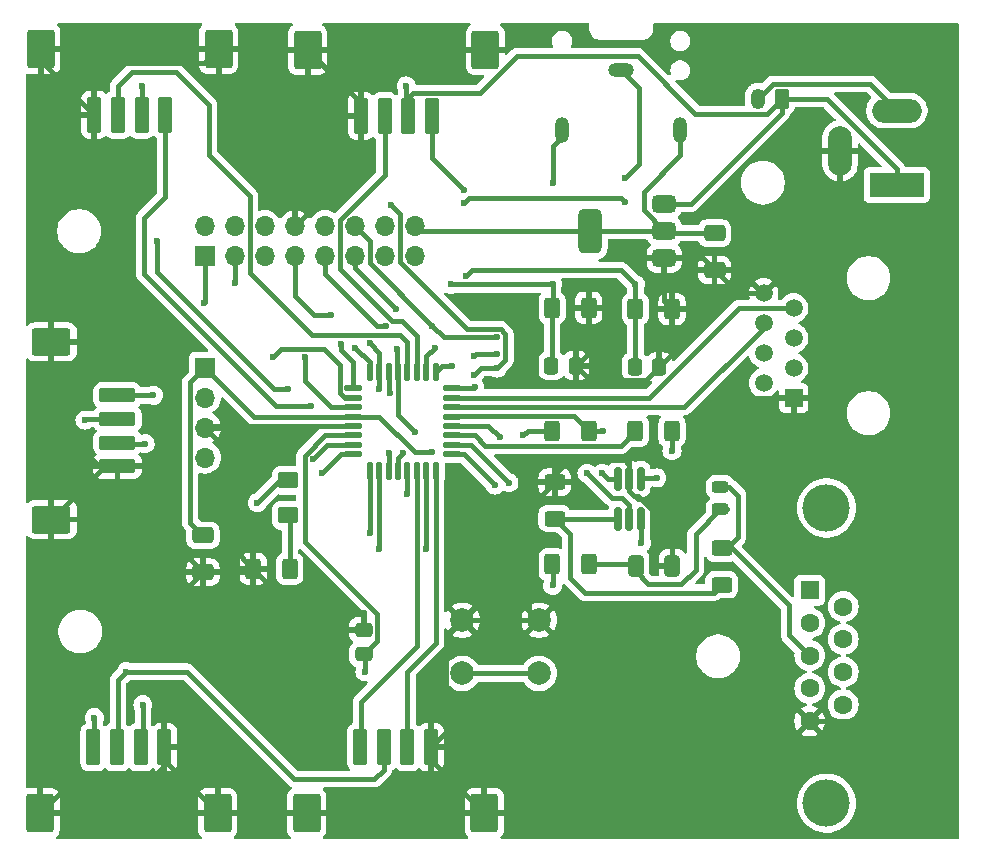
<source format=gbr>
%TF.GenerationSoftware,KiCad,Pcbnew,8.0.1*%
%TF.CreationDate,2024-05-29T14:30:23+02:00*%
%TF.ProjectId,CorntrolHub,436f726e-7472-46f6-9c48-75622e6b6963,rev?*%
%TF.SameCoordinates,Original*%
%TF.FileFunction,Copper,L1,Top*%
%TF.FilePolarity,Positive*%
%FSLAX46Y46*%
G04 Gerber Fmt 4.6, Leading zero omitted, Abs format (unit mm)*
G04 Created by KiCad (PCBNEW 8.0.1) date 2024-05-29 14:30:23*
%MOMM*%
%LPD*%
G01*
G04 APERTURE LIST*
G04 Aperture macros list*
%AMRoundRect*
0 Rectangle with rounded corners*
0 $1 Rounding radius*
0 $2 $3 $4 $5 $6 $7 $8 $9 X,Y pos of 4 corners*
0 Add a 4 corners polygon primitive as box body*
4,1,4,$2,$3,$4,$5,$6,$7,$8,$9,$2,$3,0*
0 Add four circle primitives for the rounded corners*
1,1,$1+$1,$2,$3*
1,1,$1+$1,$4,$5*
1,1,$1+$1,$6,$7*
1,1,$1+$1,$8,$9*
0 Add four rect primitives between the rounded corners*
20,1,$1+$1,$2,$3,$4,$5,0*
20,1,$1+$1,$4,$5,$6,$7,0*
20,1,$1+$1,$6,$7,$8,$9,0*
20,1,$1+$1,$8,$9,$2,$3,0*%
G04 Aperture macros list end*
%TA.AperFunction,SMDPad,CuDef*%
%ADD10RoundRect,0.250000X-0.400000X-0.625000X0.400000X-0.625000X0.400000X0.625000X-0.400000X0.625000X0*%
%TD*%
%TA.AperFunction,SMDPad,CuDef*%
%ADD11RoundRect,0.250000X0.400000X0.625000X-0.400000X0.625000X-0.400000X-0.625000X0.400000X-0.625000X0*%
%TD*%
%TA.AperFunction,SMDPad,CuDef*%
%ADD12RoundRect,0.250000X0.350000X1.300000X-0.350000X1.300000X-0.350000X-1.300000X0.350000X-1.300000X0*%
%TD*%
%TA.AperFunction,SMDPad,CuDef*%
%ADD13RoundRect,0.250001X0.899999X1.399999X-0.899999X1.399999X-0.899999X-1.399999X0.899999X-1.399999X0*%
%TD*%
%TA.AperFunction,SMDPad,CuDef*%
%ADD14RoundRect,0.250000X-0.350000X-1.300000X0.350000X-1.300000X0.350000X1.300000X-0.350000X1.300000X0*%
%TD*%
%TA.AperFunction,SMDPad,CuDef*%
%ADD15RoundRect,0.250001X-0.899999X-1.399999X0.899999X-1.399999X0.899999X1.399999X-0.899999X1.399999X0*%
%TD*%
%TA.AperFunction,SMDPad,CuDef*%
%ADD16RoundRect,0.250000X-0.412500X-0.650000X0.412500X-0.650000X0.412500X0.650000X-0.412500X0.650000X0*%
%TD*%
%TA.AperFunction,ComponentPad*%
%ADD17R,1.700000X1.700000*%
%TD*%
%TA.AperFunction,ComponentPad*%
%ADD18O,1.700000X1.700000*%
%TD*%
%TA.AperFunction,SMDPad,CuDef*%
%ADD19RoundRect,0.243750X-0.456250X0.243750X-0.456250X-0.243750X0.456250X-0.243750X0.456250X0.243750X0*%
%TD*%
%TA.AperFunction,ComponentPad*%
%ADD20R,1.500000X1.500000*%
%TD*%
%TA.AperFunction,ComponentPad*%
%ADD21C,1.500000*%
%TD*%
%TA.AperFunction,SMDPad,CuDef*%
%ADD22RoundRect,0.250000X-0.650000X0.412500X-0.650000X-0.412500X0.650000X-0.412500X0.650000X0.412500X0*%
%TD*%
%TA.AperFunction,SMDPad,CuDef*%
%ADD23RoundRect,0.162500X0.162500X-0.837500X0.162500X0.837500X-0.162500X0.837500X-0.162500X-0.837500X0*%
%TD*%
%TA.AperFunction,ComponentPad*%
%ADD24RoundRect,0.250000X0.350000X0.625000X-0.350000X0.625000X-0.350000X-0.625000X0.350000X-0.625000X0*%
%TD*%
%TA.AperFunction,ComponentPad*%
%ADD25O,1.200000X1.750000*%
%TD*%
%TA.AperFunction,ComponentPad*%
%ADD26C,4.000000*%
%TD*%
%TA.AperFunction,ComponentPad*%
%ADD27R,1.600000X1.600000*%
%TD*%
%TA.AperFunction,ComponentPad*%
%ADD28C,1.600000*%
%TD*%
%TA.AperFunction,SMDPad,CuDef*%
%ADD29RoundRect,0.250000X-1.300000X0.350000X-1.300000X-0.350000X1.300000X-0.350000X1.300000X0.350000X0*%
%TD*%
%TA.AperFunction,SMDPad,CuDef*%
%ADD30RoundRect,0.250001X-1.399999X0.899999X-1.399999X-0.899999X1.399999X-0.899999X1.399999X0.899999X0*%
%TD*%
%TA.AperFunction,SMDPad,CuDef*%
%ADD31RoundRect,0.250000X-0.337500X-0.475000X0.337500X-0.475000X0.337500X0.475000X-0.337500X0.475000X0*%
%TD*%
%TA.AperFunction,SMDPad,CuDef*%
%ADD32RoundRect,0.250000X0.625000X-0.400000X0.625000X0.400000X-0.625000X0.400000X-0.625000X-0.400000X0*%
%TD*%
%TA.AperFunction,ComponentPad*%
%ADD33O,1.200000X2.200000*%
%TD*%
%TA.AperFunction,ComponentPad*%
%ADD34O,2.200000X1.200000*%
%TD*%
%TA.AperFunction,SMDPad,CuDef*%
%ADD35RoundRect,0.250000X-0.625000X0.400000X-0.625000X-0.400000X0.625000X-0.400000X0.625000X0.400000X0*%
%TD*%
%TA.AperFunction,ComponentPad*%
%ADD36C,2.000000*%
%TD*%
%TA.AperFunction,SMDPad,CuDef*%
%ADD37RoundRect,0.250001X0.624999X-0.462499X0.624999X0.462499X-0.624999X0.462499X-0.624999X-0.462499X0*%
%TD*%
%TA.AperFunction,SMDPad,CuDef*%
%ADD38RoundRect,0.375000X0.625000X0.375000X-0.625000X0.375000X-0.625000X-0.375000X0.625000X-0.375000X0*%
%TD*%
%TA.AperFunction,SMDPad,CuDef*%
%ADD39RoundRect,0.500000X0.500000X1.400000X-0.500000X1.400000X-0.500000X-1.400000X0.500000X-1.400000X0*%
%TD*%
%TA.AperFunction,SMDPad,CuDef*%
%ADD40RoundRect,0.250000X0.475000X-0.337500X0.475000X0.337500X-0.475000X0.337500X-0.475000X-0.337500X0*%
%TD*%
%TA.AperFunction,SMDPad,CuDef*%
%ADD41RoundRect,0.125000X-0.625000X-0.125000X0.625000X-0.125000X0.625000X0.125000X-0.625000X0.125000X0*%
%TD*%
%TA.AperFunction,SMDPad,CuDef*%
%ADD42RoundRect,0.125000X-0.125000X-0.625000X0.125000X-0.625000X0.125000X0.625000X-0.125000X0.625000X0*%
%TD*%
%TA.AperFunction,ComponentPad*%
%ADD43R,4.600000X2.000000*%
%TD*%
%TA.AperFunction,ComponentPad*%
%ADD44O,4.200000X2.000000*%
%TD*%
%TA.AperFunction,ComponentPad*%
%ADD45O,2.000000X4.200000*%
%TD*%
%TA.AperFunction,ViaPad*%
%ADD46C,0.600000*%
%TD*%
%TA.AperFunction,Conductor*%
%ADD47C,0.400000*%
%TD*%
G04 APERTURE END LIST*
D10*
%TO.P,R7,1*%
%TO.N,PA15*%
X156500000Y-82700000D03*
%TO.P,R7,2*%
%TO.N,GNDREF*%
X159600000Y-82700000D03*
%TD*%
D11*
%TO.P,R5,1*%
%TO.N,Net-(Q1B-B2)*%
X159600000Y-93025000D03*
%TO.P,R5,2*%
%TO.N,USART1_TX*%
X156500000Y-93025000D03*
%TD*%
D12*
%TO.P,J2,1,Pin_1*%
%TO.N,Target2Int*%
X139270331Y-66355000D03*
%TO.P,J2,2,Pin_2*%
%TO.N,+6V*%
X137270331Y-66355000D03*
%TO.P,J2,3,Pin_3*%
%TO.N,Servo2pwm*%
X135270331Y-66355000D03*
%TO.P,J2,4,Pin_4*%
%TO.N,GNDREF*%
X133270331Y-66355000D03*
D13*
%TO.P,J2,MP*%
X143790331Y-60755000D03*
X128750331Y-60755000D03*
%TD*%
D14*
%TO.P,J5,1,Pin_1*%
%TO.N,Target5Int*%
X110620000Y-119800000D03*
%TO.P,J5,2,Pin_2*%
%TO.N,+6V*%
X112620000Y-119800000D03*
%TO.P,J5,3,Pin_3*%
%TO.N,Servo5pwm*%
X114620000Y-119800000D03*
%TO.P,J5,4,Pin_4*%
%TO.N,GNDREF*%
X116620000Y-119800000D03*
D15*
%TO.P,J5,MP*%
X106100000Y-125400000D03*
X121140000Y-125400000D03*
%TD*%
D16*
%TO.P,C1,1*%
%TO.N,Net-(D3-A)*%
X156517500Y-104425000D03*
%TO.P,C1,2*%
%TO.N,GNDREF*%
X159642500Y-104425000D03*
%TD*%
D17*
%TO.P,J6,1,Pin_1*%
%TO.N,Net-(IC1-VDD{slash}VDDA)*%
X120060000Y-87660000D03*
D18*
%TO.P,J6,2,Pin_2*%
%TO.N,SWCLK{slash}BOOT0*%
X120060000Y-90200000D03*
%TO.P,J6,3,Pin_3*%
%TO.N,GNDREF*%
X120060000Y-92740000D03*
%TO.P,J6,4,Pin_4*%
%TO.N,SWDIO*%
X120060000Y-95280000D03*
%TD*%
D19*
%TO.P,D3,1,K*%
%TO.N,Net-(D3-K)*%
X163700000Y-97762500D03*
%TO.P,D3,2,A*%
%TO.N,Net-(D3-A)*%
X163700000Y-99637500D03*
%TD*%
D20*
%TO.P,J9,1*%
%TO.N,GNDREF*%
X169900000Y-90237500D03*
D21*
%TO.P,J9,2*%
%TO.N,PB5*%
X167360000Y-88967500D03*
%TO.P,J9,3*%
%TO.N,PB6*%
X169900000Y-87697500D03*
%TO.P,J9,4*%
%TO.N,PB7*%
X167360000Y-86427500D03*
%TO.P,J9,5*%
%TO.N,PB8*%
X169900000Y-85157500D03*
%TO.P,J9,6*%
%TO.N,PA11*%
X167360000Y-83887500D03*
%TO.P,J9,7*%
%TO.N,PA12*%
X169900000Y-82617500D03*
%TO.P,J9,8*%
%TO.N,GNDREF*%
X167360000Y-81347500D03*
%TD*%
D22*
%TO.P,C2,1*%
%TO.N,Net-(IC1-VDD{slash}VDDA)*%
X163200000Y-76275000D03*
%TO.P,C2,2*%
%TO.N,GNDREF*%
X163200000Y-79400000D03*
%TD*%
D23*
%TO.P,Q1,1,B1*%
%TO.N,Net-(Q1A-B1)*%
X155050000Y-100510000D03*
%TO.P,Q1,2,E2*%
%TO.N,Net-(IC1-VDD{slash}VDDA)*%
X156000000Y-100510000D03*
%TO.P,Q1,3,B2*%
%TO.N,Net-(Q1B-B2)*%
X156950000Y-100510000D03*
%TO.P,Q1,4,C2*%
%TO.N,Net-(Q1B-C2)*%
X156950000Y-97090000D03*
%TO.P,Q1,5,E1*%
%TO.N,GNDREF*%
X156000000Y-97090000D03*
%TO.P,Q1,6,C1*%
%TO.N,USART1_RX*%
X155050000Y-97090000D03*
%TD*%
D14*
%TO.P,J4,1,Pin_1*%
%TO.N,Target4Int*%
X133200000Y-119800000D03*
%TO.P,J4,2,Pin_2*%
%TO.N,+6V*%
X135200000Y-119800000D03*
%TO.P,J4,3,Pin_3*%
%TO.N,Servo4pwm*%
X137200000Y-119800000D03*
%TO.P,J4,4,Pin_4*%
%TO.N,GNDREF*%
X139200000Y-119800000D03*
D15*
%TO.P,J4,MP*%
X128680000Y-125400000D03*
X143720000Y-125400000D03*
%TD*%
D24*
%TO.P,BT1,1,+*%
%TO.N,+6V*%
X168890331Y-64905000D03*
D25*
%TO.P,BT1,2,-*%
%TO.N,Net-(BT1--)*%
X166890331Y-64905000D03*
%TD*%
D22*
%TO.P,C6,1*%
%TO.N,Net-(IC1-VDD{slash}VDDA)*%
X119890331Y-101855000D03*
%TO.P,C6,2*%
%TO.N,GNDREF*%
X119890331Y-104980000D03*
%TD*%
D11*
%TO.P,R3,1*%
%TO.N,Net-(D3-A)*%
X152550000Y-104325000D03*
%TO.P,R3,2*%
%TO.N,Net-(Q1B-C2)*%
X149450000Y-104325000D03*
%TD*%
D26*
%TO.P,J7,0*%
%TO.N,N/C*%
X172680000Y-124545000D03*
X172680000Y-99545000D03*
D27*
%TO.P,J7,1,1*%
%TO.N,unconnected-(J7-Pad1)*%
X171260000Y-106505000D03*
D28*
%TO.P,J7,2,2*%
%TO.N,Net-(Q1B-C2)*%
X171260000Y-109275000D03*
%TO.P,J7,3,3*%
%TO.N,Net-(D3-K)*%
X171260000Y-112045000D03*
%TO.P,J7,4,4*%
%TO.N,unconnected-(J7-Pad4)*%
X171260000Y-114815000D03*
%TO.P,J7,5,5*%
%TO.N,GNDREF*%
X171260000Y-117585000D03*
%TO.P,J7,6,6*%
%TO.N,unconnected-(J7-Pad6)*%
X174100000Y-107890000D03*
%TO.P,J7,7,7*%
%TO.N,unconnected-(J7-Pad7)*%
X174100000Y-110660000D03*
%TO.P,J7,8,8*%
%TO.N,unconnected-(J7-Pad8)*%
X174100000Y-113430000D03*
%TO.P,J7,9,9*%
%TO.N,unconnected-(J7-Pad9)*%
X174100000Y-116200000D03*
%TD*%
D29*
%TO.P,J3,1,Pin_1*%
%TO.N,Target3Int*%
X112650000Y-90000000D03*
%TO.P,J3,2,Pin_2*%
%TO.N,+6V*%
X112650000Y-92000000D03*
%TO.P,J3,3,Pin_3*%
%TO.N,Servo3pwm*%
X112650000Y-94000000D03*
%TO.P,J3,4,Pin_4*%
%TO.N,GNDREF*%
X112650000Y-96000000D03*
D30*
%TO.P,J3,MP*%
X107050000Y-85480000D03*
X107050000Y-100520000D03*
%TD*%
D31*
%TO.P,C4,1*%
%TO.N,PA15*%
X156442500Y-87600000D03*
%TO.P,C4,2*%
%TO.N,GNDREF*%
X158517500Y-87600000D03*
%TD*%
D32*
%TO.P,R1,1*%
%TO.N,Net-(Q1A-B1)*%
X163800000Y-106050000D03*
%TO.P,R1,2*%
%TO.N,Net-(D3-K)*%
X163800000Y-102950000D03*
%TD*%
D33*
%TO.P,J10,R*%
%TO.N,Net-(IC1-VDD{slash}VDDA)*%
X160300000Y-67500000D03*
D34*
%TO.P,J10,S*%
%TO.N,PA15*%
X155300000Y-62500000D03*
D33*
%TO.P,J10,T*%
%TO.N,PB9*%
X150300000Y-67500000D03*
%TD*%
D35*
%TO.P,R2,1*%
%TO.N,GNDREF*%
X149670000Y-97350000D03*
%TO.P,R2,2*%
%TO.N,Net-(Q1A-B1)*%
X149670000Y-100450000D03*
%TD*%
D11*
%TO.P,R4,1*%
%TO.N,USART1_RX*%
X152550000Y-93000000D03*
%TO.P,R4,2*%
%TO.N,Net-(IC1-VDD{slash}VDDA)*%
X149450000Y-93000000D03*
%TD*%
D12*
%TO.P,J1,1,Pin_1*%
%TO.N,Target1int*%
X116690331Y-66255000D03*
%TO.P,J1,2,Pin_2*%
%TO.N,+6V*%
X114690331Y-66255000D03*
%TO.P,J1,3,Pin_3*%
%TO.N,Servo1pwm*%
X112690331Y-66255000D03*
%TO.P,J1,4,Pin_4*%
%TO.N,GNDREF*%
X110690331Y-66255000D03*
D13*
%TO.P,J1,MP*%
X121210331Y-60655000D03*
X106170331Y-60655000D03*
%TD*%
D36*
%TO.P,SW1,1,1*%
%TO.N,NRST*%
X148350000Y-113550000D03*
X141850000Y-113550000D03*
%TO.P,SW1,2,2*%
%TO.N,GNDREF*%
X148350000Y-109050000D03*
X141850000Y-109050000D03*
%TD*%
D17*
%TO.P,J8,1,Pin_1*%
%TO.N,PA0*%
X120060000Y-78200000D03*
D18*
%TO.P,J8,2,Pin_2*%
%TO.N,PA1*%
X120060000Y-75660000D03*
%TO.P,J8,3,Pin_3*%
%TO.N,USART2_TX*%
X122600000Y-78200000D03*
%TO.P,J8,4,Pin_4*%
%TO.N,USART2_RX*%
X122600000Y-75660000D03*
%TO.P,J8,5,Pin_5*%
%TO.N,PA11*%
X125140000Y-78200000D03*
%TO.P,J8,6,Pin_6*%
%TO.N,PA12*%
X125140000Y-75660000D03*
%TO.P,J8,7,Pin_7*%
%TO.N,PA15*%
X127680000Y-78200000D03*
%TO.P,J8,8,Pin_8*%
%TO.N,GNDREF*%
X127680000Y-75660000D03*
%TO.P,J8,9,Pin_9*%
%TO.N,PB5*%
X130220000Y-78200000D03*
%TO.P,J8,10,Pin_10*%
%TO.N,PB6*%
X130220000Y-75660000D03*
%TO.P,J8,11,Pin_11*%
%TO.N,PB7*%
X132760000Y-78200000D03*
%TO.P,J8,12,Pin_12*%
%TO.N,PB8*%
X132760000Y-75660000D03*
%TO.P,J8,13,Pin_13*%
%TO.N,PB9*%
X135300000Y-78200000D03*
%TO.P,J8,14,Pin_14*%
%TO.N,PC14*%
X135300000Y-75660000D03*
%TO.P,J8,15,Pin_15*%
%TO.N,PC15*%
X137840000Y-78200000D03*
%TO.P,J8,16,Pin_16*%
%TO.N,Net-(IC1-VDD{slash}VDDA)*%
X137840000Y-75660000D03*
%TD*%
D10*
%TO.P,R8,1*%
%TO.N,PB9*%
X149450000Y-82600000D03*
%TO.P,R8,2*%
%TO.N,GNDREF*%
X152550000Y-82600000D03*
%TD*%
D37*
%TO.P,D2,1,K*%
%TO.N,Net-(D2-K)*%
X127100000Y-100175000D03*
%TO.P,D2,2,A*%
%TO.N,Net-(D2-A)*%
X127100000Y-97200000D03*
%TD*%
D38*
%TO.P,U1,1,GND*%
%TO.N,GNDREF*%
X158950000Y-78400000D03*
%TO.P,U1,2,VO*%
%TO.N,Net-(IC1-VDD{slash}VDDA)*%
X158950000Y-76100000D03*
D39*
X152650000Y-76100000D03*
D38*
%TO.P,U1,3,VI*%
%TO.N,+6V*%
X158950000Y-73800000D03*
%TD*%
D40*
%TO.P,C3,1*%
%TO.N,NRST*%
X133500000Y-111937500D03*
%TO.P,C3,2*%
%TO.N,GNDREF*%
X133500000Y-109862500D03*
%TD*%
D31*
%TO.P,C5,1*%
%TO.N,PB9*%
X149392500Y-87500000D03*
%TO.P,C5,2*%
%TO.N,GNDREF*%
X151467500Y-87500000D03*
%TD*%
D41*
%TO.P,IC1,1,PB9*%
%TO.N,PB9*%
X132625000Y-89400000D03*
%TO.P,IC1,2,PC14-OSC32_IN*%
%TO.N,PC14*%
X132625000Y-90200000D03*
%TO.P,IC1,3,PC15-OSC32_OUT*%
%TO.N,PC15*%
X132625000Y-91000000D03*
%TO.P,IC1,4,VDD/VDDA*%
%TO.N,Net-(IC1-VDD{slash}VDDA)*%
X132625000Y-91800000D03*
%TO.P,IC1,5,VSS/VSSA*%
%TO.N,GNDREF*%
X132625000Y-92600000D03*
%TO.P,IC1,6,NRST*%
%TO.N,NRST*%
X132625000Y-93400000D03*
%TO.P,IC1,7,PA0*%
%TO.N,PA0*%
X132625000Y-94200000D03*
%TO.P,IC1,8,PA1*%
%TO.N,PA1*%
X132625000Y-95000000D03*
D42*
%TO.P,IC1,9,PA2*%
%TO.N,USART2_TX*%
X134000000Y-96375000D03*
%TO.P,IC1,10,PA3*%
%TO.N,USART2_RX*%
X134800000Y-96375000D03*
%TO.P,IC1,11,PA4*%
%TO.N,Target1int*%
X135600000Y-96375000D03*
%TO.P,IC1,12,PA5*%
%TO.N,Target2Int*%
X136400000Y-96375000D03*
%TO.P,IC1,13,PA6*%
%TO.N,Target3Int*%
X137200000Y-96375000D03*
%TO.P,IC1,14,PA7*%
%TO.N,Target4Int*%
X138000000Y-96375000D03*
%TO.P,IC1,15,PB0*%
%TO.N,Servo5pwm*%
X138800000Y-96375000D03*
%TO.P,IC1,16,PB1*%
%TO.N,Servo4pwm*%
X139600000Y-96375000D03*
D41*
%TO.P,IC1,17,PB2*%
%TO.N,Servo3pwm*%
X140975000Y-95000000D03*
%TO.P,IC1,18,PA8*%
%TO.N,Target5Int*%
X140975000Y-94200000D03*
%TO.P,IC1,19,PA9*%
%TO.N,USART1_TX*%
X140975000Y-93400000D03*
%TO.P,IC1,20,PC6*%
%TO.N,Net-(D2-A)*%
X140975000Y-92600000D03*
%TO.P,IC1,21,PA10*%
%TO.N,USART1_RX*%
X140975000Y-91800000D03*
%TO.P,IC1,22,PA11*%
%TO.N,PA11*%
X140975000Y-91000000D03*
%TO.P,IC1,23,PA12*%
%TO.N,PA12*%
X140975000Y-90200000D03*
%TO.P,IC1,24,PA13*%
%TO.N,SWDIO*%
X140975000Y-89400000D03*
D42*
%TO.P,IC1,25,PA14*%
%TO.N,SWCLK{slash}BOOT0*%
X139600000Y-88025000D03*
%TO.P,IC1,26,PA15*%
%TO.N,PA15*%
X138800000Y-88025000D03*
%TO.P,IC1,27,PB3*%
%TO.N,Servo2pwm*%
X138000000Y-88025000D03*
%TO.P,IC1,28,PB4*%
%TO.N,Servo1pwm*%
X137200000Y-88025000D03*
%TO.P,IC1,29,PB5*%
%TO.N,PB5*%
X136400000Y-88025000D03*
%TO.P,IC1,30,PB6*%
%TO.N,PB6*%
X135600000Y-88025000D03*
%TO.P,IC1,31,PB7*%
%TO.N,PB7*%
X134800000Y-88025000D03*
%TO.P,IC1,32,PB8*%
%TO.N,PB8*%
X134000000Y-88025000D03*
%TD*%
D10*
%TO.P,R6,1*%
%TO.N,GNDREF*%
X124150000Y-104700000D03*
%TO.P,R6,2*%
%TO.N,Net-(D2-K)*%
X127250000Y-104700000D03*
%TD*%
D43*
%TO.P,J12,1*%
%TO.N,+6V*%
X178640331Y-72205000D03*
D44*
%TO.P,J12,2*%
%TO.N,Net-(BT1--)*%
X178640331Y-65905000D03*
D45*
%TO.P,J12,3*%
%TO.N,GNDREF*%
X173840331Y-69305000D03*
%TD*%
D46*
%TO.N,+6V*%
X109900000Y-92100000D03*
X113400000Y-113400000D03*
X137100000Y-63800000D03*
X114700000Y-63800000D03*
%TO.N,GNDREF*%
X133500000Y-108400000D03*
%TO.N,Net-(IC1-VDD{slash}VDDA)*%
X152400000Y-96600000D03*
X139300000Y-94800000D03*
X147000000Y-93400000D03*
%TO.N,NRST*%
X133600000Y-113400000D03*
%TO.N,PA15*%
X156500000Y-80600000D03*
X155600000Y-71600000D03*
X130700000Y-83200000D03*
X142200000Y-79900000D03*
X139500000Y-86000000D03*
%TO.N,PB9*%
X131600000Y-85700000D03*
X149500000Y-72000000D03*
X140900000Y-80600000D03*
X149500000Y-80600000D03*
%TO.N,Net-(D2-A)*%
X145000000Y-93575000D03*
X124500000Y-99100000D03*
%TO.N,Target1int*%
X135600000Y-94900000D03*
X129000000Y-90900000D03*
%TO.N,Target2Int*%
X142000000Y-72600000D03*
X136800000Y-94900000D03*
%TO.N,Target3Int*%
X137200000Y-98400000D03*
X115700000Y-90000000D03*
%TO.N,Servo3pwm*%
X115000000Y-94100000D03*
X144600000Y-97600000D03*
%TO.N,Target5Int*%
X110700000Y-117300000D03*
X145794975Y-97394975D03*
%TO.N,Servo5pwm*%
X138800000Y-103000000D03*
X114800000Y-116200000D03*
%TO.N,SWCLK{slash}BOOT0*%
X141000000Y-87500000D03*
%TO.N,SWDIO*%
X142900000Y-89300000D03*
%TO.N,Net-(Q1B-C2)*%
X158300000Y-97000000D03*
X149500000Y-106100000D03*
%TO.N,PB8*%
X139300000Y-84100000D03*
X132800000Y-86000000D03*
X144800000Y-85100000D03*
%TO.N,PA12*%
X155600000Y-73600000D03*
X142000000Y-73700000D03*
%TO.N,PB7*%
X134800000Y-89510050D03*
X142800000Y-86700000D03*
X136200000Y-82700000D03*
X144800000Y-86500000D03*
X134000000Y-85600000D03*
%TO.N,PA0*%
X120000000Y-82200000D03*
X129200000Y-95400000D03*
%TO.N,USART2_RX*%
X134800000Y-103000000D03*
%TO.N,PB5*%
X136300000Y-86100000D03*
X135355025Y-84144975D03*
X137800000Y-93100000D03*
%TO.N,PA1*%
X116000000Y-76900000D03*
X130000000Y-96600000D03*
X127100000Y-89500000D03*
%TO.N,PB6*%
X144800000Y-87700000D03*
X142800000Y-88300000D03*
X135800000Y-73900000D03*
X135700000Y-89800000D03*
%TO.N,PC14*%
X125800000Y-86800000D03*
%TO.N,USART2_TX*%
X134000000Y-101700000D03*
X122600000Y-80500000D03*
%TO.N,PC15*%
X128500000Y-86800000D03*
%TO.N,USART1_RX*%
X153800000Y-93000000D03*
X153700000Y-96600000D03*
%TO.N,Net-(Q1B-B2)*%
X157000000Y-102500000D03*
X159600000Y-94700000D03*
%TD*%
D47*
%TO.N,Net-(BT1--)*%
X176365331Y-63630000D02*
X168165331Y-63630000D01*
X178640331Y-65905000D02*
X176365331Y-63630000D01*
X168165331Y-63630000D02*
X166890331Y-64905000D01*
%TO.N,+6V*%
X114690331Y-66255000D02*
X114690331Y-63809669D01*
X172740331Y-64905000D02*
X168890331Y-64905000D01*
X158950000Y-73800000D02*
X161200000Y-73800000D01*
X146471497Y-61300000D02*
X143371497Y-64400000D01*
X112650000Y-92000000D02*
X110000000Y-92000000D01*
X161200000Y-73800000D02*
X168890331Y-66109669D01*
X161580000Y-66180000D02*
X156700000Y-61300000D01*
X137100000Y-66184669D02*
X137270331Y-66355000D01*
X112690331Y-114109669D02*
X112690331Y-118309669D01*
X135200000Y-121700000D02*
X135200000Y-119800000D01*
X168890331Y-64905000D02*
X167615331Y-66180000D01*
X137270331Y-64805000D02*
X137270331Y-66355000D01*
X137675331Y-64400000D02*
X137270331Y-64805000D01*
X118500000Y-113400000D02*
X127600000Y-122500000D01*
X178640331Y-70805000D02*
X172740331Y-64905000D01*
X134400000Y-122500000D02*
X135200000Y-121700000D01*
X167615331Y-66180000D02*
X161580000Y-66180000D01*
X137100000Y-63800000D02*
X137100000Y-66184669D01*
X156700000Y-61300000D02*
X146471497Y-61300000D01*
X114690331Y-63809669D02*
X114700000Y-63800000D01*
X113400000Y-113400000D02*
X112690331Y-114109669D01*
X110000000Y-92000000D02*
X109900000Y-92100000D01*
X178640331Y-72205000D02*
X178640331Y-70805000D01*
X113400000Y-113400000D02*
X118500000Y-113400000D01*
X112650000Y-92000000D02*
X111100000Y-92000000D01*
X127600000Y-122500000D02*
X134400000Y-122500000D01*
X168890331Y-66109669D02*
X168890331Y-64905000D01*
X143371497Y-64400000D02*
X137675331Y-64400000D01*
%TO.N,Net-(D3-A)*%
X156417500Y-104325000D02*
X156517500Y-104425000D01*
X161600000Y-104800000D02*
X160400000Y-106000000D01*
X160400000Y-106000000D02*
X157600000Y-106000000D01*
X152550000Y-104325000D02*
X156417500Y-104325000D01*
X157600000Y-106000000D02*
X156517500Y-104917500D01*
X156517500Y-104917500D02*
X156517500Y-104425000D01*
X163700000Y-99637500D02*
X161600000Y-101737500D01*
X161600000Y-101737500D02*
X161600000Y-104800000D01*
X163700000Y-99637500D02*
X164262500Y-99637500D01*
%TO.N,GNDREF*%
X147500000Y-108200000D02*
X147500000Y-99520000D01*
X156729998Y-98490000D02*
X156390000Y-98490000D01*
X110690331Y-63609669D02*
X112400000Y-61900000D01*
X120060000Y-92740000D02*
X122500000Y-95180000D01*
X132625000Y-92600000D02*
X120200000Y-92600000D01*
X112650000Y-96000000D02*
X112650000Y-97739669D01*
X159642500Y-104425000D02*
X159642500Y-101402502D01*
X112400000Y-61900000D02*
X112700000Y-61900000D01*
X110000000Y-122600000D02*
X109800000Y-122600000D01*
X109800000Y-122600000D02*
X108800000Y-121600000D01*
X143720000Y-125400000D02*
X139200000Y-120880000D01*
X107050000Y-91950000D02*
X111100000Y-96000000D01*
X143790331Y-60755000D02*
X134145000Y-60755000D01*
X106100000Y-125400000D02*
X108900000Y-122600000D01*
X116620000Y-120880000D02*
X116620000Y-119800000D01*
X108800000Y-121600000D02*
X108800000Y-116070331D01*
X165200000Y-95800000D02*
X175600000Y-106200000D01*
X111570000Y-96000000D02*
X112650000Y-96000000D01*
X118300000Y-61900000D02*
X127600000Y-71200000D01*
X122500000Y-103050000D02*
X124150000Y-104700000D01*
X108900000Y-122600000D02*
X110000000Y-122600000D01*
X161050000Y-95950000D02*
X161200000Y-95800000D01*
X147500000Y-99520000D02*
X149670000Y-97350000D01*
X116620000Y-119800000D02*
X116620000Y-121350000D01*
X159642500Y-104425000D02*
X159642500Y-97357500D01*
X128680000Y-125400000D02*
X121140000Y-125400000D01*
X149670000Y-97350000D02*
X149670000Y-96630000D01*
X134145000Y-60755000D02*
X131447665Y-63452335D01*
X141850000Y-109050000D02*
X148350000Y-109050000D01*
X159600000Y-82700000D02*
X159600000Y-86517500D01*
X124150000Y-104700000D02*
X129312500Y-109862500D01*
X122500000Y-95180000D02*
X122500000Y-103050000D01*
X112700000Y-61900000D02*
X118300000Y-61900000D01*
X148350000Y-109050000D02*
X147500000Y-108200000D01*
X151467500Y-87500000D02*
X152692500Y-88725000D01*
X158950000Y-78400000D02*
X158950000Y-82050000D01*
X116620000Y-121350000D02*
X115370000Y-122600000D01*
X121140000Y-125400000D02*
X116620000Y-120880000D01*
X158950000Y-82050000D02*
X159600000Y-82700000D01*
X162200000Y-78400000D02*
X163200000Y-79400000D01*
X119965331Y-61900000D02*
X112700000Y-61900000D01*
X107050000Y-100520000D02*
X111570000Y-96000000D01*
X133270331Y-70069669D02*
X127680000Y-75660000D01*
X167360000Y-81347500D02*
X165147500Y-81347500D01*
X174815000Y-117585000D02*
X171260000Y-117585000D01*
X159600000Y-86517500D02*
X158517500Y-87600000D01*
X127600000Y-71200000D02*
X127600000Y-75580000D01*
X152550000Y-86417500D02*
X151467500Y-87500000D01*
X115370000Y-122600000D02*
X110000000Y-122600000D01*
X107050000Y-85480000D02*
X107050000Y-91950000D01*
X121210331Y-60655000D02*
X119965331Y-61900000D01*
X173840331Y-69305000D02*
X172765331Y-69305000D01*
X123870000Y-104980000D02*
X124150000Y-104700000D01*
X127600000Y-75580000D02*
X127680000Y-75660000D01*
X119890331Y-104980000D02*
X123870000Y-104980000D01*
X156000000Y-98100000D02*
X156000000Y-97090000D01*
X110690331Y-66255000D02*
X110690331Y-63609669D01*
X129312500Y-109862500D02*
X133500000Y-109862500D01*
X165147500Y-81347500D02*
X163200000Y-79400000D01*
X110690331Y-66255000D02*
X106170331Y-61735000D01*
X156390000Y-98490000D02*
X156000000Y-98100000D01*
X111100000Y-96000000D02*
X112650000Y-96000000D01*
X140450000Y-118550000D02*
X140450000Y-110450000D01*
X131447665Y-63452335D02*
X133270331Y-65275000D01*
X173840331Y-74867169D02*
X167360000Y-81347500D01*
X175600000Y-116800000D02*
X174815000Y-117585000D01*
X128750331Y-60755000D02*
X131447665Y-63452335D01*
X133270331Y-66355000D02*
X133270331Y-70069669D01*
X120200000Y-92600000D02*
X120060000Y-92740000D01*
X140450000Y-110450000D02*
X141850000Y-109050000D01*
X169900000Y-90237500D02*
X166762500Y-90237500D01*
X175600000Y-106200000D02*
X175600000Y-116800000D01*
X166762500Y-90237500D02*
X161050000Y-95950000D01*
X149670000Y-96630000D02*
X150800000Y-95500000D01*
X139200000Y-120880000D02*
X139200000Y-119800000D01*
X139270331Y-120215000D02*
X139270331Y-119729669D01*
X157392500Y-88725000D02*
X158517500Y-87600000D01*
X150800000Y-95500000D02*
X155600000Y-95500000D01*
X112650000Y-97739669D02*
X119890331Y-104980000D01*
X159642500Y-97357500D02*
X161050000Y-95950000D01*
X161200000Y-95800000D02*
X165200000Y-95800000D01*
X139270331Y-119729669D02*
X140450000Y-118550000D01*
X106170331Y-61735000D02*
X106170331Y-60655000D01*
X133270331Y-65275000D02*
X133270331Y-66355000D01*
X155600000Y-95500000D02*
X156000000Y-95900000D01*
X156000000Y-95900000D02*
X156000000Y-97090000D01*
X108800000Y-116070331D02*
X119890331Y-104980000D01*
X152692500Y-88725000D02*
X157392500Y-88725000D01*
X133500000Y-109862500D02*
X133500000Y-108400000D01*
X152550000Y-82600000D02*
X152550000Y-86417500D01*
X173840331Y-69305000D02*
X173840331Y-74867169D01*
X159642500Y-101402502D02*
X156729998Y-98490000D01*
X158950000Y-78400000D02*
X162200000Y-78400000D01*
%TO.N,Net-(IC1-VDD{slash}VDDA)*%
X157200000Y-72800000D02*
X157200000Y-74350000D01*
X154500000Y-98700000D02*
X152400000Y-96600000D01*
X159125000Y-76275000D02*
X158950000Y-76100000D01*
X160300000Y-67500000D02*
X160300000Y-69700000D01*
X119890331Y-101855000D02*
X118810000Y-100774669D01*
X132625000Y-91800000D02*
X124200000Y-91800000D01*
X158950000Y-76100000D02*
X152650000Y-76100000D01*
X147000000Y-93400000D02*
X147400000Y-93000000D01*
X118810000Y-100774669D02*
X118810000Y-88910000D01*
X118810000Y-88910000D02*
X120060000Y-87660000D01*
X163200000Y-76275000D02*
X159125000Y-76275000D01*
X137800000Y-94800000D02*
X139300000Y-94800000D01*
X160300000Y-69700000D02*
X157200000Y-72800000D01*
X156000000Y-100510000D02*
X156000000Y-99300000D01*
X152650000Y-76100000D02*
X138280000Y-76100000D01*
X132625000Y-91800000D02*
X134800000Y-91800000D01*
X147400000Y-93000000D02*
X149450000Y-93000000D01*
X156000000Y-99300000D02*
X155400000Y-98700000D01*
X134800000Y-91800000D02*
X137800000Y-94800000D01*
X157200000Y-74350000D02*
X158950000Y-76100000D01*
X124200000Y-91800000D02*
X120060000Y-87660000D01*
X155400000Y-98700000D02*
X154500000Y-98700000D01*
X138280000Y-76100000D02*
X137840000Y-75660000D01*
%TO.N,NRST*%
X130210050Y-93400000D02*
X128500000Y-95110050D01*
X134625000Y-110812500D02*
X133500000Y-111937500D01*
X133600000Y-112037500D02*
X133500000Y-111937500D01*
X128500000Y-95110050D02*
X128500000Y-102400000D01*
X134625000Y-108525000D02*
X134625000Y-110812500D01*
X133600000Y-113400000D02*
X133600000Y-112037500D01*
X128500000Y-102400000D02*
X134625000Y-108525000D01*
X141850000Y-113550000D02*
X148350000Y-113550000D01*
X132625000Y-93400000D02*
X130210050Y-93400000D01*
%TO.N,PA15*%
X156800000Y-70400000D02*
X155600000Y-71600000D01*
X130700000Y-83200000D02*
X129300000Y-83200000D01*
X156500000Y-80600000D02*
X156500000Y-82700000D01*
X142200000Y-79900000D02*
X142700000Y-79400000D01*
X139500000Y-86000000D02*
X138800000Y-86700000D01*
X156500000Y-87542500D02*
X156442500Y-87600000D01*
X156800000Y-64000000D02*
X156800000Y-70400000D01*
X156500000Y-82700000D02*
X156500000Y-87542500D01*
X127680000Y-81580000D02*
X127680000Y-78200000D01*
X138800000Y-86700000D02*
X138800000Y-88025000D01*
X142700000Y-79400000D02*
X155300000Y-79400000D01*
X155300000Y-62500000D02*
X156800000Y-64000000D01*
X155300000Y-79400000D02*
X156500000Y-80600000D01*
X129300000Y-83200000D02*
X127680000Y-81580000D01*
%TO.N,PB9*%
X149500000Y-82550000D02*
X149450000Y-82600000D01*
X149500000Y-68900000D02*
X150300000Y-68100000D01*
X131600000Y-85700000D02*
X131600000Y-86200000D01*
X140900000Y-80600000D02*
X149500000Y-80600000D01*
X149500000Y-72000000D02*
X149500000Y-68900000D01*
X132625000Y-87225000D02*
X132625000Y-89400000D01*
X131600000Y-86200000D02*
X132625000Y-87225000D01*
X150300000Y-67845331D02*
X150390331Y-67755000D01*
X149450000Y-87442500D02*
X149392500Y-87500000D01*
X150300000Y-68100000D02*
X150300000Y-67845331D01*
X149450000Y-82600000D02*
X149450000Y-87442500D01*
X149500000Y-80600000D02*
X149500000Y-82550000D01*
%TO.N,Net-(D3-K)*%
X163237500Y-97762500D02*
X163700000Y-97762500D01*
X169500000Y-107800000D02*
X169500000Y-110285000D01*
X164650000Y-102950000D02*
X169500000Y-107800000D01*
X164250000Y-102950000D02*
X163800000Y-102950000D01*
X163700000Y-97762500D02*
X164462500Y-97762500D01*
X163800000Y-102950000D02*
X164650000Y-102950000D01*
X165200000Y-102000000D02*
X164250000Y-102950000D01*
X169500000Y-110285000D02*
X171260000Y-112045000D01*
X164462500Y-97762500D02*
X165200000Y-98500000D01*
X165200000Y-98500000D02*
X165200000Y-102000000D01*
%TO.N,Net-(D2-A)*%
X145000000Y-93575000D02*
X144025000Y-92600000D01*
X126400000Y-97200000D02*
X127100000Y-97200000D01*
X124500000Y-99100000D02*
X126400000Y-97200000D01*
X144025000Y-92600000D02*
X140975000Y-92600000D01*
%TO.N,Net-(D2-K)*%
X127250000Y-100325000D02*
X127100000Y-100175000D01*
X127250000Y-104700000D02*
X127250000Y-100325000D01*
%TO.N,Target1int*%
X129000000Y-90900000D02*
X126100000Y-90900000D01*
X135600000Y-94900000D02*
X135600000Y-96375000D01*
X116690331Y-73209669D02*
X116690331Y-66255000D01*
X114900000Y-75000000D02*
X116690331Y-73209669D01*
X114900000Y-79700000D02*
X114900000Y-75000000D01*
X126100000Y-90900000D02*
X114900000Y-79700000D01*
%TO.N,Servo1pwm*%
X123850000Y-79650000D02*
X129100000Y-84900000D01*
X113900000Y-62600000D02*
X117600000Y-62600000D01*
X136600000Y-84900000D02*
X137200000Y-85500000D01*
X120400000Y-69700000D02*
X123850000Y-73150000D01*
X117600000Y-62600000D02*
X120400000Y-65400000D01*
X112690331Y-63809669D02*
X113900000Y-62600000D01*
X137200000Y-85500000D02*
X137200000Y-88025000D01*
X123850000Y-73150000D02*
X123850000Y-79650000D01*
X120400000Y-65400000D02*
X120400000Y-69700000D01*
X112690331Y-66255000D02*
X112690331Y-63809669D01*
X129100000Y-84900000D02*
X136600000Y-84900000D01*
%TO.N,Target2Int*%
X136400000Y-95300000D02*
X136400000Y-96375000D01*
X136800000Y-94900000D02*
X136400000Y-95300000D01*
X139270331Y-69870331D02*
X139270331Y-66355000D01*
X142000000Y-72600000D02*
X139270331Y-69870331D01*
%TO.N,Servo2pwm*%
X135270331Y-66355000D02*
X135270331Y-71381902D01*
X138000000Y-85000000D02*
X138000000Y-88025000D01*
X131510000Y-75142233D02*
X131510000Y-79310000D01*
X135900000Y-83700000D02*
X136700000Y-83700000D01*
X131510000Y-79310000D02*
X135900000Y-83700000D01*
X136700000Y-83700000D02*
X138000000Y-85000000D01*
X135270331Y-71381902D02*
X131510000Y-75142233D01*
%TO.N,Target3Int*%
X112650000Y-90000000D02*
X115700000Y-90000000D01*
X137200000Y-98400000D02*
X137200000Y-96375000D01*
%TO.N,Servo3pwm*%
X140975000Y-95000000D02*
X142000000Y-95000000D01*
X115000000Y-94100000D02*
X112750000Y-94100000D01*
X142000000Y-95000000D02*
X144600000Y-97600000D01*
X112750000Y-94100000D02*
X112650000Y-94000000D01*
%TO.N,Target4Int*%
X138000000Y-111200000D02*
X133270331Y-115929669D01*
X133270331Y-115929669D02*
X133270331Y-119638834D01*
X138000000Y-96375000D02*
X138000000Y-111200000D01*
%TO.N,Servo4pwm*%
X139600000Y-96375000D02*
X139600000Y-111000000D01*
X137270331Y-119370331D02*
X137270331Y-120215000D01*
X137200000Y-113400000D02*
X137200000Y-119800000D01*
X139600000Y-111000000D02*
X137200000Y-113400000D01*
%TO.N,Target5Int*%
X142600000Y-94200000D02*
X140975000Y-94200000D01*
X110700000Y-120205331D02*
X110690331Y-120215000D01*
X110700000Y-117300000D02*
X110700000Y-120205331D01*
X145794975Y-97394975D02*
X142600000Y-94200000D01*
%TO.N,Servo5pwm*%
X138800000Y-96375000D02*
X138800000Y-103000000D01*
X114800000Y-116200000D02*
X114800000Y-119620000D01*
X114800000Y-119620000D02*
X114620000Y-119800000D01*
%TO.N,SWCLK{slash}BOOT0*%
X140125000Y-87500000D02*
X139600000Y-88025000D01*
X141000000Y-87500000D02*
X140125000Y-87500000D01*
%TO.N,SWDIO*%
X142800000Y-89400000D02*
X140975000Y-89400000D01*
X142900000Y-89300000D02*
X142800000Y-89400000D01*
%TO.N,Net-(Q1B-C2)*%
X157040000Y-97000000D02*
X156950000Y-97090000D01*
X158300000Y-97000000D02*
X157040000Y-97000000D01*
X149500000Y-106100000D02*
X149500000Y-104375000D01*
X149500000Y-104375000D02*
X149450000Y-104325000D01*
%TO.N,PB8*%
X134010000Y-76910000D02*
X132760000Y-75660000D01*
X134000000Y-87200000D02*
X134000000Y-88025000D01*
X134010000Y-78810000D02*
X134010000Y-76910000D01*
X144800000Y-85100000D02*
X140300000Y-85100000D01*
X140300000Y-85100000D02*
X139300000Y-84100000D01*
X132800000Y-86000000D02*
X134000000Y-87200000D01*
X139300000Y-84100000D02*
X134010000Y-78810000D01*
%TO.N,PA12*%
X142000000Y-73700000D02*
X142400000Y-73300000D01*
X157656166Y-90200000D02*
X165238666Y-82617500D01*
X165238666Y-82617500D02*
X169900000Y-82617500D01*
X155300000Y-73300000D02*
X155600000Y-73600000D01*
X142400000Y-73300000D02*
X155300000Y-73300000D01*
X140975000Y-90200000D02*
X157656166Y-90200000D01*
%TO.N,PB7*%
X134800000Y-88025000D02*
X134800000Y-86400000D01*
X143000000Y-86500000D02*
X142800000Y-86700000D01*
X136200000Y-82700000D02*
X136189883Y-82700000D01*
X134800000Y-86400000D02*
X134000000Y-85600000D01*
X144800000Y-86500000D02*
X143000000Y-86500000D01*
X134800000Y-89510050D02*
X134800000Y-88025000D01*
X132760000Y-79260000D02*
X132760000Y-78200000D01*
X136200000Y-82700000D02*
X132760000Y-79260000D01*
%TO.N,PA0*%
X130400000Y-94200000D02*
X132625000Y-94200000D01*
X120000000Y-82200000D02*
X120060000Y-82140000D01*
X120060000Y-82140000D02*
X120060000Y-78200000D01*
X129200000Y-95400000D02*
X130400000Y-94200000D01*
%TO.N,USART2_RX*%
X134800000Y-100200000D02*
X134800000Y-103000000D01*
X134800000Y-96375000D02*
X134800000Y-100200000D01*
%TO.N,PB5*%
X136400000Y-91700000D02*
X136400000Y-88025000D01*
X136300000Y-87925000D02*
X136400000Y-88025000D01*
X134644975Y-84144975D02*
X135355025Y-84144975D01*
X137800000Y-93100000D02*
X136400000Y-91700000D01*
X130220000Y-78200000D02*
X130220000Y-79720000D01*
X136300000Y-86100000D02*
X136300000Y-87925000D01*
X130220000Y-79720000D02*
X134644975Y-84144975D01*
%TO.N,PA1*%
X125900000Y-89500000D02*
X127100000Y-89500000D01*
X116000000Y-79600000D02*
X125900000Y-89500000D01*
X130000000Y-96600000D02*
X131600000Y-95000000D01*
X116000000Y-76900000D02*
X116000000Y-79600000D01*
X131600000Y-95000000D02*
X132625000Y-95000000D01*
%TO.N,PB6*%
X142272233Y-84400000D02*
X145089950Y-84400000D01*
X135800000Y-73900000D02*
X136590000Y-74690000D01*
X145089950Y-84400000D02*
X145500000Y-84810050D01*
X145500000Y-84810050D02*
X145500000Y-87000000D01*
X135600000Y-89700000D02*
X135600000Y-88025000D01*
X145500000Y-87000000D02*
X144800000Y-87700000D01*
X136590000Y-74690000D02*
X136590000Y-78717767D01*
X135900000Y-74000000D02*
X135800000Y-73900000D01*
X135700000Y-89800000D02*
X135600000Y-89700000D01*
X142800000Y-88300000D02*
X143400000Y-87700000D01*
X136590000Y-78717767D02*
X142272233Y-84400000D01*
X143400000Y-87700000D02*
X144800000Y-87700000D01*
%TO.N,PC14*%
X125800000Y-86800000D02*
X126500000Y-86100000D01*
X130100000Y-86100000D02*
X131475000Y-87475000D01*
X131475000Y-89799999D02*
X131875001Y-90200000D01*
X131875001Y-90200000D02*
X132625000Y-90200000D01*
X126500000Y-86100000D02*
X130100000Y-86100000D01*
X131475000Y-87475000D02*
X131475000Y-89799999D01*
%TO.N,USART2_TX*%
X134000000Y-101700000D02*
X134000000Y-96375000D01*
X122600000Y-78200000D02*
X122600000Y-80500000D01*
%TO.N,PC15*%
X130700000Y-91000000D02*
X132625000Y-91000000D01*
X128500000Y-88800000D02*
X130700000Y-91000000D01*
X128500000Y-86800000D02*
X128500000Y-88800000D01*
%TO.N,PA11*%
X140975000Y-91000000D02*
X160637831Y-91000000D01*
X160637831Y-91000000D02*
X167360000Y-84277831D01*
X167360000Y-84277831D02*
X167360000Y-83887500D01*
%TO.N,Net-(Q1A-B1)*%
X149670000Y-100450000D02*
X154990000Y-100450000D01*
X151000000Y-101780000D02*
X149670000Y-100450000D01*
X163800000Y-106050000D02*
X163150000Y-106700000D01*
X163150000Y-106700000D02*
X152200000Y-106700000D01*
X154990000Y-100450000D02*
X155050000Y-100510000D01*
X152200000Y-106700000D02*
X151000000Y-105500000D01*
X151000000Y-105500000D02*
X151000000Y-101780000D01*
%TO.N,USART1_RX*%
X154190000Y-97090000D02*
X153700000Y-96600000D01*
X151275000Y-91725000D02*
X152550000Y-93000000D01*
X153800000Y-93000000D02*
X152550000Y-93000000D01*
X140975000Y-91800000D02*
X141050000Y-91725000D01*
X141050000Y-91725000D02*
X151275000Y-91725000D01*
X155050000Y-97090000D02*
X154190000Y-97090000D01*
%TO.N,Net-(Q1B-B2)*%
X159600000Y-94700000D02*
X159600000Y-93025000D01*
X157000000Y-102500000D02*
X157000000Y-100560000D01*
X157000000Y-100560000D02*
X156950000Y-100510000D01*
%TO.N,USART1_TX*%
X155250000Y-94275000D02*
X156500000Y-93025000D01*
X143775000Y-94275000D02*
X155250000Y-94275000D01*
X140975000Y-93400000D02*
X142900000Y-93400000D01*
X142900000Y-93400000D02*
X143775000Y-94275000D01*
%TD*%
%TA.AperFunction,Conductor*%
%TO.N,GNDREF*%
G36*
X155025520Y-80120185D02*
G01*
X155046162Y-80136819D01*
X155708630Y-80799287D01*
X155737990Y-80846013D01*
X155774209Y-80949521D01*
X155780492Y-80959519D01*
X155799500Y-81025493D01*
X155799500Y-81309362D01*
X155779815Y-81376401D01*
X155740598Y-81414899D01*
X155672288Y-81457033D01*
X155631342Y-81482289D01*
X155507289Y-81606342D01*
X155415187Y-81755663D01*
X155415185Y-81755668D01*
X155396975Y-81810623D01*
X155360001Y-81922203D01*
X155360001Y-81922204D01*
X155360000Y-81922204D01*
X155349500Y-82024983D01*
X155349500Y-83375001D01*
X155349501Y-83375018D01*
X155360000Y-83477796D01*
X155360001Y-83477799D01*
X155415185Y-83644331D01*
X155415187Y-83644336D01*
X155430723Y-83669524D01*
X155507288Y-83793656D01*
X155631344Y-83917712D01*
X155740597Y-83985099D01*
X155787321Y-84037047D01*
X155799500Y-84090638D01*
X155799500Y-86362446D01*
X155779815Y-86429485D01*
X155740598Y-86467983D01*
X155730167Y-86474418D01*
X155636342Y-86532289D01*
X155512289Y-86656342D01*
X155420187Y-86805663D01*
X155420185Y-86805668D01*
X155402806Y-86858115D01*
X155365001Y-86972203D01*
X155365001Y-86972204D01*
X155365000Y-86972204D01*
X155354500Y-87074983D01*
X155354500Y-88125001D01*
X155354501Y-88125019D01*
X155365000Y-88227796D01*
X155365001Y-88227799D01*
X155420185Y-88394331D01*
X155420187Y-88394336D01*
X155429993Y-88410234D01*
X155512288Y-88543656D01*
X155636344Y-88667712D01*
X155785666Y-88759814D01*
X155952203Y-88814999D01*
X156054991Y-88825500D01*
X156830008Y-88825499D01*
X156830016Y-88825498D01*
X156830019Y-88825498D01*
X156918083Y-88816502D01*
X156932797Y-88814999D01*
X157099334Y-88759814D01*
X157248656Y-88667712D01*
X157372712Y-88543656D01*
X157374752Y-88540347D01*
X157376745Y-88538555D01*
X157377193Y-88537989D01*
X157377289Y-88538065D01*
X157426694Y-88493623D01*
X157495656Y-88482395D01*
X157559740Y-88510234D01*
X157585829Y-88540339D01*
X157587681Y-88543341D01*
X157587683Y-88543344D01*
X157711654Y-88667315D01*
X157860875Y-88759356D01*
X157867421Y-88762408D01*
X157866053Y-88765340D01*
X157911670Y-88796882D01*
X157938534Y-88861381D01*
X157926261Y-88930164D01*
X157902951Y-88962556D01*
X157402328Y-89463181D01*
X157341005Y-89496666D01*
X157314647Y-89499500D01*
X143821843Y-89499500D01*
X143754804Y-89479815D01*
X143709049Y-89427011D01*
X143698623Y-89361617D01*
X143705565Y-89300003D01*
X143705565Y-89299996D01*
X143685369Y-89120750D01*
X143685368Y-89120745D01*
X143658566Y-89044149D01*
X143625789Y-88950478D01*
X143529816Y-88797738D01*
X143529815Y-88797737D01*
X143526111Y-88791842D01*
X143527345Y-88791066D01*
X143503923Y-88733712D01*
X143516671Y-88665015D01*
X143522268Y-88655125D01*
X143525789Y-88649522D01*
X143562006Y-88546016D01*
X143591366Y-88499290D01*
X143653840Y-88436817D01*
X143715164Y-88403333D01*
X143741520Y-88400500D01*
X144374506Y-88400500D01*
X144440477Y-88419506D01*
X144450474Y-88425787D01*
X144450475Y-88425787D01*
X144450478Y-88425789D01*
X144603258Y-88479249D01*
X144620745Y-88485368D01*
X144620750Y-88485369D01*
X144799996Y-88505565D01*
X144800000Y-88505565D01*
X144800004Y-88505565D01*
X144979249Y-88485369D01*
X144979252Y-88485368D01*
X144979255Y-88485368D01*
X145149522Y-88425789D01*
X145302262Y-88329816D01*
X145429816Y-88202262D01*
X145525789Y-88049522D01*
X145562008Y-87946011D01*
X145591366Y-87899289D01*
X146044113Y-87446543D01*
X146055291Y-87429815D01*
X146057983Y-87425787D01*
X146083415Y-87387724D01*
X146120775Y-87331811D01*
X146159101Y-87239283D01*
X146173580Y-87204329D01*
X146179696Y-87173580D01*
X146199307Y-87074991D01*
X146200500Y-87068994D01*
X146200500Y-84741054D01*
X146173581Y-84605726D01*
X146173580Y-84605724D01*
X146173580Y-84605722D01*
X146168647Y-84593813D01*
X146159386Y-84571454D01*
X146159374Y-84571427D01*
X146120778Y-84478245D01*
X146120776Y-84478242D01*
X146120775Y-84478239D01*
X146044114Y-84363507D01*
X146044112Y-84363504D01*
X145536495Y-83855887D01*
X145421757Y-83779222D01*
X145294282Y-83726421D01*
X145294272Y-83726418D01*
X145158946Y-83699500D01*
X145158944Y-83699500D01*
X145158943Y-83699500D01*
X142613752Y-83699500D01*
X142546713Y-83679815D01*
X142526071Y-83663181D01*
X140355198Y-81492308D01*
X140321713Y-81430985D01*
X140326697Y-81361293D01*
X140368569Y-81305360D01*
X140434033Y-81280943D01*
X140502306Y-81295795D01*
X140508851Y-81299634D01*
X140550473Y-81325787D01*
X140550477Y-81325788D01*
X140550478Y-81325789D01*
X140656687Y-81362953D01*
X140720745Y-81385368D01*
X140720750Y-81385369D01*
X140899996Y-81405565D01*
X140900000Y-81405565D01*
X140900004Y-81405565D01*
X141079249Y-81385369D01*
X141079252Y-81385368D01*
X141079255Y-81385368D01*
X141249522Y-81325789D01*
X141250778Y-81325000D01*
X141259523Y-81319506D01*
X141325494Y-81300500D01*
X148363923Y-81300500D01*
X148430962Y-81320185D01*
X148476717Y-81372989D01*
X148486661Y-81442147D01*
X148461188Y-81501413D01*
X148457287Y-81506345D01*
X148365187Y-81655663D01*
X148365185Y-81655668D01*
X148338394Y-81736520D01*
X148310001Y-81822203D01*
X148310001Y-81822204D01*
X148310000Y-81822204D01*
X148299500Y-81924983D01*
X148299500Y-83275001D01*
X148299501Y-83275018D01*
X148310000Y-83377796D01*
X148310001Y-83377799D01*
X148365185Y-83544331D01*
X148365187Y-83544336D01*
X148386625Y-83579093D01*
X148457288Y-83693656D01*
X148581344Y-83817712D01*
X148690597Y-83885099D01*
X148737321Y-83937047D01*
X148749500Y-83990638D01*
X148749500Y-86262446D01*
X148729815Y-86329485D01*
X148690598Y-86367983D01*
X148662210Y-86385494D01*
X148586342Y-86432289D01*
X148462289Y-86556342D01*
X148370187Y-86705663D01*
X148370185Y-86705668D01*
X148367215Y-86714631D01*
X148315001Y-86872203D01*
X148315001Y-86872204D01*
X148315000Y-86872204D01*
X148304500Y-86974983D01*
X148304500Y-88025001D01*
X148304501Y-88025019D01*
X148315000Y-88127796D01*
X148315001Y-88127799D01*
X148370185Y-88294331D01*
X148370187Y-88294336D01*
X148392071Y-88329815D01*
X148462288Y-88443656D01*
X148586344Y-88567712D01*
X148735666Y-88659814D01*
X148902203Y-88714999D01*
X149004991Y-88725500D01*
X149780008Y-88725499D01*
X149780016Y-88725498D01*
X149780019Y-88725498D01*
X149836302Y-88719748D01*
X149882797Y-88714999D01*
X150049334Y-88659814D01*
X150198656Y-88567712D01*
X150322712Y-88443656D01*
X150324752Y-88440347D01*
X150326745Y-88438555D01*
X150327193Y-88437989D01*
X150327289Y-88438065D01*
X150376694Y-88393623D01*
X150445656Y-88382395D01*
X150509740Y-88410234D01*
X150535829Y-88440339D01*
X150537681Y-88443341D01*
X150537683Y-88443344D01*
X150661654Y-88567315D01*
X150810875Y-88659356D01*
X150810880Y-88659358D01*
X150977302Y-88714505D01*
X150977309Y-88714506D01*
X151080019Y-88724999D01*
X151217499Y-88724999D01*
X151217500Y-88724998D01*
X151217500Y-87750000D01*
X151717500Y-87750000D01*
X151717500Y-88724999D01*
X151854972Y-88724999D01*
X151854986Y-88724998D01*
X151957697Y-88714505D01*
X152124119Y-88659358D01*
X152124124Y-88659356D01*
X152273345Y-88567315D01*
X152397315Y-88443345D01*
X152489356Y-88294124D01*
X152489358Y-88294119D01*
X152544505Y-88127697D01*
X152544506Y-88127690D01*
X152554999Y-88024986D01*
X152555000Y-88024973D01*
X152555000Y-87750000D01*
X151717500Y-87750000D01*
X151217500Y-87750000D01*
X151217500Y-86275000D01*
X151717500Y-86275000D01*
X151717500Y-87250000D01*
X152554999Y-87250000D01*
X152554999Y-86975028D01*
X152554998Y-86975013D01*
X152544505Y-86872302D01*
X152489358Y-86705880D01*
X152489356Y-86705875D01*
X152397315Y-86556654D01*
X152273345Y-86432684D01*
X152124124Y-86340643D01*
X152124119Y-86340641D01*
X151957697Y-86285494D01*
X151957690Y-86285493D01*
X151854986Y-86275000D01*
X151717500Y-86275000D01*
X151217500Y-86275000D01*
X151080027Y-86275000D01*
X151080012Y-86275001D01*
X150977302Y-86285494D01*
X150810880Y-86340641D01*
X150810875Y-86340643D01*
X150661654Y-86432684D01*
X150537683Y-86556655D01*
X150537679Y-86556660D01*
X150535826Y-86559665D01*
X150534018Y-86561290D01*
X150533202Y-86562323D01*
X150533025Y-86562183D01*
X150483874Y-86606385D01*
X150414911Y-86617601D01*
X150350831Y-86589752D01*
X150324753Y-86559653D01*
X150324737Y-86559628D01*
X150322712Y-86556344D01*
X150198656Y-86432288D01*
X150198655Y-86432287D01*
X150197585Y-86431441D01*
X150197041Y-86430673D01*
X150193549Y-86427181D01*
X150194146Y-86426583D01*
X150157211Y-86374418D01*
X150150500Y-86334178D01*
X150150500Y-83990638D01*
X150170185Y-83923599D01*
X150209401Y-83885100D01*
X150318656Y-83817712D01*
X150442712Y-83693656D01*
X150534814Y-83544334D01*
X150589999Y-83377797D01*
X150600500Y-83275009D01*
X150600500Y-82850000D01*
X151400001Y-82850000D01*
X151400001Y-83274986D01*
X151410494Y-83377697D01*
X151465641Y-83544119D01*
X151465643Y-83544124D01*
X151557684Y-83693345D01*
X151681654Y-83817315D01*
X151830875Y-83909356D01*
X151830880Y-83909358D01*
X151997302Y-83964505D01*
X151997309Y-83964506D01*
X152100019Y-83974999D01*
X152299999Y-83974999D01*
X152300000Y-83974998D01*
X152300000Y-82850000D01*
X152800000Y-82850000D01*
X152800000Y-83974999D01*
X152999972Y-83974999D01*
X152999986Y-83974998D01*
X153102697Y-83964505D01*
X153269119Y-83909358D01*
X153269124Y-83909356D01*
X153418345Y-83817315D01*
X153542315Y-83693345D01*
X153634356Y-83544124D01*
X153634358Y-83544119D01*
X153689505Y-83377697D01*
X153689506Y-83377690D01*
X153699999Y-83274986D01*
X153700000Y-83274973D01*
X153700000Y-82850000D01*
X152800000Y-82850000D01*
X152300000Y-82850000D01*
X151400001Y-82850000D01*
X150600500Y-82850000D01*
X150600499Y-82350000D01*
X151400000Y-82350000D01*
X152300000Y-82350000D01*
X152300000Y-81225000D01*
X152800000Y-81225000D01*
X152800000Y-82350000D01*
X153699999Y-82350000D01*
X153699999Y-81925028D01*
X153699998Y-81925013D01*
X153689505Y-81822302D01*
X153634358Y-81655880D01*
X153634356Y-81655875D01*
X153542315Y-81506654D01*
X153418345Y-81382684D01*
X153269124Y-81290643D01*
X153269119Y-81290641D01*
X153102697Y-81235494D01*
X153102690Y-81235493D01*
X152999986Y-81225000D01*
X152800000Y-81225000D01*
X152300000Y-81225000D01*
X152100029Y-81225000D01*
X152100012Y-81225001D01*
X151997302Y-81235494D01*
X151830880Y-81290641D01*
X151830875Y-81290643D01*
X151681654Y-81382684D01*
X151557684Y-81506654D01*
X151465643Y-81655875D01*
X151465641Y-81655880D01*
X151410494Y-81822302D01*
X151410493Y-81822309D01*
X151400000Y-81925013D01*
X151400000Y-82350000D01*
X150600499Y-82350000D01*
X150600499Y-81924992D01*
X150596783Y-81888619D01*
X150589999Y-81822203D01*
X150589998Y-81822200D01*
X150569687Y-81760907D01*
X150534814Y-81655666D01*
X150442712Y-81506344D01*
X150318656Y-81382288D01*
X150318655Y-81382287D01*
X150259402Y-81345739D01*
X150212678Y-81293791D01*
X150200500Y-81240201D01*
X150200500Y-81025493D01*
X150219508Y-80959519D01*
X150225787Y-80949525D01*
X150225788Y-80949523D01*
X150225789Y-80949522D01*
X150285368Y-80779255D01*
X150292032Y-80720112D01*
X150305565Y-80600003D01*
X150305565Y-80599996D01*
X150285369Y-80420750D01*
X150285367Y-80420742D01*
X150231030Y-80265454D01*
X150227469Y-80195676D01*
X150262198Y-80135048D01*
X150324191Y-80102821D01*
X150348072Y-80100500D01*
X154958481Y-80100500D01*
X155025520Y-80120185D01*
G37*
%TD.AperFunction*%
%TA.AperFunction,Conductor*%
G36*
X119791848Y-58500185D02*
G01*
X119837603Y-58552989D01*
X119847547Y-58622147D01*
X119818522Y-58685703D01*
X119812490Y-58692181D01*
X119718015Y-58786655D01*
X119625974Y-58935876D01*
X119625972Y-58935881D01*
X119570825Y-59102303D01*
X119570824Y-59102310D01*
X119560331Y-59205014D01*
X119560331Y-60405000D01*
X122860331Y-60405000D01*
X122860331Y-59205027D01*
X122860330Y-59205014D01*
X122849837Y-59102310D01*
X122849836Y-59102303D01*
X122794689Y-58935881D01*
X122794687Y-58935876D01*
X122702646Y-58786655D01*
X122608172Y-58692181D01*
X122574687Y-58630858D01*
X122579671Y-58561166D01*
X122621543Y-58505233D01*
X122687007Y-58480816D01*
X122695853Y-58480500D01*
X127402241Y-58480500D01*
X127469280Y-58500185D01*
X127515035Y-58552989D01*
X127524979Y-58622147D01*
X127495954Y-58685703D01*
X127467338Y-58710039D01*
X127381986Y-58762684D01*
X127258015Y-58886655D01*
X127165974Y-59035876D01*
X127165972Y-59035881D01*
X127110825Y-59202303D01*
X127110824Y-59202310D01*
X127100331Y-59305014D01*
X127100331Y-60505000D01*
X130400331Y-60505000D01*
X130400331Y-59305027D01*
X130400330Y-59305014D01*
X130389837Y-59202310D01*
X130389836Y-59202303D01*
X130334689Y-59035881D01*
X130334687Y-59035876D01*
X130242646Y-58886655D01*
X130118675Y-58762684D01*
X130033324Y-58710039D01*
X129986600Y-58658091D01*
X129975377Y-58589128D01*
X130003221Y-58525046D01*
X130061290Y-58486190D01*
X130098421Y-58480500D01*
X142442241Y-58480500D01*
X142509280Y-58500185D01*
X142555035Y-58552989D01*
X142564979Y-58622147D01*
X142535954Y-58685703D01*
X142507338Y-58710039D01*
X142421986Y-58762684D01*
X142298015Y-58886655D01*
X142205974Y-59035876D01*
X142205972Y-59035881D01*
X142150825Y-59202303D01*
X142150824Y-59202310D01*
X142140331Y-59305014D01*
X142140331Y-60505000D01*
X145440331Y-60505000D01*
X145440331Y-59305027D01*
X145440330Y-59305014D01*
X145429837Y-59202310D01*
X145429836Y-59202303D01*
X145374689Y-59035881D01*
X145374687Y-59035876D01*
X145282646Y-58886655D01*
X145158675Y-58762684D01*
X145073324Y-58710039D01*
X145026600Y-58658091D01*
X145015377Y-58589128D01*
X145043221Y-58525046D01*
X145101290Y-58486190D01*
X145138421Y-58480500D01*
X148643141Y-58480500D01*
X148675233Y-58484725D01*
X148698383Y-58490927D01*
X148734108Y-58500500D01*
X152475500Y-58500500D01*
X152542539Y-58520185D01*
X152588294Y-58572989D01*
X152599500Y-58624500D01*
X152599500Y-59088695D01*
X152634103Y-59262658D01*
X152634106Y-59262667D01*
X152701983Y-59426540D01*
X152701990Y-59426553D01*
X152800535Y-59574034D01*
X152800538Y-59574038D01*
X152925961Y-59699461D01*
X152925965Y-59699464D01*
X153073446Y-59798009D01*
X153073459Y-59798016D01*
X153196363Y-59848923D01*
X153237334Y-59865894D01*
X153237336Y-59865894D01*
X153237341Y-59865896D01*
X153411304Y-59900499D01*
X153411307Y-59900500D01*
X153411309Y-59900500D01*
X157188693Y-59900500D01*
X157188694Y-59900499D01*
X157246682Y-59888964D01*
X157362658Y-59865896D01*
X157362661Y-59865894D01*
X157362666Y-59865894D01*
X157526547Y-59798013D01*
X157674035Y-59699464D01*
X157799464Y-59574035D01*
X157898013Y-59426547D01*
X157965894Y-59262666D01*
X157969151Y-59246295D01*
X158000499Y-59088695D01*
X158000500Y-59088693D01*
X158000500Y-58624500D01*
X158020185Y-58557461D01*
X158072989Y-58511706D01*
X158124500Y-58500500D01*
X161865890Y-58500500D01*
X161865892Y-58500500D01*
X161907622Y-58489318D01*
X161924767Y-58484725D01*
X161956859Y-58480500D01*
X183765831Y-58480500D01*
X183832870Y-58500185D01*
X183878625Y-58552989D01*
X183889831Y-58604500D01*
X183889831Y-127455500D01*
X183870146Y-127522539D01*
X183817342Y-127568294D01*
X183765831Y-127579500D01*
X145200522Y-127579500D01*
X145133483Y-127559815D01*
X145087728Y-127507011D01*
X145077784Y-127437853D01*
X145106809Y-127374297D01*
X145112841Y-127367819D01*
X145212315Y-127268344D01*
X145304356Y-127119123D01*
X145304358Y-127119118D01*
X145359505Y-126952696D01*
X145359506Y-126952689D01*
X145369999Y-126849985D01*
X145370000Y-126849972D01*
X145370000Y-125650000D01*
X142070000Y-125650000D01*
X142070000Y-126849985D01*
X142080493Y-126952689D01*
X142080494Y-126952696D01*
X142135641Y-127119118D01*
X142135643Y-127119123D01*
X142227684Y-127268344D01*
X142327159Y-127367819D01*
X142360644Y-127429142D01*
X142355660Y-127498834D01*
X142313788Y-127554767D01*
X142248324Y-127579184D01*
X142239478Y-127579500D01*
X130160522Y-127579500D01*
X130093483Y-127559815D01*
X130047728Y-127507011D01*
X130037784Y-127437853D01*
X130066809Y-127374297D01*
X130072841Y-127367819D01*
X130172315Y-127268344D01*
X130264356Y-127119123D01*
X130264358Y-127119118D01*
X130319505Y-126952696D01*
X130319506Y-126952689D01*
X130329999Y-126849985D01*
X130330000Y-126849972D01*
X130330000Y-125650000D01*
X127030000Y-125650000D01*
X127030000Y-126849985D01*
X127040493Y-126952689D01*
X127040494Y-126952696D01*
X127095641Y-127119118D01*
X127095643Y-127119123D01*
X127187684Y-127268344D01*
X127287159Y-127367819D01*
X127320644Y-127429142D01*
X127315660Y-127498834D01*
X127273788Y-127554767D01*
X127208324Y-127579184D01*
X127199478Y-127579500D01*
X122620522Y-127579500D01*
X122553483Y-127559815D01*
X122507728Y-127507011D01*
X122497784Y-127437853D01*
X122526809Y-127374297D01*
X122532841Y-127367819D01*
X122632315Y-127268344D01*
X122724356Y-127119123D01*
X122724358Y-127119118D01*
X122779505Y-126952696D01*
X122779506Y-126952689D01*
X122789999Y-126849985D01*
X122790000Y-126849972D01*
X122790000Y-125650000D01*
X119490000Y-125650000D01*
X119490000Y-126849985D01*
X119500493Y-126952689D01*
X119500494Y-126952696D01*
X119555641Y-127119118D01*
X119555643Y-127119123D01*
X119647684Y-127268344D01*
X119747159Y-127367819D01*
X119780644Y-127429142D01*
X119775660Y-127498834D01*
X119733788Y-127554767D01*
X119668324Y-127579184D01*
X119659478Y-127579500D01*
X107580522Y-127579500D01*
X107513483Y-127559815D01*
X107467728Y-127507011D01*
X107457784Y-127437853D01*
X107486809Y-127374297D01*
X107492841Y-127367819D01*
X107592315Y-127268344D01*
X107684356Y-127119123D01*
X107684358Y-127119118D01*
X107739505Y-126952696D01*
X107739506Y-126952689D01*
X107749999Y-126849985D01*
X107750000Y-126849972D01*
X107750000Y-125650000D01*
X105974000Y-125650000D01*
X105906961Y-125630315D01*
X105861206Y-125577511D01*
X105850000Y-125526000D01*
X105850000Y-123250000D01*
X106350000Y-123250000D01*
X106350000Y-125150000D01*
X107750000Y-125150000D01*
X119490000Y-125150000D01*
X120890000Y-125150000D01*
X120890000Y-123250000D01*
X121390000Y-123250000D01*
X121390000Y-125150000D01*
X122790000Y-125150000D01*
X122790000Y-123950027D01*
X122789999Y-123950014D01*
X122779506Y-123847310D01*
X122779505Y-123847303D01*
X122724358Y-123680881D01*
X122724356Y-123680876D01*
X122632315Y-123531655D01*
X122508344Y-123407684D01*
X122359123Y-123315643D01*
X122359118Y-123315641D01*
X122192696Y-123260494D01*
X122192689Y-123260493D01*
X122089985Y-123250000D01*
X121390000Y-123250000D01*
X120890000Y-123250000D01*
X120190014Y-123250000D01*
X120087310Y-123260493D01*
X120087303Y-123260494D01*
X119920881Y-123315641D01*
X119920876Y-123315643D01*
X119771655Y-123407684D01*
X119647684Y-123531655D01*
X119555643Y-123680876D01*
X119555641Y-123680881D01*
X119500494Y-123847303D01*
X119500493Y-123847310D01*
X119490000Y-123950014D01*
X119490000Y-125150000D01*
X107750000Y-125150000D01*
X107750000Y-123950027D01*
X107749999Y-123950014D01*
X107739506Y-123847310D01*
X107739505Y-123847303D01*
X107684358Y-123680881D01*
X107684356Y-123680876D01*
X107592315Y-123531655D01*
X107468344Y-123407684D01*
X107319123Y-123315643D01*
X107319118Y-123315641D01*
X107152696Y-123260494D01*
X107152689Y-123260493D01*
X107049985Y-123250000D01*
X106350000Y-123250000D01*
X105850000Y-123250000D01*
X105150014Y-123250000D01*
X105047303Y-123260494D01*
X105040787Y-123261889D01*
X104971113Y-123256674D01*
X104915318Y-123214617D01*
X104891118Y-123149072D01*
X104890831Y-123140636D01*
X104890831Y-121150001D01*
X109519500Y-121150001D01*
X109519501Y-121150018D01*
X109530000Y-121252796D01*
X109530001Y-121252799D01*
X109585115Y-121419119D01*
X109585186Y-121419334D01*
X109677288Y-121568656D01*
X109801344Y-121692712D01*
X109950666Y-121784814D01*
X110117203Y-121839999D01*
X110219991Y-121850500D01*
X111020008Y-121850499D01*
X111020016Y-121850498D01*
X111020019Y-121850498D01*
X111076302Y-121844748D01*
X111122797Y-121839999D01*
X111289334Y-121784814D01*
X111438656Y-121692712D01*
X111532319Y-121599049D01*
X111593642Y-121565564D01*
X111663334Y-121570548D01*
X111707681Y-121599049D01*
X111801344Y-121692712D01*
X111950666Y-121784814D01*
X112117203Y-121839999D01*
X112219991Y-121850500D01*
X113020008Y-121850499D01*
X113020016Y-121850498D01*
X113020019Y-121850498D01*
X113076302Y-121844748D01*
X113122797Y-121839999D01*
X113289334Y-121784814D01*
X113438656Y-121692712D01*
X113532319Y-121599049D01*
X113593642Y-121565564D01*
X113663334Y-121570548D01*
X113707681Y-121599049D01*
X113801344Y-121692712D01*
X113950666Y-121784814D01*
X114117203Y-121839999D01*
X114219991Y-121850500D01*
X115020008Y-121850499D01*
X115020016Y-121850498D01*
X115020019Y-121850498D01*
X115076302Y-121844748D01*
X115122797Y-121839999D01*
X115289334Y-121784814D01*
X115438656Y-121692712D01*
X115532675Y-121598692D01*
X115593994Y-121565210D01*
X115663686Y-121570194D01*
X115708034Y-121598695D01*
X115801654Y-121692315D01*
X115950875Y-121784356D01*
X115950880Y-121784358D01*
X116117302Y-121839505D01*
X116117309Y-121839506D01*
X116220019Y-121849999D01*
X116369999Y-121849999D01*
X116370000Y-121849998D01*
X116370000Y-120050000D01*
X116870000Y-120050000D01*
X116870000Y-121849999D01*
X117019972Y-121849999D01*
X117019986Y-121849998D01*
X117122697Y-121839505D01*
X117289119Y-121784358D01*
X117289124Y-121784356D01*
X117438345Y-121692315D01*
X117562315Y-121568345D01*
X117654356Y-121419124D01*
X117654358Y-121419119D01*
X117709505Y-121252697D01*
X117709506Y-121252690D01*
X117719999Y-121149986D01*
X117720000Y-121149973D01*
X117720000Y-120050000D01*
X116870000Y-120050000D01*
X116370000Y-120050000D01*
X116370000Y-117750000D01*
X116870000Y-117750000D01*
X116870000Y-119550000D01*
X117719999Y-119550000D01*
X117719999Y-118450028D01*
X117719998Y-118450013D01*
X117709505Y-118347302D01*
X117654358Y-118180880D01*
X117654356Y-118180875D01*
X117562315Y-118031654D01*
X117438345Y-117907684D01*
X117289124Y-117815643D01*
X117289119Y-117815641D01*
X117122697Y-117760494D01*
X117122690Y-117760493D01*
X117019986Y-117750000D01*
X116870000Y-117750000D01*
X116370000Y-117750000D01*
X116220027Y-117750000D01*
X116220012Y-117750001D01*
X116117302Y-117760494D01*
X115950880Y-117815641D01*
X115950875Y-117815643D01*
X115801654Y-117907684D01*
X115712181Y-117997158D01*
X115650858Y-118030643D01*
X115581166Y-118025659D01*
X115525233Y-117983787D01*
X115500816Y-117918323D01*
X115500500Y-117909477D01*
X115500500Y-116625493D01*
X115519508Y-116559519D01*
X115525787Y-116549525D01*
X115525786Y-116549525D01*
X115525789Y-116549522D01*
X115585368Y-116379255D01*
X115587680Y-116358734D01*
X115605565Y-116200003D01*
X115605565Y-116199996D01*
X115585369Y-116020750D01*
X115585368Y-116020745D01*
X115525788Y-115850476D01*
X115486582Y-115788080D01*
X115429816Y-115697738D01*
X115302262Y-115570184D01*
X115265787Y-115547265D01*
X115149523Y-115474211D01*
X114979254Y-115414631D01*
X114979249Y-115414630D01*
X114800004Y-115394435D01*
X114799996Y-115394435D01*
X114620750Y-115414630D01*
X114620745Y-115414631D01*
X114450476Y-115474211D01*
X114297737Y-115570184D01*
X114170184Y-115697737D01*
X114074211Y-115850476D01*
X114014631Y-116020745D01*
X114014630Y-116020750D01*
X113994435Y-116199996D01*
X113994435Y-116200003D01*
X114014630Y-116379249D01*
X114014631Y-116379254D01*
X114074212Y-116549525D01*
X114080492Y-116559519D01*
X114099500Y-116625493D01*
X114099500Y-117676326D01*
X114079815Y-117743365D01*
X114027011Y-117789120D01*
X114014509Y-117794030D01*
X113999503Y-117799003D01*
X113950666Y-117815186D01*
X113950663Y-117815187D01*
X113801342Y-117907289D01*
X113707681Y-118000951D01*
X113646358Y-118034436D01*
X113576666Y-118029452D01*
X113532319Y-118000951D01*
X113438654Y-117907286D01*
X113437919Y-117906705D01*
X113437545Y-117906177D01*
X113433549Y-117902181D01*
X113434232Y-117901497D01*
X113397543Y-117849683D01*
X113390831Y-117809440D01*
X113390831Y-114451187D01*
X113410516Y-114384148D01*
X113427146Y-114363510D01*
X113599290Y-114191365D01*
X113646013Y-114162007D01*
X113749522Y-114125789D01*
X113749527Y-114125786D01*
X113759523Y-114119506D01*
X113825494Y-114100500D01*
X118158481Y-114100500D01*
X118225520Y-114120185D01*
X118246162Y-114136819D01*
X127055886Y-122946542D01*
X127153456Y-123044112D01*
X127153459Y-123044115D01*
X127268182Y-123120771D01*
X127268186Y-123120773D01*
X127268189Y-123120775D01*
X127342866Y-123151707D01*
X127342867Y-123151707D01*
X127342869Y-123151709D01*
X127348425Y-123154010D01*
X127402833Y-123197846D01*
X127424904Y-123264138D01*
X127407630Y-123331839D01*
X127366081Y-123374113D01*
X127311657Y-123407682D01*
X127187684Y-123531655D01*
X127095643Y-123680876D01*
X127095641Y-123680881D01*
X127040494Y-123847303D01*
X127040493Y-123847310D01*
X127030000Y-123950014D01*
X127030000Y-125150000D01*
X130330000Y-125150000D01*
X142070000Y-125150000D01*
X143470000Y-125150000D01*
X143470000Y-123250000D01*
X143970000Y-123250000D01*
X143970000Y-125150000D01*
X145370000Y-125150000D01*
X145370000Y-124545005D01*
X170174556Y-124545005D01*
X170194310Y-124859004D01*
X170194311Y-124859011D01*
X170253270Y-125168083D01*
X170350497Y-125467316D01*
X170350499Y-125467321D01*
X170484461Y-125752003D01*
X170484464Y-125752009D01*
X170653051Y-126017661D01*
X170653054Y-126017665D01*
X170853606Y-126260090D01*
X170853608Y-126260092D01*
X171082968Y-126475476D01*
X171082978Y-126475484D01*
X171337504Y-126660408D01*
X171337509Y-126660410D01*
X171337516Y-126660416D01*
X171613234Y-126811994D01*
X171613239Y-126811996D01*
X171613241Y-126811997D01*
X171613242Y-126811998D01*
X171905771Y-126927818D01*
X171905774Y-126927819D01*
X172210523Y-127006065D01*
X172210527Y-127006066D01*
X172276010Y-127014338D01*
X172522670Y-127045499D01*
X172522679Y-127045499D01*
X172522682Y-127045500D01*
X172522684Y-127045500D01*
X172837316Y-127045500D01*
X172837318Y-127045500D01*
X172837321Y-127045499D01*
X172837329Y-127045499D01*
X173023593Y-127021968D01*
X173149473Y-127006066D01*
X173454225Y-126927819D01*
X173650812Y-126849985D01*
X173746757Y-126811998D01*
X173746758Y-126811997D01*
X173746756Y-126811997D01*
X173746766Y-126811994D01*
X174022484Y-126660416D01*
X174277030Y-126475478D01*
X174506390Y-126260094D01*
X174706947Y-126017663D01*
X174875537Y-125752007D01*
X175009503Y-125467315D01*
X175106731Y-125168079D01*
X175165688Y-124859015D01*
X175185444Y-124545000D01*
X175165688Y-124230985D01*
X175106731Y-123921921D01*
X175009503Y-123622685D01*
X174966667Y-123531655D01*
X174908330Y-123407682D01*
X174875537Y-123337993D01*
X174803978Y-123225233D01*
X174706948Y-123072338D01*
X174706945Y-123072334D01*
X174506393Y-122829909D01*
X174506391Y-122829907D01*
X174277031Y-122614523D01*
X174277021Y-122614515D01*
X174022495Y-122429591D01*
X174022488Y-122429586D01*
X174022484Y-122429584D01*
X173746766Y-122278006D01*
X173746763Y-122278004D01*
X173746758Y-122278002D01*
X173746757Y-122278001D01*
X173454228Y-122162181D01*
X173454225Y-122162180D01*
X173149476Y-122083934D01*
X173149463Y-122083932D01*
X172837329Y-122044500D01*
X172837318Y-122044500D01*
X172522682Y-122044500D01*
X172522670Y-122044500D01*
X172210536Y-122083932D01*
X172210523Y-122083934D01*
X171905774Y-122162180D01*
X171905771Y-122162181D01*
X171613242Y-122278001D01*
X171613241Y-122278002D01*
X171337516Y-122429584D01*
X171337504Y-122429591D01*
X171082978Y-122614515D01*
X171082968Y-122614523D01*
X170853608Y-122829907D01*
X170853606Y-122829909D01*
X170653054Y-123072334D01*
X170653051Y-123072338D01*
X170484464Y-123337990D01*
X170484461Y-123337996D01*
X170350499Y-123622678D01*
X170350497Y-123622683D01*
X170253270Y-123921916D01*
X170194311Y-124230988D01*
X170194310Y-124230995D01*
X170174556Y-124544994D01*
X170174556Y-124545005D01*
X145370000Y-124545005D01*
X145370000Y-123950027D01*
X145369999Y-123950014D01*
X145359506Y-123847310D01*
X145359505Y-123847303D01*
X145304358Y-123680881D01*
X145304356Y-123680876D01*
X145212315Y-123531655D01*
X145088344Y-123407684D01*
X144939123Y-123315643D01*
X144939118Y-123315641D01*
X144772696Y-123260494D01*
X144772689Y-123260493D01*
X144669985Y-123250000D01*
X143970000Y-123250000D01*
X143470000Y-123250000D01*
X142770014Y-123250000D01*
X142667310Y-123260493D01*
X142667303Y-123260494D01*
X142500881Y-123315641D01*
X142500876Y-123315643D01*
X142351655Y-123407684D01*
X142227684Y-123531655D01*
X142135643Y-123680876D01*
X142135641Y-123680881D01*
X142080494Y-123847303D01*
X142080493Y-123847310D01*
X142070000Y-123950014D01*
X142070000Y-125150000D01*
X130330000Y-125150000D01*
X130330000Y-123950027D01*
X130329999Y-123950014D01*
X130319506Y-123847310D01*
X130319505Y-123847303D01*
X130264358Y-123680881D01*
X130264356Y-123680876D01*
X130172315Y-123531655D01*
X130052841Y-123412181D01*
X130019356Y-123350858D01*
X130024340Y-123281166D01*
X130066212Y-123225233D01*
X130131676Y-123200816D01*
X130140522Y-123200500D01*
X134468996Y-123200500D01*
X134577412Y-123178934D01*
X134604328Y-123173580D01*
X134683862Y-123140636D01*
X134731807Y-123120777D01*
X134731808Y-123120776D01*
X134731811Y-123120775D01*
X134846543Y-123044114D01*
X135744114Y-122146543D01*
X135820775Y-122031811D01*
X135873580Y-121904328D01*
X135890732Y-121818099D01*
X135923116Y-121756189D01*
X135947246Y-121736756D01*
X136018656Y-121692712D01*
X136112319Y-121599049D01*
X136173642Y-121565564D01*
X136243334Y-121570548D01*
X136287681Y-121599049D01*
X136381344Y-121692712D01*
X136530666Y-121784814D01*
X136697203Y-121839999D01*
X136799991Y-121850500D01*
X137600008Y-121850499D01*
X137600016Y-121850498D01*
X137600019Y-121850498D01*
X137656302Y-121844748D01*
X137702797Y-121839999D01*
X137869334Y-121784814D01*
X138018656Y-121692712D01*
X138112675Y-121598692D01*
X138173994Y-121565210D01*
X138243686Y-121570194D01*
X138288034Y-121598695D01*
X138381654Y-121692315D01*
X138530875Y-121784356D01*
X138530880Y-121784358D01*
X138697302Y-121839505D01*
X138697309Y-121839506D01*
X138800019Y-121849999D01*
X138949999Y-121849999D01*
X138950000Y-121849998D01*
X138950000Y-120050000D01*
X139450000Y-120050000D01*
X139450000Y-121849999D01*
X139599972Y-121849999D01*
X139599986Y-121849998D01*
X139702697Y-121839505D01*
X139869119Y-121784358D01*
X139869124Y-121784356D01*
X140018345Y-121692315D01*
X140142315Y-121568345D01*
X140234356Y-121419124D01*
X140234358Y-121419119D01*
X140289505Y-121252697D01*
X140289506Y-121252690D01*
X140299999Y-121149986D01*
X140300000Y-121149973D01*
X140300000Y-120050000D01*
X139450000Y-120050000D01*
X138950000Y-120050000D01*
X138950000Y-117750000D01*
X139450000Y-117750000D01*
X139450000Y-119550000D01*
X140299999Y-119550000D01*
X140299999Y-118450028D01*
X140299998Y-118450013D01*
X140289505Y-118347302D01*
X140234358Y-118180880D01*
X140234356Y-118180875D01*
X140142315Y-118031654D01*
X140018345Y-117907684D01*
X139869124Y-117815643D01*
X139869119Y-117815641D01*
X139702697Y-117760494D01*
X139702690Y-117760493D01*
X139599986Y-117750000D01*
X139450000Y-117750000D01*
X138950000Y-117750000D01*
X138800027Y-117750000D01*
X138800012Y-117750001D01*
X138697302Y-117760494D01*
X138530880Y-117815641D01*
X138530875Y-117815643D01*
X138381657Y-117907682D01*
X138288034Y-118001305D01*
X138226710Y-118034789D01*
X138157019Y-118029805D01*
X138112672Y-118001304D01*
X138018655Y-117907287D01*
X137959402Y-117870739D01*
X137912678Y-117818791D01*
X137900500Y-117765201D01*
X137900500Y-113741519D01*
X137920185Y-113674480D01*
X137936819Y-113653838D01*
X138040652Y-113550005D01*
X140344357Y-113550005D01*
X140364890Y-113797812D01*
X140364892Y-113797824D01*
X140425936Y-114038881D01*
X140525826Y-114266606D01*
X140661833Y-114474782D01*
X140661836Y-114474785D01*
X140830256Y-114657738D01*
X141026491Y-114810474D01*
X141026493Y-114810475D01*
X141181816Y-114894532D01*
X141245190Y-114928828D01*
X141480386Y-115009571D01*
X141725665Y-115050500D01*
X141974335Y-115050500D01*
X142219614Y-115009571D01*
X142454810Y-114928828D01*
X142673509Y-114810474D01*
X142869744Y-114657738D01*
X143038164Y-114474785D01*
X143087137Y-114399826D01*
X143147993Y-114306679D01*
X143201139Y-114261322D01*
X143251802Y-114250500D01*
X146948198Y-114250500D01*
X147015237Y-114270185D01*
X147052007Y-114306679D01*
X147161833Y-114474782D01*
X147161836Y-114474785D01*
X147330256Y-114657738D01*
X147526491Y-114810474D01*
X147526493Y-114810475D01*
X147681816Y-114894532D01*
X147745190Y-114928828D01*
X147980386Y-115009571D01*
X148225665Y-115050500D01*
X148474335Y-115050500D01*
X148719614Y-115009571D01*
X148954810Y-114928828D01*
X149173509Y-114810474D01*
X149369744Y-114657738D01*
X149538164Y-114474785D01*
X149674173Y-114266607D01*
X149774063Y-114038881D01*
X149835108Y-113797821D01*
X149839110Y-113749522D01*
X149855643Y-113550005D01*
X149855643Y-113549994D01*
X149835109Y-113302187D01*
X149835107Y-113302175D01*
X149774063Y-113061118D01*
X149674173Y-112833393D01*
X149538166Y-112625217D01*
X149506536Y-112590858D01*
X149369744Y-112442262D01*
X149173509Y-112289526D01*
X149173507Y-112289525D01*
X149173506Y-112289524D01*
X149047417Y-112221288D01*
X161649500Y-112221288D01*
X161681161Y-112461785D01*
X161743947Y-112696104D01*
X161827467Y-112897738D01*
X161836776Y-112920212D01*
X161958064Y-113130289D01*
X161958066Y-113130292D01*
X161958067Y-113130293D01*
X162105733Y-113322736D01*
X162105739Y-113322743D01*
X162277256Y-113494260D01*
X162277263Y-113494266D01*
X162349897Y-113550000D01*
X162469711Y-113641936D01*
X162679788Y-113763224D01*
X162903900Y-113856054D01*
X163138211Y-113918838D01*
X163318586Y-113942584D01*
X163378711Y-113950500D01*
X163378712Y-113950500D01*
X163621289Y-113950500D01*
X163669388Y-113944167D01*
X163861789Y-113918838D01*
X164096100Y-113856054D01*
X164320212Y-113763224D01*
X164530289Y-113641936D01*
X164722738Y-113494265D01*
X164894265Y-113322738D01*
X165041936Y-113130289D01*
X165163224Y-112920212D01*
X165256054Y-112696100D01*
X165318838Y-112461789D01*
X165350500Y-112221288D01*
X165350500Y-111978712D01*
X165348756Y-111965468D01*
X165333621Y-111850500D01*
X165318838Y-111738211D01*
X165256054Y-111503900D01*
X165163224Y-111279788D01*
X165041936Y-111069711D01*
X164923283Y-110915079D01*
X164894266Y-110877263D01*
X164894260Y-110877256D01*
X164722743Y-110705739D01*
X164722736Y-110705733D01*
X164530293Y-110558067D01*
X164530292Y-110558066D01*
X164530289Y-110558064D01*
X164320212Y-110436776D01*
X164311852Y-110433313D01*
X164096104Y-110343947D01*
X163861785Y-110281161D01*
X163621289Y-110249500D01*
X163621288Y-110249500D01*
X163378712Y-110249500D01*
X163378711Y-110249500D01*
X163138214Y-110281161D01*
X162903895Y-110343947D01*
X162679794Y-110436773D01*
X162679785Y-110436777D01*
X162469706Y-110558067D01*
X162277263Y-110705733D01*
X162277256Y-110705739D01*
X162105739Y-110877256D01*
X162105733Y-110877263D01*
X161958067Y-111069706D01*
X161836777Y-111279785D01*
X161836773Y-111279794D01*
X161743947Y-111503895D01*
X161681161Y-111738214D01*
X161649500Y-111978711D01*
X161649500Y-112221288D01*
X149047417Y-112221288D01*
X148954811Y-112171172D01*
X148954802Y-112171169D01*
X148719616Y-112090429D01*
X148474335Y-112049500D01*
X148225665Y-112049500D01*
X147980383Y-112090429D01*
X147745197Y-112171169D01*
X147745188Y-112171172D01*
X147526493Y-112289524D01*
X147330257Y-112442261D01*
X147161833Y-112625217D01*
X147052007Y-112793321D01*
X146998861Y-112838678D01*
X146948198Y-112849500D01*
X143251802Y-112849500D01*
X143184763Y-112829815D01*
X143147993Y-112793321D01*
X143038166Y-112625217D01*
X143006536Y-112590858D01*
X142869744Y-112442262D01*
X142673509Y-112289526D01*
X142673507Y-112289525D01*
X142673506Y-112289524D01*
X142454811Y-112171172D01*
X142454802Y-112171169D01*
X142219616Y-112090429D01*
X141974335Y-112049500D01*
X141725665Y-112049500D01*
X141480383Y-112090429D01*
X141245197Y-112171169D01*
X141245188Y-112171172D01*
X141026493Y-112289524D01*
X140830257Y-112442261D01*
X140661833Y-112625217D01*
X140525826Y-112833393D01*
X140425936Y-113061118D01*
X140364892Y-113302175D01*
X140364890Y-113302187D01*
X140344357Y-113549994D01*
X140344357Y-113550005D01*
X138040652Y-113550005D01*
X140144112Y-111446545D01*
X140144114Y-111446543D01*
X140220775Y-111331811D01*
X140273580Y-111204328D01*
X140293040Y-111106497D01*
X140300500Y-111068996D01*
X140300500Y-109837313D01*
X140320185Y-109770274D01*
X140372989Y-109724519D01*
X140442147Y-109714575D01*
X140505703Y-109743600D01*
X140528309Y-109769491D01*
X140626564Y-109919882D01*
X141326212Y-109220234D01*
X141337482Y-109262292D01*
X141409890Y-109387708D01*
X141512292Y-109490110D01*
X141637708Y-109562518D01*
X141679765Y-109573787D01*
X140979942Y-110273609D01*
X141026768Y-110310055D01*
X141026770Y-110310056D01*
X141245385Y-110428364D01*
X141245396Y-110428369D01*
X141480506Y-110509083D01*
X141725707Y-110550000D01*
X141974293Y-110550000D01*
X142219493Y-110509083D01*
X142454603Y-110428369D01*
X142454614Y-110428364D01*
X142673228Y-110310057D01*
X142673231Y-110310055D01*
X142720056Y-110273609D01*
X142020234Y-109573787D01*
X142062292Y-109562518D01*
X142187708Y-109490110D01*
X142290110Y-109387708D01*
X142362518Y-109262292D01*
X142373787Y-109220235D01*
X143073434Y-109919882D01*
X143173731Y-109766369D01*
X143273587Y-109538717D01*
X143334612Y-109297738D01*
X143334614Y-109297729D01*
X143355141Y-109050005D01*
X146844859Y-109050005D01*
X146865385Y-109297729D01*
X146865387Y-109297738D01*
X146926412Y-109538717D01*
X147026266Y-109766364D01*
X147126564Y-109919882D01*
X147826212Y-109220234D01*
X147837482Y-109262292D01*
X147909890Y-109387708D01*
X148012292Y-109490110D01*
X148137708Y-109562518D01*
X148179765Y-109573787D01*
X147479942Y-110273609D01*
X147526768Y-110310055D01*
X147526770Y-110310056D01*
X147745385Y-110428364D01*
X147745396Y-110428369D01*
X147980506Y-110509083D01*
X148225707Y-110550000D01*
X148474293Y-110550000D01*
X148719493Y-110509083D01*
X148954603Y-110428369D01*
X148954614Y-110428364D01*
X149173228Y-110310057D01*
X149173231Y-110310055D01*
X149220056Y-110273609D01*
X148520234Y-109573787D01*
X148562292Y-109562518D01*
X148687708Y-109490110D01*
X148790110Y-109387708D01*
X148862518Y-109262292D01*
X148873787Y-109220235D01*
X149573434Y-109919882D01*
X149673731Y-109766369D01*
X149773587Y-109538717D01*
X149834612Y-109297738D01*
X149834614Y-109297729D01*
X149855141Y-109050005D01*
X149855141Y-109049994D01*
X149834614Y-108802270D01*
X149834612Y-108802261D01*
X149773587Y-108561282D01*
X149673731Y-108333630D01*
X149573434Y-108180116D01*
X148873787Y-108879764D01*
X148862518Y-108837708D01*
X148790110Y-108712292D01*
X148687708Y-108609890D01*
X148562292Y-108537482D01*
X148520235Y-108526212D01*
X149220057Y-107826390D01*
X149220056Y-107826389D01*
X149173229Y-107789943D01*
X148954614Y-107671635D01*
X148954603Y-107671630D01*
X148719493Y-107590916D01*
X148474293Y-107550000D01*
X148225707Y-107550000D01*
X147980506Y-107590916D01*
X147745396Y-107671630D01*
X147745390Y-107671632D01*
X147526761Y-107789949D01*
X147479942Y-107826388D01*
X147479942Y-107826390D01*
X148179765Y-108526212D01*
X148137708Y-108537482D01*
X148012292Y-108609890D01*
X147909890Y-108712292D01*
X147837482Y-108837708D01*
X147826212Y-108879764D01*
X147126564Y-108180116D01*
X147026267Y-108333632D01*
X146926412Y-108561282D01*
X146865387Y-108802261D01*
X146865385Y-108802270D01*
X146844859Y-109049994D01*
X146844859Y-109050005D01*
X143355141Y-109050005D01*
X143355141Y-109049994D01*
X143334614Y-108802270D01*
X143334612Y-108802261D01*
X143273587Y-108561282D01*
X143173731Y-108333630D01*
X143073434Y-108180116D01*
X142373787Y-108879764D01*
X142362518Y-108837708D01*
X142290110Y-108712292D01*
X142187708Y-108609890D01*
X142062292Y-108537482D01*
X142020235Y-108526212D01*
X142720057Y-107826390D01*
X142720056Y-107826389D01*
X142673229Y-107789943D01*
X142454614Y-107671635D01*
X142454603Y-107671630D01*
X142219493Y-107590916D01*
X141974293Y-107550000D01*
X141725707Y-107550000D01*
X141480506Y-107590916D01*
X141245396Y-107671630D01*
X141245390Y-107671632D01*
X141026761Y-107789949D01*
X140979942Y-107826388D01*
X140979942Y-107826390D01*
X141679765Y-108526212D01*
X141637708Y-108537482D01*
X141512292Y-108609890D01*
X141409890Y-108712292D01*
X141337482Y-108837708D01*
X141326212Y-108879764D01*
X140626564Y-108180116D01*
X140528309Y-108330508D01*
X140475162Y-108375864D01*
X140405931Y-108385288D01*
X140342595Y-108355786D01*
X140305264Y-108296726D01*
X140300500Y-108262686D01*
X140300500Y-100900001D01*
X148294500Y-100900001D01*
X148294501Y-100900019D01*
X148305000Y-101002796D01*
X148305001Y-101002799D01*
X148339357Y-101106476D01*
X148360186Y-101169334D01*
X148452288Y-101318656D01*
X148576344Y-101442712D01*
X148725666Y-101534814D01*
X148892203Y-101589999D01*
X148994991Y-101600500D01*
X149778480Y-101600499D01*
X149845519Y-101620183D01*
X149866161Y-101636818D01*
X150263181Y-102033838D01*
X150296666Y-102095161D01*
X150299500Y-102121519D01*
X150299500Y-102886598D01*
X150279815Y-102953637D01*
X150227011Y-102999392D01*
X150157853Y-103009336D01*
X150136497Y-103004304D01*
X150002799Y-102960001D01*
X150002795Y-102960000D01*
X149900010Y-102949500D01*
X148999998Y-102949500D01*
X148999980Y-102949501D01*
X148897203Y-102960000D01*
X148897200Y-102960001D01*
X148730668Y-103015185D01*
X148730663Y-103015187D01*
X148581342Y-103107289D01*
X148457289Y-103231342D01*
X148365187Y-103380663D01*
X148365185Y-103380668D01*
X148337349Y-103464670D01*
X148310001Y-103547203D01*
X148310001Y-103547204D01*
X148310000Y-103547204D01*
X148299500Y-103649983D01*
X148299500Y-105000001D01*
X148299501Y-105000018D01*
X148310000Y-105102796D01*
X148310001Y-105102799D01*
X148352152Y-105230000D01*
X148365186Y-105269334D01*
X148442287Y-105394336D01*
X148457289Y-105418657D01*
X148581344Y-105542712D01*
X148714883Y-105625079D01*
X148761608Y-105677027D01*
X148772831Y-105745989D01*
X148766829Y-105771572D01*
X148714632Y-105920742D01*
X148714630Y-105920750D01*
X148694435Y-106099996D01*
X148694435Y-106100003D01*
X148714630Y-106279249D01*
X148714631Y-106279254D01*
X148774211Y-106449523D01*
X148859043Y-106584532D01*
X148870184Y-106602262D01*
X148997738Y-106729816D01*
X149150478Y-106825789D01*
X149320745Y-106885368D01*
X149320750Y-106885369D01*
X149499996Y-106905565D01*
X149500000Y-106905565D01*
X149500004Y-106905565D01*
X149679249Y-106885369D01*
X149679252Y-106885368D01*
X149679255Y-106885368D01*
X149849522Y-106825789D01*
X150002262Y-106729816D01*
X150129816Y-106602262D01*
X150225789Y-106449522D01*
X150285368Y-106279255D01*
X150305565Y-106100000D01*
X150305565Y-106099996D01*
X150305565Y-106095585D01*
X150325250Y-106028546D01*
X150378054Y-105982791D01*
X150447212Y-105972847D01*
X150510768Y-106001872D01*
X150517246Y-106007904D01*
X151753454Y-107244112D01*
X151868190Y-107320776D01*
X151945658Y-107352864D01*
X151995671Y-107373580D01*
X151995672Y-107373580D01*
X151995677Y-107373582D01*
X152022545Y-107378925D01*
X152022551Y-107378926D01*
X152022591Y-107378934D01*
X152112937Y-107396905D01*
X152131006Y-107400500D01*
X152131007Y-107400500D01*
X163218996Y-107400500D01*
X163327457Y-107378925D01*
X163354328Y-107373580D01*
X163418069Y-107347177D01*
X163481807Y-107320777D01*
X163481808Y-107320776D01*
X163481811Y-107320775D01*
X163596543Y-107244114D01*
X163603839Y-107236818D01*
X163665162Y-107203333D01*
X163691520Y-107200499D01*
X164475002Y-107200499D01*
X164475008Y-107200499D01*
X164577797Y-107189999D01*
X164744334Y-107134814D01*
X164893656Y-107042712D01*
X165017712Y-106918656D01*
X165109814Y-106769334D01*
X165164999Y-106602797D01*
X165175500Y-106500009D01*
X165175499Y-105599992D01*
X165164999Y-105497203D01*
X165109814Y-105330666D01*
X165017712Y-105181344D01*
X164893656Y-105057288D01*
X164744334Y-104965186D01*
X164577797Y-104910001D01*
X164577795Y-104910000D01*
X164475010Y-104899500D01*
X163124998Y-104899500D01*
X163124981Y-104899501D01*
X163022203Y-104910000D01*
X163022200Y-104910001D01*
X162855668Y-104965185D01*
X162855663Y-104965187D01*
X162706342Y-105057289D01*
X162582289Y-105181342D01*
X162490187Y-105330663D01*
X162490185Y-105330668D01*
X162475504Y-105374973D01*
X162435001Y-105497203D01*
X162435001Y-105497204D01*
X162435000Y-105497204D01*
X162424500Y-105599983D01*
X162424500Y-105875500D01*
X162404815Y-105942539D01*
X162352011Y-105988294D01*
X162300500Y-105999500D01*
X161690519Y-105999500D01*
X161623480Y-105979815D01*
X161577725Y-105927011D01*
X161567781Y-105857853D01*
X161596806Y-105794297D01*
X161602838Y-105787819D01*
X162144112Y-105246545D01*
X162144114Y-105246543D01*
X162220775Y-105131811D01*
X162273580Y-105004329D01*
X162290530Y-104919114D01*
X162300500Y-104868993D01*
X162300500Y-103799042D01*
X162320185Y-103732003D01*
X162372989Y-103686248D01*
X162442147Y-103676304D01*
X162505703Y-103705329D01*
X162530039Y-103733946D01*
X162581575Y-103817501D01*
X162582288Y-103818656D01*
X162706344Y-103942712D01*
X162855666Y-104034814D01*
X163022203Y-104089999D01*
X163124991Y-104100500D01*
X164475008Y-104100499D01*
X164577797Y-104089999D01*
X164671599Y-104058916D01*
X164741427Y-104056514D01*
X164798284Y-104088941D01*
X168763181Y-108053838D01*
X168796666Y-108115161D01*
X168799500Y-108141519D01*
X168799500Y-110216006D01*
X168799500Y-110353994D01*
X168799500Y-110353996D01*
X168799499Y-110353996D01*
X168826418Y-110489322D01*
X168826421Y-110489332D01*
X168879222Y-110616807D01*
X168955887Y-110731545D01*
X168955888Y-110731546D01*
X169938972Y-111714629D01*
X169972457Y-111775952D01*
X169974819Y-111813117D01*
X169954532Y-112044998D01*
X169954532Y-112045001D01*
X169974364Y-112271686D01*
X169974366Y-112271697D01*
X170033258Y-112491488D01*
X170033261Y-112491497D01*
X170129431Y-112697732D01*
X170129432Y-112697734D01*
X170259954Y-112884141D01*
X170420858Y-113045045D01*
X170443813Y-113061118D01*
X170607266Y-113175568D01*
X170813504Y-113271739D01*
X170813509Y-113271740D01*
X170813511Y-113271741D01*
X170957136Y-113310225D01*
X171016797Y-113346590D01*
X171047326Y-113409437D01*
X171039031Y-113478812D01*
X170994546Y-113532690D01*
X170957136Y-113549775D01*
X170813511Y-113588258D01*
X170813502Y-113588261D01*
X170607267Y-113684431D01*
X170607265Y-113684432D01*
X170420858Y-113814954D01*
X170259954Y-113975858D01*
X170129432Y-114162265D01*
X170129431Y-114162267D01*
X170033261Y-114368502D01*
X170033258Y-114368511D01*
X169974366Y-114588302D01*
X169974364Y-114588313D01*
X169954532Y-114814998D01*
X169954532Y-114815001D01*
X169974364Y-115041686D01*
X169974366Y-115041697D01*
X170033258Y-115261488D01*
X170033261Y-115261497D01*
X170129431Y-115467732D01*
X170129432Y-115467734D01*
X170259954Y-115654141D01*
X170420858Y-115815045D01*
X170420861Y-115815047D01*
X170607266Y-115945568D01*
X170813504Y-116041739D01*
X170958102Y-116080483D01*
X171017761Y-116116848D01*
X171048291Y-116179694D01*
X171039997Y-116249070D01*
X170995512Y-116302948D01*
X170958102Y-116320033D01*
X170813680Y-116358731D01*
X170813673Y-116358734D01*
X170607516Y-116454866D01*
X170607512Y-116454868D01*
X170534526Y-116505973D01*
X170534526Y-116505974D01*
X171130590Y-117102037D01*
X171067007Y-117119075D01*
X170952993Y-117184901D01*
X170859901Y-117277993D01*
X170794075Y-117392007D01*
X170777037Y-117455589D01*
X170180974Y-116859526D01*
X170180973Y-116859526D01*
X170129868Y-116932512D01*
X170129866Y-116932516D01*
X170033734Y-117138673D01*
X170033730Y-117138682D01*
X169974860Y-117358389D01*
X169974858Y-117358400D01*
X169955034Y-117584997D01*
X169955034Y-117585002D01*
X169974858Y-117811599D01*
X169974860Y-117811610D01*
X170033730Y-118031317D01*
X170033735Y-118031331D01*
X170129863Y-118237478D01*
X170180974Y-118310472D01*
X170777037Y-117714409D01*
X170794075Y-117777993D01*
X170859901Y-117892007D01*
X170952993Y-117985099D01*
X171067007Y-118050925D01*
X171130590Y-118067962D01*
X170534526Y-118664025D01*
X170607513Y-118715132D01*
X170607521Y-118715136D01*
X170813668Y-118811264D01*
X170813682Y-118811269D01*
X171033389Y-118870139D01*
X171033400Y-118870141D01*
X171259998Y-118889966D01*
X171260002Y-118889966D01*
X171486599Y-118870141D01*
X171486610Y-118870139D01*
X171706317Y-118811269D01*
X171706331Y-118811264D01*
X171912478Y-118715136D01*
X171985471Y-118664024D01*
X171389409Y-118067962D01*
X171452993Y-118050925D01*
X171567007Y-117985099D01*
X171660099Y-117892007D01*
X171725925Y-117777993D01*
X171742962Y-117714409D01*
X172339024Y-118310471D01*
X172390136Y-118237478D01*
X172486264Y-118031331D01*
X172486269Y-118031317D01*
X172545139Y-117811610D01*
X172545141Y-117811599D01*
X172564966Y-117585002D01*
X172564966Y-117584997D01*
X172545141Y-117358400D01*
X172545139Y-117358389D01*
X172486269Y-117138682D01*
X172486264Y-117138668D01*
X172390136Y-116932521D01*
X172390132Y-116932513D01*
X172339025Y-116859526D01*
X171742962Y-117455589D01*
X171725925Y-117392007D01*
X171660099Y-117277993D01*
X171567007Y-117184901D01*
X171452993Y-117119075D01*
X171389410Y-117102037D01*
X171985472Y-116505974D01*
X171912478Y-116454863D01*
X171706331Y-116358735D01*
X171706319Y-116358731D01*
X171561897Y-116320033D01*
X171502237Y-116283668D01*
X171471708Y-116220821D01*
X171474197Y-116200001D01*
X172794532Y-116200001D01*
X172814364Y-116426686D01*
X172814366Y-116426697D01*
X172873258Y-116646488D01*
X172873261Y-116646497D01*
X172969431Y-116852732D01*
X172969432Y-116852734D01*
X173099954Y-117039141D01*
X173260858Y-117200045D01*
X173260861Y-117200047D01*
X173447266Y-117330568D01*
X173653504Y-117426739D01*
X173873308Y-117485635D01*
X174035230Y-117499801D01*
X174099998Y-117505468D01*
X174100000Y-117505468D01*
X174100002Y-117505468D01*
X174156673Y-117500509D01*
X174326692Y-117485635D01*
X174546496Y-117426739D01*
X174752734Y-117330568D01*
X174939139Y-117200047D01*
X175100047Y-117039139D01*
X175230568Y-116852734D01*
X175326739Y-116646496D01*
X175385635Y-116426692D01*
X175405468Y-116200000D01*
X175403691Y-116179694D01*
X175396506Y-116097567D01*
X175385635Y-115973308D01*
X175326739Y-115753504D01*
X175230568Y-115547266D01*
X175100047Y-115360861D01*
X175100045Y-115360858D01*
X174939141Y-115199954D01*
X174752734Y-115069432D01*
X174752732Y-115069431D01*
X174546497Y-114973261D01*
X174546488Y-114973258D01*
X174423966Y-114940429D01*
X174402862Y-114934774D01*
X174343202Y-114898410D01*
X174312673Y-114835563D01*
X174320968Y-114766188D01*
X174365453Y-114712310D01*
X174402862Y-114695225D01*
X174546496Y-114656739D01*
X174752734Y-114560568D01*
X174939139Y-114430047D01*
X175100047Y-114269139D01*
X175230568Y-114082734D01*
X175326739Y-113876496D01*
X175385635Y-113656692D01*
X175405468Y-113430000D01*
X175401197Y-113381188D01*
X175396084Y-113322738D01*
X175385635Y-113203308D01*
X175333900Y-113010230D01*
X175326741Y-112983511D01*
X175326738Y-112983502D01*
X175324929Y-112979623D01*
X175230568Y-112777266D01*
X175124102Y-112625215D01*
X175100045Y-112590858D01*
X174939141Y-112429954D01*
X174752734Y-112299432D01*
X174752732Y-112299431D01*
X174546497Y-112203261D01*
X174546488Y-112203258D01*
X174423966Y-112170429D01*
X174402862Y-112164774D01*
X174343202Y-112128410D01*
X174312673Y-112065563D01*
X174320968Y-111996188D01*
X174365453Y-111942310D01*
X174402862Y-111925225D01*
X174546496Y-111886739D01*
X174752734Y-111790568D01*
X174939139Y-111660047D01*
X175100047Y-111499139D01*
X175230568Y-111312734D01*
X175326739Y-111106496D01*
X175385635Y-110886692D01*
X175405468Y-110660000D01*
X175401689Y-110616811D01*
X175394989Y-110540225D01*
X175385635Y-110433308D01*
X175336384Y-110249500D01*
X175326741Y-110213511D01*
X175326738Y-110213502D01*
X175230568Y-110007266D01*
X175100047Y-109820861D01*
X175100045Y-109820858D01*
X174939141Y-109659954D01*
X174752734Y-109529432D01*
X174752732Y-109529431D01*
X174546497Y-109433261D01*
X174546488Y-109433258D01*
X174423966Y-109400429D01*
X174402862Y-109394774D01*
X174343202Y-109358410D01*
X174312673Y-109295563D01*
X174320968Y-109226188D01*
X174365453Y-109172310D01*
X174402862Y-109155225D01*
X174546496Y-109116739D01*
X174752734Y-109020568D01*
X174939139Y-108890047D01*
X175100047Y-108729139D01*
X175230568Y-108542734D01*
X175326739Y-108336496D01*
X175385635Y-108116692D01*
X175405468Y-107890000D01*
X175402217Y-107852846D01*
X175391990Y-107735943D01*
X175385635Y-107663308D01*
X175326739Y-107443504D01*
X175230568Y-107237266D01*
X175100047Y-107050861D01*
X175100045Y-107050858D01*
X174939141Y-106889954D01*
X174752734Y-106759432D01*
X174752732Y-106759431D01*
X174546497Y-106663261D01*
X174546488Y-106663258D01*
X174326697Y-106604366D01*
X174326693Y-106604365D01*
X174326692Y-106604365D01*
X174326691Y-106604364D01*
X174326686Y-106604364D01*
X174100002Y-106584532D01*
X174099998Y-106584532D01*
X173873313Y-106604364D01*
X173873302Y-106604366D01*
X173653511Y-106663258D01*
X173653502Y-106663261D01*
X173447267Y-106759431D01*
X173447265Y-106759432D01*
X173260858Y-106889954D01*
X173099954Y-107050858D01*
X172969432Y-107237265D01*
X172969431Y-107237267D01*
X172873261Y-107443502D01*
X172873258Y-107443511D01*
X172814366Y-107663302D01*
X172814364Y-107663313D01*
X172794532Y-107889998D01*
X172794532Y-107890001D01*
X172814364Y-108116686D01*
X172814366Y-108116697D01*
X172873258Y-108336488D01*
X172873261Y-108336497D01*
X172969431Y-108542732D01*
X172969432Y-108542734D01*
X173099954Y-108729141D01*
X173260858Y-108890045D01*
X173260861Y-108890047D01*
X173447266Y-109020568D01*
X173653504Y-109116739D01*
X173653509Y-109116740D01*
X173653511Y-109116741D01*
X173797136Y-109155225D01*
X173856797Y-109191590D01*
X173887326Y-109254437D01*
X173879031Y-109323812D01*
X173834546Y-109377690D01*
X173797136Y-109394775D01*
X173653511Y-109433258D01*
X173653502Y-109433261D01*
X173447267Y-109529431D01*
X173447265Y-109529432D01*
X173260858Y-109659954D01*
X173099954Y-109820858D01*
X172969432Y-110007265D01*
X172969431Y-110007267D01*
X172873261Y-110213502D01*
X172873258Y-110213511D01*
X172814366Y-110433302D01*
X172814364Y-110433313D01*
X172794532Y-110659998D01*
X172794532Y-110660001D01*
X172814364Y-110886686D01*
X172814366Y-110886697D01*
X172873258Y-111106488D01*
X172873261Y-111106497D01*
X172969431Y-111312732D01*
X172969432Y-111312734D01*
X173099954Y-111499141D01*
X173260858Y-111660045D01*
X173299326Y-111686980D01*
X173447266Y-111790568D01*
X173653504Y-111886739D01*
X173653509Y-111886740D01*
X173653511Y-111886741D01*
X173797136Y-111925225D01*
X173856797Y-111961590D01*
X173887326Y-112024437D01*
X173879031Y-112093812D01*
X173834546Y-112147690D01*
X173797136Y-112164775D01*
X173653511Y-112203258D01*
X173653502Y-112203261D01*
X173447267Y-112299431D01*
X173447265Y-112299432D01*
X173260858Y-112429954D01*
X173099954Y-112590858D01*
X172969432Y-112777265D01*
X172969431Y-112777267D01*
X172873261Y-112983502D01*
X172873258Y-112983511D01*
X172814366Y-113203302D01*
X172814364Y-113203313D01*
X172794532Y-113429998D01*
X172794532Y-113430001D01*
X172814364Y-113656686D01*
X172814366Y-113656697D01*
X172873258Y-113876488D01*
X172873261Y-113876497D01*
X172969431Y-114082732D01*
X172969432Y-114082734D01*
X173099954Y-114269141D01*
X173260858Y-114430045D01*
X173260861Y-114430047D01*
X173447266Y-114560568D01*
X173653504Y-114656739D01*
X173653509Y-114656740D01*
X173653511Y-114656741D01*
X173797136Y-114695225D01*
X173856797Y-114731590D01*
X173887326Y-114794437D01*
X173879031Y-114863812D01*
X173834546Y-114917690D01*
X173797136Y-114934775D01*
X173653511Y-114973258D01*
X173653502Y-114973261D01*
X173447267Y-115069431D01*
X173447265Y-115069432D01*
X173260858Y-115199954D01*
X173099954Y-115360858D01*
X172969432Y-115547265D01*
X172969431Y-115547267D01*
X172873261Y-115753502D01*
X172873258Y-115753511D01*
X172814366Y-115973302D01*
X172814364Y-115973313D01*
X172794532Y-116199998D01*
X172794532Y-116200001D01*
X171474197Y-116200001D01*
X171480003Y-116151445D01*
X171524488Y-116097567D01*
X171561894Y-116080484D01*
X171706496Y-116041739D01*
X171912734Y-115945568D01*
X172099139Y-115815047D01*
X172260047Y-115654139D01*
X172390568Y-115467734D01*
X172486739Y-115261496D01*
X172545635Y-115041692D01*
X172565468Y-114815000D01*
X172561197Y-114766188D01*
X172545635Y-114588313D01*
X172545635Y-114588308D01*
X172486739Y-114368504D01*
X172390568Y-114162266D01*
X172260047Y-113975861D01*
X172260045Y-113975858D01*
X172099141Y-113814954D01*
X171912734Y-113684432D01*
X171912732Y-113684431D01*
X171706497Y-113588261D01*
X171706488Y-113588258D01*
X171583966Y-113555429D01*
X171562862Y-113549774D01*
X171503202Y-113513410D01*
X171472673Y-113450563D01*
X171480968Y-113381188D01*
X171525453Y-113327310D01*
X171562862Y-113310225D01*
X171706496Y-113271739D01*
X171912734Y-113175568D01*
X172099139Y-113045047D01*
X172260047Y-112884139D01*
X172390568Y-112697734D01*
X172486739Y-112491496D01*
X172545635Y-112271692D01*
X172565468Y-112045000D01*
X172561197Y-111996188D01*
X172545635Y-111818313D01*
X172545635Y-111818308D01*
X172486739Y-111598504D01*
X172390568Y-111392266D01*
X172260047Y-111205861D01*
X172260045Y-111205858D01*
X172099141Y-111044954D01*
X171912734Y-110914432D01*
X171912732Y-110914431D01*
X171706497Y-110818261D01*
X171706488Y-110818258D01*
X171583966Y-110785429D01*
X171562862Y-110779774D01*
X171503202Y-110743410D01*
X171472673Y-110680563D01*
X171480968Y-110611188D01*
X171525453Y-110557310D01*
X171562862Y-110540225D01*
X171706496Y-110501739D01*
X171912734Y-110405568D01*
X172099139Y-110275047D01*
X172260047Y-110114139D01*
X172390568Y-109927734D01*
X172486739Y-109721496D01*
X172545635Y-109501692D01*
X172565468Y-109275000D01*
X172561197Y-109226188D01*
X172558171Y-109191590D01*
X172545635Y-109048308D01*
X172486739Y-108828504D01*
X172390568Y-108622266D01*
X172260047Y-108435861D01*
X172260045Y-108435858D01*
X172099141Y-108274954D01*
X171912734Y-108144432D01*
X171912732Y-108144431D01*
X171706497Y-108048261D01*
X171701402Y-108046407D01*
X171702159Y-108044325D01*
X171650617Y-108012908D01*
X171620088Y-107950061D01*
X171628383Y-107880686D01*
X171672869Y-107826808D01*
X171739421Y-107805534D01*
X171742352Y-107805499D01*
X172107872Y-107805499D01*
X172167483Y-107799091D01*
X172302331Y-107748796D01*
X172417546Y-107662546D01*
X172503796Y-107547331D01*
X172554091Y-107412483D01*
X172560500Y-107352873D01*
X172560499Y-105657128D01*
X172554091Y-105597517D01*
X172534574Y-105545190D01*
X172503797Y-105462671D01*
X172503793Y-105462664D01*
X172417547Y-105347455D01*
X172417544Y-105347452D01*
X172302335Y-105261206D01*
X172302328Y-105261202D01*
X172167482Y-105210908D01*
X172167483Y-105210908D01*
X172107883Y-105204501D01*
X172107881Y-105204500D01*
X172107873Y-105204500D01*
X172107864Y-105204500D01*
X170412129Y-105204500D01*
X170412123Y-105204501D01*
X170352516Y-105210908D01*
X170217671Y-105261202D01*
X170217664Y-105261206D01*
X170102455Y-105347452D01*
X170102452Y-105347455D01*
X170016206Y-105462664D01*
X170016202Y-105462671D01*
X169965908Y-105597517D01*
X169960875Y-105644334D01*
X169959501Y-105657123D01*
X169959500Y-105657135D01*
X169959500Y-106969481D01*
X169939815Y-107036520D01*
X169887011Y-107082275D01*
X169817853Y-107092219D01*
X169754297Y-107063194D01*
X169747819Y-107057162D01*
X165528338Y-102837681D01*
X165494853Y-102776358D01*
X165499837Y-102706666D01*
X165528338Y-102662319D01*
X165744112Y-102446545D01*
X165744114Y-102446543D01*
X165820775Y-102331811D01*
X165821602Y-102329816D01*
X165873578Y-102204332D01*
X165873580Y-102204328D01*
X165895295Y-102095161D01*
X165900500Y-102068996D01*
X165900500Y-99545005D01*
X170174556Y-99545005D01*
X170194310Y-99859004D01*
X170194311Y-99859011D01*
X170253270Y-100168083D01*
X170350497Y-100467316D01*
X170350499Y-100467321D01*
X170484461Y-100752003D01*
X170484464Y-100752009D01*
X170653051Y-101017661D01*
X170653054Y-101017665D01*
X170853606Y-101260090D01*
X170853608Y-101260092D01*
X170853610Y-101260094D01*
X171074887Y-101467887D01*
X171082968Y-101475476D01*
X171082978Y-101475484D01*
X171337504Y-101660408D01*
X171337509Y-101660410D01*
X171337516Y-101660416D01*
X171613234Y-101811994D01*
X171613239Y-101811996D01*
X171613241Y-101811997D01*
X171613242Y-101811998D01*
X171905771Y-101927818D01*
X171905774Y-101927819D01*
X172183992Y-101999253D01*
X172210527Y-102006066D01*
X172276010Y-102014338D01*
X172522670Y-102045499D01*
X172522679Y-102045499D01*
X172522682Y-102045500D01*
X172522684Y-102045500D01*
X172837316Y-102045500D01*
X172837318Y-102045500D01*
X172837321Y-102045499D01*
X172837329Y-102045499D01*
X173032421Y-102020853D01*
X173149473Y-102006066D01*
X173454225Y-101927819D01*
X173455940Y-101927140D01*
X173746757Y-101811998D01*
X173746758Y-101811997D01*
X173746756Y-101811997D01*
X173746766Y-101811994D01*
X174022484Y-101660416D01*
X174277030Y-101475478D01*
X174506390Y-101260094D01*
X174706947Y-101017663D01*
X174875537Y-100752007D01*
X175009503Y-100467315D01*
X175106731Y-100168079D01*
X175165688Y-99859015D01*
X175165689Y-99859004D01*
X175185444Y-99545005D01*
X175185444Y-99544994D01*
X175165689Y-99230995D01*
X175165688Y-99230988D01*
X175165688Y-99230985D01*
X175106731Y-98921921D01*
X175009503Y-98622685D01*
X174997763Y-98597737D01*
X174915641Y-98423218D01*
X174875537Y-98337993D01*
X174767780Y-98168195D01*
X174706948Y-98072338D01*
X174706945Y-98072334D01*
X174506393Y-97829909D01*
X174506391Y-97829907D01*
X174480470Y-97805565D01*
X174277030Y-97614522D01*
X174277027Y-97614520D01*
X174277021Y-97614515D01*
X174022495Y-97429591D01*
X174022488Y-97429586D01*
X174022484Y-97429584D01*
X173746766Y-97278006D01*
X173746763Y-97278004D01*
X173746758Y-97278002D01*
X173746757Y-97278001D01*
X173454228Y-97162181D01*
X173454225Y-97162180D01*
X173149476Y-97083934D01*
X173149463Y-97083932D01*
X172837329Y-97044500D01*
X172837318Y-97044500D01*
X172522682Y-97044500D01*
X172522670Y-97044500D01*
X172210536Y-97083932D01*
X172210523Y-97083934D01*
X171905774Y-97162180D01*
X171905771Y-97162181D01*
X171613242Y-97278001D01*
X171613241Y-97278002D01*
X171337516Y-97429584D01*
X171337504Y-97429591D01*
X171082978Y-97614515D01*
X171082968Y-97614523D01*
X170853608Y-97829907D01*
X170853606Y-97829909D01*
X170653054Y-98072334D01*
X170653051Y-98072338D01*
X170484464Y-98337990D01*
X170484461Y-98337996D01*
X170350499Y-98622678D01*
X170350497Y-98622683D01*
X170253270Y-98921916D01*
X170194311Y-99230988D01*
X170194310Y-99230995D01*
X170174556Y-99544994D01*
X170174556Y-99545005D01*
X165900500Y-99545005D01*
X165900500Y-98431004D01*
X165873581Y-98295677D01*
X165873580Y-98295676D01*
X165873580Y-98295672D01*
X165846302Y-98229816D01*
X165820778Y-98168195D01*
X165820776Y-98168191D01*
X165820775Y-98168189D01*
X165776724Y-98102262D01*
X165744114Y-98053457D01*
X165744112Y-98053454D01*
X164909046Y-97218388D01*
X164909038Y-97218382D01*
X164823284Y-97161083D01*
X164786637Y-97123080D01*
X164744026Y-97053997D01*
X164621003Y-96930974D01*
X164620999Y-96930971D01*
X164472933Y-96839642D01*
X164472927Y-96839639D01*
X164472925Y-96839638D01*
X164454341Y-96833480D01*
X164307776Y-96784913D01*
X164205855Y-96774500D01*
X164205848Y-96774500D01*
X163194152Y-96774500D01*
X163194144Y-96774500D01*
X163092223Y-96784913D01*
X162927077Y-96839637D01*
X162927066Y-96839642D01*
X162779000Y-96930971D01*
X162778996Y-96930974D01*
X162655974Y-97053996D01*
X162655971Y-97054000D01*
X162564642Y-97202066D01*
X162564637Y-97202077D01*
X162509913Y-97367223D01*
X162499500Y-97469144D01*
X162499500Y-98055855D01*
X162509913Y-98157776D01*
X162564637Y-98322922D01*
X162564642Y-98322933D01*
X162655971Y-98470999D01*
X162655974Y-98471003D01*
X162778996Y-98594025D01*
X162779000Y-98594028D01*
X162779703Y-98594462D01*
X162780083Y-98594885D01*
X162784664Y-98598507D01*
X162784045Y-98599289D01*
X162826428Y-98646410D01*
X162837649Y-98715372D01*
X162809806Y-98779454D01*
X162784544Y-98801342D01*
X162784664Y-98801493D01*
X162781315Y-98804140D01*
X162779703Y-98805538D01*
X162779000Y-98805971D01*
X162778996Y-98805974D01*
X162655974Y-98928996D01*
X162655971Y-98929000D01*
X162564642Y-99077066D01*
X162564637Y-99077077D01*
X162509913Y-99242223D01*
X162499500Y-99344144D01*
X162499500Y-99795980D01*
X162479815Y-99863019D01*
X162463181Y-99883661D01*
X161055888Y-101290953D01*
X161055887Y-101290954D01*
X160979222Y-101405692D01*
X160926421Y-101533167D01*
X160926418Y-101533179D01*
X160903048Y-101650669D01*
X160903047Y-101650674D01*
X160899500Y-101668502D01*
X160899500Y-103278271D01*
X160879815Y-103345310D01*
X160827011Y-103391065D01*
X160757853Y-103401009D01*
X160694297Y-103371984D01*
X160669962Y-103343368D01*
X160647319Y-103306659D01*
X160647316Y-103306655D01*
X160523345Y-103182684D01*
X160374124Y-103090643D01*
X160374119Y-103090641D01*
X160207697Y-103035494D01*
X160207690Y-103035493D01*
X160104986Y-103025000D01*
X159892500Y-103025000D01*
X159892500Y-104551000D01*
X159872815Y-104618039D01*
X159820011Y-104663794D01*
X159768500Y-104675000D01*
X158480001Y-104675000D01*
X158480001Y-105124984D01*
X158483875Y-105162897D01*
X158471106Y-105231590D01*
X158423226Y-105282475D01*
X158360517Y-105299500D01*
X157941519Y-105299500D01*
X157874480Y-105279815D01*
X157853838Y-105263181D01*
X157716818Y-105126161D01*
X157683333Y-105064838D01*
X157680499Y-105038480D01*
X157680499Y-104175000D01*
X158480000Y-104175000D01*
X159392500Y-104175000D01*
X159392500Y-103025000D01*
X159180029Y-103025000D01*
X159180012Y-103025001D01*
X159077302Y-103035494D01*
X158910880Y-103090641D01*
X158910875Y-103090643D01*
X158761654Y-103182684D01*
X158637684Y-103306654D01*
X158545643Y-103455875D01*
X158545641Y-103455880D01*
X158490494Y-103622302D01*
X158490493Y-103622309D01*
X158480000Y-103725013D01*
X158480000Y-104175000D01*
X157680499Y-104175000D01*
X157680499Y-103724998D01*
X157680498Y-103724981D01*
X157669999Y-103622203D01*
X157669998Y-103622200D01*
X157614814Y-103455666D01*
X157522712Y-103306344D01*
X157511904Y-103295536D01*
X157478419Y-103234213D01*
X157483403Y-103164521D01*
X157511904Y-103120174D01*
X157558598Y-103073480D01*
X157629816Y-103002262D01*
X157725789Y-102849522D01*
X157785368Y-102679255D01*
X157786876Y-102665870D01*
X157805565Y-102500003D01*
X157805565Y-102499996D01*
X157785369Y-102320750D01*
X157785366Y-102320737D01*
X157725790Y-102150479D01*
X157719506Y-102140478D01*
X157700500Y-102074507D01*
X157700500Y-101690958D01*
X157718384Y-101626806D01*
X157721531Y-101621602D01*
X157769430Y-101467887D01*
X157775500Y-101401091D01*
X157775499Y-99618910D01*
X157775499Y-99618909D01*
X157775499Y-99618901D01*
X157769431Y-99552117D01*
X157769428Y-99552106D01*
X157721532Y-99398401D01*
X157721531Y-99398400D01*
X157721531Y-99398398D01*
X157638236Y-99260612D01*
X157638234Y-99260610D01*
X157638233Y-99260608D01*
X157524391Y-99146766D01*
X157524020Y-99146542D01*
X157386602Y-99063469D01*
X157232887Y-99015570D01*
X157232885Y-99015569D01*
X157232883Y-99015569D01*
X157186117Y-99011319D01*
X157166091Y-99009500D01*
X157166088Y-99009500D01*
X156733901Y-99009500D01*
X156733899Y-99009501D01*
X156726657Y-99010159D01*
X156658111Y-98996621D01*
X156612335Y-98955558D01*
X156609152Y-98950794D01*
X156544114Y-98853457D01*
X156453363Y-98762706D01*
X156419880Y-98701386D01*
X156424864Y-98631694D01*
X156466735Y-98575760D01*
X156532199Y-98551343D01*
X156577932Y-98556640D01*
X156667113Y-98584430D01*
X156733909Y-98590500D01*
X157166090Y-98590499D01*
X157166098Y-98590499D01*
X157232882Y-98584431D01*
X157232885Y-98584430D01*
X157232887Y-98584430D01*
X157386602Y-98536531D01*
X157524388Y-98453236D01*
X157638236Y-98339388D01*
X157721531Y-98201602D01*
X157769430Y-98047887D01*
X157775500Y-97981091D01*
X157775500Y-97838869D01*
X157795185Y-97771830D01*
X157847989Y-97726075D01*
X157917147Y-97716131D01*
X157943652Y-97724210D01*
X157943905Y-97723489D01*
X158120745Y-97785368D01*
X158120750Y-97785369D01*
X158299996Y-97805565D01*
X158300000Y-97805565D01*
X158300004Y-97805565D01*
X158479249Y-97785369D01*
X158479252Y-97785368D01*
X158479255Y-97785368D01*
X158649522Y-97725789D01*
X158802262Y-97629816D01*
X158929816Y-97502262D01*
X159025789Y-97349522D01*
X159085368Y-97179255D01*
X159085369Y-97179249D01*
X159105565Y-97000003D01*
X159105565Y-96999996D01*
X159085369Y-96820750D01*
X159085368Y-96820745D01*
X159032335Y-96669186D01*
X159025789Y-96650478D01*
X158929816Y-96497738D01*
X158802262Y-96370184D01*
X158649523Y-96274211D01*
X158479254Y-96214631D01*
X158479249Y-96214630D01*
X158300004Y-96194435D01*
X158299996Y-96194435D01*
X158120750Y-96214630D01*
X158120745Y-96214631D01*
X157943905Y-96276511D01*
X157943500Y-96275354D01*
X157881547Y-96285549D01*
X157817415Y-96257819D01*
X157778456Y-96199820D01*
X157773209Y-96173698D01*
X157769431Y-96132117D01*
X157769428Y-96132106D01*
X157721532Y-95978401D01*
X157721531Y-95978400D01*
X157721531Y-95978398D01*
X157638236Y-95840612D01*
X157638234Y-95840610D01*
X157638233Y-95840608D01*
X157524391Y-95726766D01*
X157386602Y-95643469D01*
X157386596Y-95643467D01*
X157232887Y-95595570D01*
X157232885Y-95595569D01*
X157232883Y-95595569D01*
X157186117Y-95591319D01*
X157166091Y-95589500D01*
X157166088Y-95589500D01*
X156733901Y-95589500D01*
X156667117Y-95595568D01*
X156667114Y-95595569D01*
X156511048Y-95644201D01*
X156441188Y-95645351D01*
X156437268Y-95644201D01*
X156282794Y-95596066D01*
X156250000Y-95593085D01*
X156250000Y-95825503D01*
X156232117Y-95889652D01*
X156178470Y-95978395D01*
X156178470Y-95978396D01*
X156178469Y-95978398D01*
X156162314Y-96030241D01*
X156130569Y-96132116D01*
X156128817Y-96151401D01*
X156124500Y-96198909D01*
X156124500Y-97089506D01*
X156124501Y-97216000D01*
X156104817Y-97283039D01*
X156052013Y-97328794D01*
X156000501Y-97340000D01*
X155999500Y-97340000D01*
X155932461Y-97320315D01*
X155886706Y-97267511D01*
X155875500Y-97216000D01*
X155875499Y-96198901D01*
X155869431Y-96132117D01*
X155869428Y-96132106D01*
X155821532Y-95978400D01*
X155821530Y-95978396D01*
X155767883Y-95889652D01*
X155750000Y-95825503D01*
X155750000Y-95593085D01*
X155749999Y-95593085D01*
X155717204Y-95596066D01*
X155562730Y-95644201D01*
X155492870Y-95645351D01*
X155488952Y-95644201D01*
X155440392Y-95629069D01*
X155332887Y-95595570D01*
X155266091Y-95589500D01*
X155266088Y-95589500D01*
X154833901Y-95589500D01*
X154767117Y-95595568D01*
X154767106Y-95595571D01*
X154613401Y-95643467D01*
X154475608Y-95726766D01*
X154361767Y-95840607D01*
X154361764Y-95840611D01*
X154326355Y-95899184D01*
X154274827Y-95946371D01*
X154205967Y-95958209D01*
X154154267Y-95940027D01*
X154138371Y-95930039D01*
X154049522Y-95874211D01*
X154017483Y-95863000D01*
X153879254Y-95814631D01*
X153879249Y-95814630D01*
X153700004Y-95794435D01*
X153699996Y-95794435D01*
X153520750Y-95814630D01*
X153520745Y-95814631D01*
X153350476Y-95874211D01*
X153197737Y-95970184D01*
X153137681Y-96030241D01*
X153076358Y-96063726D01*
X153006666Y-96058742D01*
X152962319Y-96030241D01*
X152902262Y-95970184D01*
X152749523Y-95874211D01*
X152579254Y-95814631D01*
X152579249Y-95814630D01*
X152400004Y-95794435D01*
X152399996Y-95794435D01*
X152220750Y-95814630D01*
X152220745Y-95814631D01*
X152050476Y-95874211D01*
X151897737Y-95970184D01*
X151770184Y-96097737D01*
X151674211Y-96250476D01*
X151614631Y-96420745D01*
X151614630Y-96420750D01*
X151594435Y-96599996D01*
X151594435Y-96600003D01*
X151614630Y-96779249D01*
X151614631Y-96779254D01*
X151674211Y-96949523D01*
X151739856Y-97053995D01*
X151770184Y-97102262D01*
X151897738Y-97229816D01*
X152050478Y-97325789D01*
X152091091Y-97340000D01*
X152153986Y-97362008D01*
X152200712Y-97391369D01*
X153955886Y-99146542D01*
X154013713Y-99204369D01*
X154053459Y-99244115D01*
X154168182Y-99320771D01*
X154168186Y-99320773D01*
X154168189Y-99320775D01*
X154182660Y-99326769D01*
X154237065Y-99370609D01*
X154259131Y-99436902D01*
X154253596Y-99478217D01*
X154239666Y-99522921D01*
X154230569Y-99552115D01*
X154224500Y-99618911D01*
X154224500Y-99625500D01*
X154204815Y-99692539D01*
X154152011Y-99738294D01*
X154100500Y-99749500D01*
X151060638Y-99749500D01*
X150993599Y-99729815D01*
X150955099Y-99690597D01*
X150910883Y-99618911D01*
X150887712Y-99581344D01*
X150763656Y-99457288D01*
X150614334Y-99365186D01*
X150447797Y-99310001D01*
X150447795Y-99310000D01*
X150345010Y-99299500D01*
X148994998Y-99299500D01*
X148994981Y-99299501D01*
X148892203Y-99310000D01*
X148892200Y-99310001D01*
X148725668Y-99365185D01*
X148725663Y-99365187D01*
X148576342Y-99457289D01*
X148452289Y-99581342D01*
X148360187Y-99730663D01*
X148360186Y-99730666D01*
X148305001Y-99897203D01*
X148305001Y-99897204D01*
X148305000Y-99897204D01*
X148294500Y-99999983D01*
X148294500Y-100900001D01*
X140300500Y-100900001D01*
X140300500Y-97278770D01*
X140305422Y-97244179D01*
X140347709Y-97098627D01*
X140350500Y-97063163D01*
X140350499Y-95874498D01*
X140370184Y-95807460D01*
X140422987Y-95761705D01*
X140474499Y-95750499D01*
X141663150Y-95750499D01*
X141663162Y-95750499D01*
X141695804Y-95747931D01*
X141764177Y-95762294D01*
X141793210Y-95783867D01*
X143808630Y-97799287D01*
X143837990Y-97846013D01*
X143874209Y-97949519D01*
X143947935Y-98066853D01*
X143970184Y-98102262D01*
X144097738Y-98229816D01*
X144188080Y-98286582D01*
X144245932Y-98322933D01*
X144250478Y-98325789D01*
X144297707Y-98342315D01*
X144420745Y-98385368D01*
X144420750Y-98385369D01*
X144599996Y-98405565D01*
X144600000Y-98405565D01*
X144600004Y-98405565D01*
X144779249Y-98385369D01*
X144779252Y-98385368D01*
X144779255Y-98385368D01*
X144949522Y-98325789D01*
X145102262Y-98229816D01*
X145229816Y-98102262D01*
X145229816Y-98102261D01*
X145231740Y-98100338D01*
X145293063Y-98066853D01*
X145362755Y-98071837D01*
X145385391Y-98083024D01*
X145403794Y-98094588D01*
X145445450Y-98120763D01*
X145615720Y-98180343D01*
X145615725Y-98180344D01*
X145794971Y-98200540D01*
X145794975Y-98200540D01*
X145794979Y-98200540D01*
X145974224Y-98180344D01*
X145974227Y-98180343D01*
X145974230Y-98180343D01*
X146144497Y-98120764D01*
X146297237Y-98024791D01*
X146424791Y-97897237D01*
X146520764Y-97744497D01*
X146571326Y-97600000D01*
X148295001Y-97600000D01*
X148295001Y-97799986D01*
X148305494Y-97902697D01*
X148360641Y-98069119D01*
X148360643Y-98069124D01*
X148452684Y-98218345D01*
X148576654Y-98342315D01*
X148725875Y-98434356D01*
X148725880Y-98434358D01*
X148892302Y-98489505D01*
X148892309Y-98489506D01*
X148995019Y-98499999D01*
X149419999Y-98499999D01*
X149420000Y-98499998D01*
X149420000Y-97600000D01*
X149920000Y-97600000D01*
X149920000Y-98499999D01*
X150344972Y-98499999D01*
X150344986Y-98499998D01*
X150447697Y-98489505D01*
X150614119Y-98434358D01*
X150614124Y-98434356D01*
X150763345Y-98342315D01*
X150887315Y-98218345D01*
X150979356Y-98069124D01*
X150979358Y-98069119D01*
X151034505Y-97902697D01*
X151034506Y-97902690D01*
X151044999Y-97799986D01*
X151045000Y-97799973D01*
X151045000Y-97600000D01*
X149920000Y-97600000D01*
X149420000Y-97600000D01*
X148295001Y-97600000D01*
X146571326Y-97600000D01*
X146580343Y-97574230D01*
X146588452Y-97502262D01*
X146600540Y-97394978D01*
X146600540Y-97394971D01*
X146580344Y-97215725D01*
X146580343Y-97215720D01*
X146561609Y-97162181D01*
X146539851Y-97100000D01*
X148295000Y-97100000D01*
X149420000Y-97100000D01*
X149420000Y-96200000D01*
X149920000Y-96200000D01*
X149920000Y-97100000D01*
X151044999Y-97100000D01*
X151044999Y-96900028D01*
X151044998Y-96900013D01*
X151034505Y-96797302D01*
X150979358Y-96630880D01*
X150979356Y-96630875D01*
X150887315Y-96481654D01*
X150763345Y-96357684D01*
X150614124Y-96265643D01*
X150614119Y-96265641D01*
X150447697Y-96210494D01*
X150447690Y-96210493D01*
X150344986Y-96200000D01*
X149920000Y-96200000D01*
X149420000Y-96200000D01*
X148995028Y-96200000D01*
X148995012Y-96200001D01*
X148892302Y-96210494D01*
X148725880Y-96265641D01*
X148725875Y-96265643D01*
X148576654Y-96357684D01*
X148452684Y-96481654D01*
X148360643Y-96630875D01*
X148360641Y-96630880D01*
X148305494Y-96797302D01*
X148305493Y-96797309D01*
X148295000Y-96900013D01*
X148295000Y-97100000D01*
X146539851Y-97100000D01*
X146520764Y-97045453D01*
X146492201Y-96999996D01*
X146424790Y-96892712D01*
X146297237Y-96765159D01*
X146144494Y-96669184D01*
X146040988Y-96632965D01*
X145994262Y-96603605D01*
X144577838Y-95187181D01*
X144544353Y-95125858D01*
X144549337Y-95056166D01*
X144591209Y-95000233D01*
X144656673Y-94975816D01*
X144665519Y-94975500D01*
X155318996Y-94975500D01*
X155411903Y-94957019D01*
X155454328Y-94948580D01*
X155570404Y-94900500D01*
X155581807Y-94895777D01*
X155581808Y-94895776D01*
X155581811Y-94895775D01*
X155696543Y-94819114D01*
X156078838Y-94436817D01*
X156140161Y-94403333D01*
X156166519Y-94400499D01*
X156950002Y-94400499D01*
X156950008Y-94400499D01*
X157052797Y-94389999D01*
X157219334Y-94334814D01*
X157368656Y-94242712D01*
X157492712Y-94118656D01*
X157584814Y-93969334D01*
X157639999Y-93802797D01*
X157650500Y-93700009D01*
X157650499Y-92349992D01*
X157639999Y-92247203D01*
X157584814Y-92080666D01*
X157492712Y-91931344D01*
X157473549Y-91912181D01*
X157440064Y-91850858D01*
X157445048Y-91781166D01*
X157486920Y-91725233D01*
X157552384Y-91700816D01*
X157561230Y-91700500D01*
X158538770Y-91700500D01*
X158605809Y-91720185D01*
X158651564Y-91772989D01*
X158661508Y-91842147D01*
X158632483Y-91905703D01*
X158626451Y-91912181D01*
X158607289Y-91931342D01*
X158515187Y-92080663D01*
X158515185Y-92080668D01*
X158508779Y-92100000D01*
X158460001Y-92247203D01*
X158460001Y-92247204D01*
X158460000Y-92247204D01*
X158449500Y-92349983D01*
X158449500Y-93700001D01*
X158449501Y-93700018D01*
X158460000Y-93802796D01*
X158460001Y-93802799D01*
X158515185Y-93969331D01*
X158515187Y-93969336D01*
X158541409Y-94011849D01*
X158607288Y-94118656D01*
X158731344Y-94242712D01*
X158790588Y-94279254D01*
X158794979Y-94281962D01*
X158841704Y-94333910D01*
X158852927Y-94402872D01*
X158846925Y-94428455D01*
X158814632Y-94520742D01*
X158814630Y-94520750D01*
X158794435Y-94699996D01*
X158794435Y-94700003D01*
X158814630Y-94879249D01*
X158814631Y-94879254D01*
X158874211Y-95049523D01*
X158948958Y-95168481D01*
X158970184Y-95202262D01*
X159097738Y-95329816D01*
X159250478Y-95425789D01*
X159420745Y-95485368D01*
X159420750Y-95485369D01*
X159599996Y-95505565D01*
X159600000Y-95505565D01*
X159600004Y-95505565D01*
X159779249Y-95485369D01*
X159779252Y-95485368D01*
X159779255Y-95485368D01*
X159949522Y-95425789D01*
X160102262Y-95329816D01*
X160229816Y-95202262D01*
X160325789Y-95049522D01*
X160385368Y-94879255D01*
X160385369Y-94879249D01*
X160405565Y-94700003D01*
X160405565Y-94699996D01*
X160385369Y-94520750D01*
X160385366Y-94520737D01*
X160353075Y-94428456D01*
X160349512Y-94358678D01*
X160384241Y-94298050D01*
X160405015Y-94281965D01*
X160468656Y-94242712D01*
X160592712Y-94118656D01*
X160684814Y-93969334D01*
X160739999Y-93802797D01*
X160750500Y-93700009D01*
X160750499Y-92349992D01*
X160739999Y-92247203D01*
X160684814Y-92080666D01*
X160592712Y-91931344D01*
X160573549Y-91912181D01*
X160540064Y-91850858D01*
X160545048Y-91781166D01*
X160586920Y-91725233D01*
X160652384Y-91700816D01*
X160661230Y-91700500D01*
X160706827Y-91700500D01*
X160797871Y-91682389D01*
X160842159Y-91673580D01*
X160905900Y-91647177D01*
X160950297Y-91628788D01*
X174399500Y-91628788D01*
X174431161Y-91869285D01*
X174493947Y-92103604D01*
X174586773Y-92327705D01*
X174586777Y-92327714D01*
X174596246Y-92344114D01*
X174708064Y-92537789D01*
X174708066Y-92537792D01*
X174708067Y-92537793D01*
X174855733Y-92730236D01*
X174855739Y-92730243D01*
X175027256Y-92901760D01*
X175027263Y-92901766D01*
X175109030Y-92964508D01*
X175219711Y-93049436D01*
X175429788Y-93170724D01*
X175653900Y-93263554D01*
X175888211Y-93326338D01*
X176064314Y-93349522D01*
X176128711Y-93358000D01*
X176128712Y-93358000D01*
X176371289Y-93358000D01*
X176419388Y-93351667D01*
X176611789Y-93326338D01*
X176846100Y-93263554D01*
X177070212Y-93170724D01*
X177280289Y-93049436D01*
X177472738Y-92901765D01*
X177644265Y-92730238D01*
X177791936Y-92537789D01*
X177913224Y-92327712D01*
X178006054Y-92103600D01*
X178068838Y-91869289D01*
X178100500Y-91628788D01*
X178100500Y-91386212D01*
X178098198Y-91368730D01*
X178088982Y-91298720D01*
X178068838Y-91145711D01*
X178006054Y-90911400D01*
X177913224Y-90687288D01*
X177791936Y-90477211D01*
X177653399Y-90296666D01*
X177644266Y-90284763D01*
X177644260Y-90284756D01*
X177472743Y-90113239D01*
X177472736Y-90113233D01*
X177280293Y-89965567D01*
X177280292Y-89965566D01*
X177280289Y-89965564D01*
X177098443Y-89860575D01*
X177070214Y-89844277D01*
X177070205Y-89844273D01*
X176846104Y-89751447D01*
X176649057Y-89698648D01*
X176611789Y-89688662D01*
X176611788Y-89688661D01*
X176611785Y-89688661D01*
X176371289Y-89657000D01*
X176371288Y-89657000D01*
X176128712Y-89657000D01*
X176128711Y-89657000D01*
X175888214Y-89688661D01*
X175653895Y-89751447D01*
X175429794Y-89844273D01*
X175429785Y-89844277D01*
X175219706Y-89965567D01*
X175027263Y-90113233D01*
X175027256Y-90113239D01*
X174855739Y-90284756D01*
X174855733Y-90284763D01*
X174708067Y-90477206D01*
X174708064Y-90477210D01*
X174708064Y-90477211D01*
X174693292Y-90502797D01*
X174586777Y-90687285D01*
X174586773Y-90687294D01*
X174493947Y-90911395D01*
X174431161Y-91145714D01*
X174399500Y-91386211D01*
X174399500Y-91628788D01*
X160950297Y-91628788D01*
X160969638Y-91620777D01*
X160969639Y-91620776D01*
X160969642Y-91620775D01*
X161084374Y-91544114D01*
X165942175Y-86686311D01*
X166003496Y-86652828D01*
X166073188Y-86657812D01*
X166129121Y-86699684D01*
X166149629Y-86741900D01*
X166180423Y-86856824D01*
X166180425Y-86856830D01*
X166206997Y-86913814D01*
X166272897Y-87055138D01*
X166286799Y-87074992D01*
X166398402Y-87234377D01*
X166553123Y-87389098D01*
X166682265Y-87479524D01*
X166732361Y-87514602D01*
X166883583Y-87585118D01*
X166936022Y-87631290D01*
X166955174Y-87698484D01*
X166934958Y-87765365D01*
X166883583Y-87809882D01*
X166732361Y-87880398D01*
X166732357Y-87880400D01*
X166553121Y-88005902D01*
X166398402Y-88160621D01*
X166272900Y-88339857D01*
X166272898Y-88339861D01*
X166180426Y-88538168D01*
X166180422Y-88538177D01*
X166123793Y-88749520D01*
X166123793Y-88749524D01*
X166104723Y-88967497D01*
X166104723Y-88967502D01*
X166106146Y-88983769D01*
X166123431Y-89181344D01*
X166123793Y-89185475D01*
X166123793Y-89185479D01*
X166180422Y-89396822D01*
X166180424Y-89396826D01*
X166180425Y-89396830D01*
X166194499Y-89427011D01*
X166272897Y-89595138D01*
X166295574Y-89627524D01*
X166398402Y-89774377D01*
X166553123Y-89929098D01*
X166732361Y-90054602D01*
X166930670Y-90147075D01*
X167142023Y-90203707D01*
X167324926Y-90219708D01*
X167359998Y-90222777D01*
X167360000Y-90222777D01*
X167360002Y-90222777D01*
X167388254Y-90220305D01*
X167577977Y-90203707D01*
X167789330Y-90147075D01*
X167987639Y-90054602D01*
X168166877Y-89929098D01*
X168321598Y-89774377D01*
X168424426Y-89627522D01*
X168479002Y-89583899D01*
X168548501Y-89576707D01*
X168610855Y-89608229D01*
X168646269Y-89668459D01*
X168650000Y-89698648D01*
X168650000Y-89987500D01*
X169612599Y-89987500D01*
X169595924Y-90004175D01*
X169545896Y-90090825D01*
X169520000Y-90187472D01*
X169520000Y-90287528D01*
X169545896Y-90384175D01*
X169595924Y-90470825D01*
X169612599Y-90487500D01*
X168650000Y-90487500D01*
X168650000Y-91035344D01*
X168656401Y-91094872D01*
X168656403Y-91094879D01*
X168706645Y-91229586D01*
X168706649Y-91229593D01*
X168792809Y-91344687D01*
X168792812Y-91344690D01*
X168907906Y-91430850D01*
X168907913Y-91430854D01*
X169042620Y-91481096D01*
X169042627Y-91481098D01*
X169102155Y-91487499D01*
X169102172Y-91487500D01*
X169650000Y-91487500D01*
X169650000Y-90524901D01*
X169666675Y-90541576D01*
X169753325Y-90591604D01*
X169849972Y-90617500D01*
X169950028Y-90617500D01*
X170046675Y-90591604D01*
X170133325Y-90541576D01*
X170150000Y-90524901D01*
X170150000Y-91487500D01*
X170697828Y-91487500D01*
X170697844Y-91487499D01*
X170757372Y-91481098D01*
X170757379Y-91481096D01*
X170892086Y-91430854D01*
X170892093Y-91430850D01*
X171007187Y-91344690D01*
X171007190Y-91344687D01*
X171093350Y-91229593D01*
X171093354Y-91229586D01*
X171143596Y-91094879D01*
X171143598Y-91094872D01*
X171149999Y-91035344D01*
X171150000Y-91035327D01*
X171150000Y-90487500D01*
X170187401Y-90487500D01*
X170204076Y-90470825D01*
X170254104Y-90384175D01*
X170280000Y-90287528D01*
X170280000Y-90187472D01*
X170254104Y-90090825D01*
X170204076Y-90004175D01*
X170187401Y-89987500D01*
X171150000Y-89987500D01*
X171150000Y-89439672D01*
X171149999Y-89439655D01*
X171143598Y-89380127D01*
X171143596Y-89380120D01*
X171093354Y-89245413D01*
X171093350Y-89245406D01*
X171007190Y-89130312D01*
X171007187Y-89130309D01*
X170892093Y-89044149D01*
X170892086Y-89044145D01*
X170757379Y-88993903D01*
X170757372Y-88993901D01*
X170697844Y-88987500D01*
X170631148Y-88987500D01*
X170564109Y-88967815D01*
X170518354Y-88915011D01*
X170508410Y-88845853D01*
X170537435Y-88782297D01*
X170560020Y-88761928D01*
X170706877Y-88659098D01*
X170861598Y-88504377D01*
X170987102Y-88325139D01*
X171079575Y-88126830D01*
X171136207Y-87915477D01*
X171155277Y-87697500D01*
X171136207Y-87479523D01*
X171093664Y-87320750D01*
X171079577Y-87268177D01*
X171079576Y-87268176D01*
X171079575Y-87268170D01*
X170987102Y-87069862D01*
X170987100Y-87069859D01*
X170987099Y-87069857D01*
X170861599Y-86890624D01*
X170788886Y-86817911D01*
X170706877Y-86735902D01*
X170527639Y-86610398D01*
X170376414Y-86539881D01*
X170323977Y-86493710D01*
X170304825Y-86426516D01*
X170325041Y-86359635D01*
X170376414Y-86315118D01*
X170527639Y-86244602D01*
X170706877Y-86119098D01*
X170861598Y-85964377D01*
X170987102Y-85785139D01*
X171079575Y-85586830D01*
X171136207Y-85375477D01*
X171155277Y-85157500D01*
X171152934Y-85130724D01*
X171145445Y-85045118D01*
X171136207Y-84939523D01*
X171079575Y-84728170D01*
X170987102Y-84529862D01*
X170987100Y-84529859D01*
X170987099Y-84529857D01*
X170861599Y-84350624D01*
X170827797Y-84316822D01*
X170706877Y-84195902D01*
X170527639Y-84070398D01*
X170376414Y-83999881D01*
X170323977Y-83953710D01*
X170304825Y-83886516D01*
X170325041Y-83819635D01*
X170376414Y-83775118D01*
X170527639Y-83704602D01*
X170706877Y-83579098D01*
X170861598Y-83424377D01*
X170987102Y-83245139D01*
X171079575Y-83046830D01*
X171136207Y-82835477D01*
X171155277Y-82617500D01*
X171136207Y-82399523D01*
X171079575Y-82188170D01*
X170987102Y-81989862D01*
X170987100Y-81989859D01*
X170987099Y-81989857D01*
X170861599Y-81810624D01*
X170787495Y-81736520D01*
X170706877Y-81655902D01*
X170527639Y-81530398D01*
X170527640Y-81530398D01*
X170527638Y-81530397D01*
X170401889Y-81471760D01*
X170329330Y-81437925D01*
X170329326Y-81437924D01*
X170329322Y-81437922D01*
X170117977Y-81381293D01*
X169900002Y-81362223D01*
X169899998Y-81362223D01*
X169754682Y-81374936D01*
X169682023Y-81381293D01*
X169682020Y-81381293D01*
X169470677Y-81437922D01*
X169470668Y-81437926D01*
X169272361Y-81530398D01*
X169272357Y-81530400D01*
X169093124Y-81655900D01*
X168938398Y-81810627D01*
X168900941Y-81864123D01*
X168846365Y-81907748D01*
X168799366Y-81917000D01*
X168663099Y-81917000D01*
X168596060Y-81897315D01*
X168550305Y-81844511D01*
X168540361Y-81775353D01*
X168543324Y-81760907D01*
X168595710Y-81565394D01*
X168595712Y-81565384D01*
X168614775Y-81347500D01*
X168614775Y-81347499D01*
X168595712Y-81129615D01*
X168595710Y-81129605D01*
X168539105Y-80918349D01*
X168539101Y-80918340D01*
X168446667Y-80720114D01*
X168446666Y-80720112D01*
X168403124Y-80657928D01*
X168403124Y-80657927D01*
X167740000Y-81321051D01*
X167740000Y-81297472D01*
X167714104Y-81200825D01*
X167664076Y-81114175D01*
X167593325Y-81043424D01*
X167506675Y-80993396D01*
X167410028Y-80967500D01*
X167386447Y-80967500D01*
X168049571Y-80304374D01*
X167987387Y-80260833D01*
X167854331Y-80198788D01*
X174399500Y-80198788D01*
X174431161Y-80439285D01*
X174493947Y-80673604D01*
X174586773Y-80897705D01*
X174586776Y-80897712D01*
X174708064Y-81107789D01*
X174708066Y-81107792D01*
X174708067Y-81107793D01*
X174855733Y-81300236D01*
X174855739Y-81300243D01*
X175027256Y-81471760D01*
X175027263Y-81471766D01*
X175072730Y-81506654D01*
X175219711Y-81619436D01*
X175429788Y-81740724D01*
X175653900Y-81833554D01*
X175888211Y-81896338D01*
X176068586Y-81920084D01*
X176128711Y-81928000D01*
X176128712Y-81928000D01*
X176371289Y-81928000D01*
X176419388Y-81921667D01*
X176611789Y-81896338D01*
X176846100Y-81833554D01*
X177070212Y-81740724D01*
X177280289Y-81619436D01*
X177472738Y-81471765D01*
X177644265Y-81300238D01*
X177791936Y-81107789D01*
X177913224Y-80897712D01*
X178006054Y-80673600D01*
X178068838Y-80439289D01*
X178100500Y-80198788D01*
X178100500Y-79956212D01*
X178096302Y-79924328D01*
X178078486Y-79788996D01*
X178068838Y-79715711D01*
X178006054Y-79481400D01*
X178002949Y-79473905D01*
X177971246Y-79397366D01*
X177913224Y-79257288D01*
X177791936Y-79047211D01*
X177731018Y-78967821D01*
X177644266Y-78854763D01*
X177644260Y-78854756D01*
X177472743Y-78683239D01*
X177472736Y-78683233D01*
X177280293Y-78535567D01*
X177280292Y-78535566D01*
X177280289Y-78535564D01*
X177070212Y-78414276D01*
X177024120Y-78395184D01*
X176846104Y-78321447D01*
X176611785Y-78258661D01*
X176371289Y-78227000D01*
X176371288Y-78227000D01*
X176128712Y-78227000D01*
X176128711Y-78227000D01*
X175888214Y-78258661D01*
X175653895Y-78321447D01*
X175429794Y-78414273D01*
X175429785Y-78414277D01*
X175219706Y-78535567D01*
X175027263Y-78683233D01*
X175027256Y-78683239D01*
X174855739Y-78854756D01*
X174855733Y-78854763D01*
X174708067Y-79047206D01*
X174586777Y-79257285D01*
X174586773Y-79257294D01*
X174493947Y-79481395D01*
X174431161Y-79715714D01*
X174399500Y-79956211D01*
X174399500Y-80198788D01*
X167854331Y-80198788D01*
X167789159Y-80168398D01*
X167789150Y-80168394D01*
X167577894Y-80111789D01*
X167577884Y-80111787D01*
X167360001Y-80092725D01*
X167359999Y-80092725D01*
X167142115Y-80111787D01*
X167142105Y-80111789D01*
X166930849Y-80168394D01*
X166930840Y-80168398D01*
X166732613Y-80260833D01*
X166670428Y-80304374D01*
X167333554Y-80967500D01*
X167309972Y-80967500D01*
X167213325Y-80993396D01*
X167126675Y-81043424D01*
X167055924Y-81114175D01*
X167005896Y-81200825D01*
X166980000Y-81297472D01*
X166980000Y-81321054D01*
X166316874Y-80657928D01*
X166273333Y-80720113D01*
X166180898Y-80918340D01*
X166180894Y-80918349D01*
X166124289Y-81129605D01*
X166124287Y-81129615D01*
X166105225Y-81347499D01*
X166105225Y-81347500D01*
X166124287Y-81565384D01*
X166124289Y-81565394D01*
X166176676Y-81760907D01*
X166175013Y-81830757D01*
X166135850Y-81888619D01*
X166071622Y-81916123D01*
X166056901Y-81917000D01*
X165169669Y-81917000D01*
X165061256Y-81938565D01*
X165061255Y-81938565D01*
X165047797Y-81941242D01*
X165034339Y-81943919D01*
X165034337Y-81943920D01*
X164981532Y-81965792D01*
X164981530Y-81965793D01*
X164981529Y-81965792D01*
X164906857Y-81996723D01*
X164796921Y-82070181D01*
X164796919Y-82070182D01*
X164792123Y-82073386D01*
X164792119Y-82073389D01*
X159806711Y-87058797D01*
X159745388Y-87092282D01*
X159675696Y-87087298D01*
X159619763Y-87045426D01*
X159595672Y-86983718D01*
X159594505Y-86972302D01*
X159539358Y-86805880D01*
X159539356Y-86805875D01*
X159447315Y-86656654D01*
X159323345Y-86532684D01*
X159174124Y-86440643D01*
X159174119Y-86440641D01*
X159007697Y-86385494D01*
X159007690Y-86385493D01*
X158904986Y-86375000D01*
X158767500Y-86375000D01*
X158767500Y-87726000D01*
X158747815Y-87793039D01*
X158695011Y-87838794D01*
X158643500Y-87850000D01*
X158391500Y-87850000D01*
X158324461Y-87830315D01*
X158278706Y-87777511D01*
X158267500Y-87726000D01*
X158267500Y-86375000D01*
X158130027Y-86375000D01*
X158130012Y-86375001D01*
X158027302Y-86385494D01*
X157860880Y-86440641D01*
X157860875Y-86440643D01*
X157711654Y-86532684D01*
X157587683Y-86656655D01*
X157587679Y-86656660D01*
X157585826Y-86659665D01*
X157584018Y-86661290D01*
X157583202Y-86662323D01*
X157583025Y-86662183D01*
X157533874Y-86706385D01*
X157464911Y-86717601D01*
X157400831Y-86689752D01*
X157374753Y-86659653D01*
X157374737Y-86659628D01*
X157372712Y-86656344D01*
X157248656Y-86532288D01*
X157248655Y-86532287D01*
X157247585Y-86531441D01*
X157247041Y-86530673D01*
X157243549Y-86527181D01*
X157244146Y-86526583D01*
X157207211Y-86474418D01*
X157200500Y-86434178D01*
X157200500Y-84090638D01*
X157220185Y-84023599D01*
X157259401Y-83985100D01*
X157368656Y-83917712D01*
X157492712Y-83793656D01*
X157584814Y-83644334D01*
X157639999Y-83477797D01*
X157650500Y-83375009D01*
X157650500Y-82950000D01*
X158450001Y-82950000D01*
X158450001Y-83374986D01*
X158460494Y-83477697D01*
X158515641Y-83644119D01*
X158515643Y-83644124D01*
X158607684Y-83793345D01*
X158731654Y-83917315D01*
X158880875Y-84009356D01*
X158880880Y-84009358D01*
X159047302Y-84064505D01*
X159047309Y-84064506D01*
X159150019Y-84074999D01*
X159349999Y-84074999D01*
X159350000Y-84074998D01*
X159350000Y-82950000D01*
X159850000Y-82950000D01*
X159850000Y-84074999D01*
X160049972Y-84074999D01*
X160049986Y-84074998D01*
X160152697Y-84064505D01*
X160319119Y-84009358D01*
X160319124Y-84009356D01*
X160468345Y-83917315D01*
X160592315Y-83793345D01*
X160684356Y-83644124D01*
X160684358Y-83644119D01*
X160739505Y-83477697D01*
X160739506Y-83477690D01*
X160749999Y-83374986D01*
X160750000Y-83374973D01*
X160750000Y-82950000D01*
X159850000Y-82950000D01*
X159350000Y-82950000D01*
X158450001Y-82950000D01*
X157650500Y-82950000D01*
X157650499Y-82450000D01*
X158450000Y-82450000D01*
X159350000Y-82450000D01*
X159350000Y-81325000D01*
X159850000Y-81325000D01*
X159850000Y-82450000D01*
X160749999Y-82450000D01*
X160749999Y-82025028D01*
X160749998Y-82025013D01*
X160739505Y-81922302D01*
X160684358Y-81755880D01*
X160684356Y-81755875D01*
X160592315Y-81606654D01*
X160468345Y-81482684D01*
X160319124Y-81390643D01*
X160319119Y-81390641D01*
X160152697Y-81335494D01*
X160152690Y-81335493D01*
X160049986Y-81325000D01*
X159850000Y-81325000D01*
X159350000Y-81325000D01*
X159150029Y-81325000D01*
X159150012Y-81325001D01*
X159047302Y-81335494D01*
X158880880Y-81390641D01*
X158880875Y-81390643D01*
X158731654Y-81482684D01*
X158607684Y-81606654D01*
X158515643Y-81755875D01*
X158515641Y-81755880D01*
X158460494Y-81922302D01*
X158460493Y-81922309D01*
X158450000Y-82025013D01*
X158450000Y-82450000D01*
X157650499Y-82450000D01*
X157650499Y-82024992D01*
X157647611Y-81996725D01*
X157639999Y-81922203D01*
X157639998Y-81922200D01*
X157620753Y-81864123D01*
X157584814Y-81755666D01*
X157492712Y-81606344D01*
X157368656Y-81482288D01*
X157259402Y-81414900D01*
X157212679Y-81362953D01*
X157200500Y-81309362D01*
X157200500Y-81025493D01*
X157219508Y-80959519D01*
X157225787Y-80949525D01*
X157225788Y-80949523D01*
X157225789Y-80949522D01*
X157285368Y-80779255D01*
X157292032Y-80720112D01*
X157305565Y-80600003D01*
X157305565Y-80599996D01*
X157285369Y-80420750D01*
X157285368Y-80420745D01*
X157225788Y-80250476D01*
X157160484Y-80146546D01*
X157129816Y-80097738D01*
X157002262Y-79970184D01*
X156849522Y-79874211D01*
X156849519Y-79874209D01*
X156746013Y-79837990D01*
X156699287Y-79808630D01*
X155746546Y-78855888D01*
X155746545Y-78855887D01*
X155631807Y-78779222D01*
X155504332Y-78726421D01*
X155504322Y-78726418D01*
X155368996Y-78699500D01*
X155368994Y-78699500D01*
X155368993Y-78699500D01*
X153478963Y-78699500D01*
X153411924Y-78679815D01*
X153386089Y-78650000D01*
X157450000Y-78650000D01*
X157450000Y-78851096D01*
X157452897Y-78893824D01*
X157498831Y-79078523D01*
X157583390Y-79249022D01*
X157583392Y-79249025D01*
X157702632Y-79397366D01*
X157702633Y-79397367D01*
X157850974Y-79516607D01*
X157850977Y-79516609D01*
X158021476Y-79601168D01*
X158206175Y-79647102D01*
X158248903Y-79650000D01*
X158700000Y-79650000D01*
X158700000Y-78650000D01*
X159200000Y-78650000D01*
X159200000Y-79650000D01*
X159651097Y-79650000D01*
X161800001Y-79650000D01*
X161800001Y-79862486D01*
X161810494Y-79965197D01*
X161865641Y-80131619D01*
X161865643Y-80131624D01*
X161957684Y-80280845D01*
X162081654Y-80404815D01*
X162230875Y-80496856D01*
X162230880Y-80496858D01*
X162397302Y-80552005D01*
X162397309Y-80552006D01*
X162500019Y-80562499D01*
X162949999Y-80562499D01*
X162950000Y-80562498D01*
X162950000Y-79650000D01*
X163450000Y-79650000D01*
X163450000Y-80562499D01*
X163899972Y-80562499D01*
X163899986Y-80562498D01*
X164002697Y-80552005D01*
X164169119Y-80496858D01*
X164169124Y-80496856D01*
X164318345Y-80404815D01*
X164442315Y-80280845D01*
X164534356Y-80131624D01*
X164534358Y-80131619D01*
X164589505Y-79965197D01*
X164589506Y-79965190D01*
X164599999Y-79862486D01*
X164600000Y-79862473D01*
X164600000Y-79650000D01*
X163450000Y-79650000D01*
X162950000Y-79650000D01*
X161800001Y-79650000D01*
X159651097Y-79650000D01*
X159693824Y-79647102D01*
X159878523Y-79601168D01*
X160049022Y-79516609D01*
X160049025Y-79516607D01*
X160197366Y-79397367D01*
X160197367Y-79397366D01*
X160316607Y-79249025D01*
X160316609Y-79249022D01*
X160365719Y-79150000D01*
X161800000Y-79150000D01*
X162950000Y-79150000D01*
X162950000Y-78237500D01*
X163450000Y-78237500D01*
X163450000Y-79150000D01*
X164599999Y-79150000D01*
X164599999Y-78937528D01*
X164599998Y-78937513D01*
X164589505Y-78834802D01*
X164534358Y-78668380D01*
X164534356Y-78668375D01*
X164442315Y-78519154D01*
X164318345Y-78395184D01*
X164169124Y-78303143D01*
X164169119Y-78303141D01*
X164002697Y-78247994D01*
X164002690Y-78247993D01*
X163899986Y-78237500D01*
X163450000Y-78237500D01*
X162950000Y-78237500D01*
X162500028Y-78237500D01*
X162500012Y-78237501D01*
X162397302Y-78247994D01*
X162230880Y-78303141D01*
X162230875Y-78303143D01*
X162081654Y-78395184D01*
X161957684Y-78519154D01*
X161865643Y-78668375D01*
X161865641Y-78668380D01*
X161810494Y-78834802D01*
X161810493Y-78834809D01*
X161800000Y-78937513D01*
X161800000Y-79150000D01*
X160365719Y-79150000D01*
X160401168Y-79078523D01*
X160447102Y-78893824D01*
X160450000Y-78851096D01*
X160450000Y-78650000D01*
X159200000Y-78650000D01*
X158700000Y-78650000D01*
X157450000Y-78650000D01*
X153386089Y-78650000D01*
X153366169Y-78627011D01*
X153356225Y-78557853D01*
X153385250Y-78494297D01*
X153444028Y-78456523D01*
X153444796Y-78456299D01*
X153523049Y-78433909D01*
X153703407Y-78339698D01*
X153861109Y-78211109D01*
X153989698Y-78053407D01*
X154083909Y-77873049D01*
X154139886Y-77677418D01*
X154150500Y-77558037D01*
X154150500Y-76924500D01*
X154170185Y-76857461D01*
X154222989Y-76811706D01*
X154274500Y-76800500D01*
X157432260Y-76800500D01*
X157499299Y-76820185D01*
X157543348Y-76869406D01*
X157582967Y-76949292D01*
X157582969Y-76949295D01*
X157702277Y-77097721D01*
X157702278Y-77097722D01*
X157771884Y-77153673D01*
X157811803Y-77211016D01*
X157814383Y-77280838D01*
X157778804Y-77340971D01*
X157771885Y-77346967D01*
X157702631Y-77402635D01*
X157583392Y-77550974D01*
X157583390Y-77550977D01*
X157498831Y-77721476D01*
X157452897Y-77906175D01*
X157450000Y-77948903D01*
X157450000Y-78150000D01*
X160450000Y-78150000D01*
X160450000Y-77948903D01*
X160447102Y-77906175D01*
X160401168Y-77721476D01*
X160316609Y-77550977D01*
X160316607Y-77550974D01*
X160197367Y-77402633D01*
X160197366Y-77402632D01*
X160128115Y-77346967D01*
X160088196Y-77289624D01*
X160085616Y-77219802D01*
X160121194Y-77159669D01*
X160128089Y-77153694D01*
X160197722Y-77097722D01*
X160258740Y-77021811D01*
X160316084Y-76981894D01*
X160355387Y-76975500D01*
X161776652Y-76975500D01*
X161843691Y-76995185D01*
X161882189Y-77034401D01*
X161957288Y-77156156D01*
X162081344Y-77280212D01*
X162230666Y-77372314D01*
X162397203Y-77427499D01*
X162499991Y-77438000D01*
X163900008Y-77437999D01*
X164002797Y-77427499D01*
X164169334Y-77372314D01*
X164318656Y-77280212D01*
X164442712Y-77156156D01*
X164534814Y-77006834D01*
X164589999Y-76840297D01*
X164600500Y-76737509D01*
X164600499Y-75812492D01*
X164589999Y-75709703D01*
X164534814Y-75543166D01*
X164442712Y-75393844D01*
X164318656Y-75269788D01*
X164195905Y-75194075D01*
X164169336Y-75177687D01*
X164169331Y-75177685D01*
X164115961Y-75160000D01*
X164002797Y-75122501D01*
X164002795Y-75122500D01*
X163900010Y-75112000D01*
X162499998Y-75112000D01*
X162499981Y-75112001D01*
X162397203Y-75122500D01*
X162397200Y-75122501D01*
X162230668Y-75177685D01*
X162230663Y-75177687D01*
X162081342Y-75269789D01*
X161957289Y-75393842D01*
X161957288Y-75393844D01*
X161889406Y-75503900D01*
X161882191Y-75515597D01*
X161830243Y-75562321D01*
X161776652Y-75574500D01*
X160536678Y-75574500D01*
X160469639Y-75554815D01*
X160423884Y-75502011D01*
X160416343Y-75480426D01*
X160401640Y-75421304D01*
X160401639Y-75421303D01*
X160317032Y-75250707D01*
X160317030Y-75250704D01*
X160197722Y-75102278D01*
X160197721Y-75102277D01*
X160128514Y-75046647D01*
X160088595Y-74989304D01*
X160086015Y-74919482D01*
X160121594Y-74859349D01*
X160128514Y-74853353D01*
X160137909Y-74845800D01*
X160197722Y-74797722D01*
X160317030Y-74649296D01*
X160356652Y-74569406D01*
X160404073Y-74518093D01*
X160467740Y-74500500D01*
X161268996Y-74500500D01*
X161360040Y-74482389D01*
X161404328Y-74473580D01*
X161493181Y-74436776D01*
X161531807Y-74420777D01*
X161531808Y-74420776D01*
X161531811Y-74420775D01*
X161646543Y-74344114D01*
X163869369Y-72121288D01*
X165449500Y-72121288D01*
X165480064Y-72353454D01*
X165481162Y-72361789D01*
X165508585Y-72464133D01*
X165543947Y-72596104D01*
X165635938Y-72818189D01*
X165636776Y-72820212D01*
X165758064Y-73030289D01*
X165758066Y-73030291D01*
X165758067Y-73030293D01*
X165905733Y-73222736D01*
X165905739Y-73222743D01*
X166077256Y-73394260D01*
X166077263Y-73394266D01*
X166111771Y-73420745D01*
X166269711Y-73541936D01*
X166479788Y-73663224D01*
X166703900Y-73756054D01*
X166938211Y-73818838D01*
X167118586Y-73842584D01*
X167178711Y-73850500D01*
X167178712Y-73850500D01*
X167421289Y-73850500D01*
X167469388Y-73844167D01*
X167661789Y-73818838D01*
X167896100Y-73756054D01*
X168120212Y-73663224D01*
X168330289Y-73541936D01*
X168522738Y-73394265D01*
X168694265Y-73222738D01*
X168841936Y-73030289D01*
X168963224Y-72820212D01*
X169056054Y-72596100D01*
X169118838Y-72361789D01*
X169150500Y-72121288D01*
X169150500Y-71878712D01*
X169149907Y-71874211D01*
X169118838Y-71638214D01*
X169118838Y-71638211D01*
X169056054Y-71403900D01*
X168963224Y-71179788D01*
X168841936Y-70969711D01*
X168740865Y-70837992D01*
X168694266Y-70777263D01*
X168694260Y-70777256D01*
X168522743Y-70605739D01*
X168522736Y-70605733D01*
X168330293Y-70458067D01*
X168330292Y-70458066D01*
X168330289Y-70458064D01*
X168120212Y-70336776D01*
X168120205Y-70336773D01*
X167896104Y-70243947D01*
X167661785Y-70181161D01*
X167421289Y-70149500D01*
X167421288Y-70149500D01*
X167178712Y-70149500D01*
X167178711Y-70149500D01*
X166938214Y-70181161D01*
X166703895Y-70243947D01*
X166479794Y-70336773D01*
X166479785Y-70336777D01*
X166269706Y-70458067D01*
X166077263Y-70605733D01*
X166077256Y-70605739D01*
X165905739Y-70777256D01*
X165905733Y-70777263D01*
X165758067Y-70969706D01*
X165636777Y-71179785D01*
X165636773Y-71179794D01*
X165543947Y-71403895D01*
X165481161Y-71638214D01*
X165449500Y-71878711D01*
X165449500Y-72121288D01*
X163869369Y-72121288D01*
X169434444Y-66556212D01*
X169436285Y-66553458D01*
X169511106Y-66441480D01*
X169548359Y-66351543D01*
X169563911Y-66313998D01*
X169576453Y-66250942D01*
X169608837Y-66189034D01*
X169632970Y-66169598D01*
X169708987Y-66122712D01*
X169833043Y-65998656D01*
X169925145Y-65849334D01*
X169977779Y-65690493D01*
X170017550Y-65633051D01*
X170082066Y-65606228D01*
X170095484Y-65605500D01*
X172398812Y-65605500D01*
X172465851Y-65625185D01*
X172486493Y-65641819D01*
X173419609Y-66574935D01*
X173453094Y-66636258D01*
X173448110Y-66705950D01*
X173406238Y-66761883D01*
X173370247Y-66780547D01*
X173264526Y-66814898D01*
X173054159Y-66922085D01*
X172863144Y-67060866D01*
X172696197Y-67227813D01*
X172557416Y-67418828D01*
X172450228Y-67629197D01*
X172377265Y-67853752D01*
X172340331Y-68086947D01*
X172340331Y-69055000D01*
X173340331Y-69055000D01*
X173340331Y-69555000D01*
X172340331Y-69555000D01*
X172340331Y-70523052D01*
X172377265Y-70756247D01*
X172450228Y-70980802D01*
X172557416Y-71191171D01*
X172696197Y-71382186D01*
X172863144Y-71549133D01*
X173054159Y-71687914D01*
X173264526Y-71795102D01*
X173489075Y-71868063D01*
X173489081Y-71868065D01*
X173590331Y-71884101D01*
X173590331Y-70838012D01*
X173647338Y-70870925D01*
X173774505Y-70905000D01*
X173906157Y-70905000D01*
X174033324Y-70870925D01*
X174090331Y-70838012D01*
X174090331Y-71884100D01*
X174191580Y-71868065D01*
X174191586Y-71868063D01*
X174416135Y-71795102D01*
X174626502Y-71687914D01*
X174817517Y-71549133D01*
X174984464Y-71382186D01*
X175123245Y-71191171D01*
X175230433Y-70980802D01*
X175303396Y-70756247D01*
X175340331Y-70523052D01*
X175340331Y-69555000D01*
X174340331Y-69555000D01*
X174340331Y-69055000D01*
X175340331Y-69055000D01*
X175340331Y-68795019D01*
X175360016Y-68727980D01*
X175412820Y-68682225D01*
X175481978Y-68672281D01*
X175545534Y-68701306D01*
X175552012Y-68707338D01*
X177337493Y-70492819D01*
X177370978Y-70554142D01*
X177365994Y-70623834D01*
X177324122Y-70679767D01*
X177258658Y-70704184D01*
X177249812Y-70704500D01*
X176292460Y-70704500D01*
X176292454Y-70704501D01*
X176232847Y-70710908D01*
X176098002Y-70761202D01*
X176097995Y-70761206D01*
X175982786Y-70847452D01*
X175982783Y-70847455D01*
X175896537Y-70962664D01*
X175896533Y-70962671D01*
X175846239Y-71097517D01*
X175839832Y-71157116D01*
X175839832Y-71157123D01*
X175839831Y-71157135D01*
X175839831Y-73252870D01*
X175839832Y-73252876D01*
X175846239Y-73312483D01*
X175896533Y-73447328D01*
X175896537Y-73447335D01*
X175982783Y-73562544D01*
X175982786Y-73562547D01*
X176097995Y-73648793D01*
X176098002Y-73648797D01*
X176232848Y-73699091D01*
X176232847Y-73699091D01*
X176239775Y-73699835D01*
X176292458Y-73705500D01*
X180988203Y-73705499D01*
X181047814Y-73699091D01*
X181182662Y-73648796D01*
X181297877Y-73562546D01*
X181384127Y-73447331D01*
X181434422Y-73312483D01*
X181440831Y-73252873D01*
X181440830Y-71157128D01*
X181434422Y-71097517D01*
X181432269Y-71091745D01*
X181384128Y-70962671D01*
X181384124Y-70962664D01*
X181297878Y-70847455D01*
X181297875Y-70847452D01*
X181182666Y-70761206D01*
X181182659Y-70761202D01*
X181047813Y-70710908D01*
X181047814Y-70710908D01*
X180988214Y-70704501D01*
X180988212Y-70704500D01*
X180988204Y-70704500D01*
X180988196Y-70704500D01*
X179436328Y-70704500D01*
X179369289Y-70684815D01*
X179323534Y-70632011D01*
X179314711Y-70604692D01*
X179313912Y-70600677D01*
X179313911Y-70600676D01*
X179313911Y-70600672D01*
X179281760Y-70523052D01*
X179261108Y-70473192D01*
X179184443Y-70358454D01*
X173368170Y-64542181D01*
X173334685Y-64480858D01*
X173339669Y-64411166D01*
X173381541Y-64355233D01*
X173447005Y-64330816D01*
X173455851Y-64330500D01*
X176023812Y-64330500D01*
X176090851Y-64350185D01*
X176111493Y-64366819D01*
X176446308Y-64701634D01*
X176479793Y-64762957D01*
X176474809Y-64832649D01*
X176446308Y-64876996D01*
X176395816Y-64927487D01*
X176395816Y-64927488D01*
X176395814Y-64927490D01*
X176383736Y-64944114D01*
X176256988Y-65118566D01*
X176149764Y-65329003D01*
X176076777Y-65553631D01*
X176039831Y-65786902D01*
X176039831Y-66023097D01*
X176076777Y-66256368D01*
X176149764Y-66480996D01*
X176198964Y-66577555D01*
X176256988Y-66691433D01*
X176395814Y-66882510D01*
X176562821Y-67049517D01*
X176753898Y-67188343D01*
X176831362Y-67227813D01*
X176964334Y-67295566D01*
X176964336Y-67295566D01*
X176964339Y-67295568D01*
X177084743Y-67334689D01*
X177188962Y-67368553D01*
X177422234Y-67405500D01*
X177422239Y-67405500D01*
X179858428Y-67405500D01*
X180091699Y-67368553D01*
X180316323Y-67295568D01*
X180526764Y-67188343D01*
X180717841Y-67049517D01*
X180884848Y-66882510D01*
X181023674Y-66691433D01*
X181130899Y-66480992D01*
X181203884Y-66256368D01*
X181214549Y-66189034D01*
X181240831Y-66023097D01*
X181240831Y-65786902D01*
X181203884Y-65553631D01*
X181133204Y-65336103D01*
X181130899Y-65329008D01*
X181130897Y-65329005D01*
X181130897Y-65329003D01*
X181074333Y-65217991D01*
X181023674Y-65118567D01*
X180884848Y-64927490D01*
X180717841Y-64760483D01*
X180526764Y-64621657D01*
X180458067Y-64586654D01*
X180316327Y-64514433D01*
X180091699Y-64441446D01*
X179858428Y-64404500D01*
X179858423Y-64404500D01*
X178181850Y-64404500D01*
X178114811Y-64384815D01*
X178094169Y-64368181D01*
X176811877Y-63085888D01*
X176811876Y-63085887D01*
X176697138Y-63009222D01*
X176569663Y-62956421D01*
X176569653Y-62956418D01*
X176434327Y-62929500D01*
X176434325Y-62929500D01*
X176434324Y-62929500D01*
X168096338Y-62929500D01*
X168096334Y-62929500D01*
X167987921Y-62951065D01*
X167987920Y-62951065D01*
X167974462Y-62953742D01*
X167961004Y-62956419D01*
X167923661Y-62971887D01*
X167833523Y-63009223D01*
X167777670Y-63046543D01*
X167718789Y-63085885D01*
X167718785Y-63085888D01*
X167277272Y-63527400D01*
X167215949Y-63560885D01*
X167152776Y-63557727D01*
X167152775Y-63557736D01*
X167152730Y-63557725D01*
X167151283Y-63557653D01*
X167148038Y-63556599D01*
X167148035Y-63556598D01*
X167019714Y-63536274D01*
X166976942Y-63529500D01*
X166803720Y-63529500D01*
X166764059Y-63535781D01*
X166632633Y-63556597D01*
X166467883Y-63610128D01*
X166313542Y-63688768D01*
X166255406Y-63731007D01*
X166173403Y-63790586D01*
X166173401Y-63790588D01*
X166173400Y-63790588D01*
X166050919Y-63913069D01*
X166050919Y-63913070D01*
X166050917Y-63913072D01*
X166007190Y-63973256D01*
X165949099Y-64053211D01*
X165870459Y-64207552D01*
X165816928Y-64372302D01*
X165789831Y-64543389D01*
X165789831Y-65266611D01*
X165789830Y-65266611D01*
X165800837Y-65336103D01*
X165791882Y-65405396D01*
X165746886Y-65458848D01*
X165680134Y-65479487D01*
X165678364Y-65479500D01*
X161921519Y-65479500D01*
X161854480Y-65459815D01*
X161833838Y-65443181D01*
X159906423Y-63515766D01*
X159872938Y-63454443D01*
X159877922Y-63384751D01*
X159919794Y-63328818D01*
X159985258Y-63304401D01*
X160041555Y-63313523D01*
X160051918Y-63317816D01*
X160216228Y-63350499D01*
X160216232Y-63350500D01*
X160216233Y-63350500D01*
X160383768Y-63350500D01*
X160383769Y-63350499D01*
X160548082Y-63317816D01*
X160702863Y-63253703D01*
X160842162Y-63160626D01*
X160960626Y-63042162D01*
X161053703Y-62902863D01*
X161117816Y-62748082D01*
X161150500Y-62583767D01*
X161150500Y-62416233D01*
X161117816Y-62251918D01*
X161056954Y-62104985D01*
X161053704Y-62097139D01*
X161040618Y-62077555D01*
X161013400Y-62036819D01*
X160960626Y-61957837D01*
X160842162Y-61839373D01*
X160702860Y-61746295D01*
X160548082Y-61682184D01*
X160548074Y-61682182D01*
X160383771Y-61649500D01*
X160383767Y-61649500D01*
X160216233Y-61649500D01*
X160216228Y-61649500D01*
X160051925Y-61682182D01*
X160051917Y-61682184D01*
X159897139Y-61746295D01*
X159757837Y-61839373D01*
X159639373Y-61957837D01*
X159546295Y-62097139D01*
X159482184Y-62251917D01*
X159482182Y-62251925D01*
X159449500Y-62416228D01*
X159449500Y-62583771D01*
X159482182Y-62748074D01*
X159482184Y-62748082D01*
X159486475Y-62758441D01*
X159493944Y-62827911D01*
X159462669Y-62890390D01*
X159402580Y-62926042D01*
X159332755Y-62923548D01*
X159284233Y-62893575D01*
X157146545Y-60755887D01*
X157031807Y-60679222D01*
X156904332Y-60626421D01*
X156904322Y-60626418D01*
X156768996Y-60599500D01*
X156768994Y-60599500D01*
X156768993Y-60599500D01*
X151154302Y-60599500D01*
X151087263Y-60579815D01*
X151041508Y-60527011D01*
X151031564Y-60457853D01*
X151051198Y-60406612D01*
X151052275Y-60405000D01*
X151053703Y-60402863D01*
X151117816Y-60248082D01*
X151150499Y-60083771D01*
X159449500Y-60083771D01*
X159482182Y-60248074D01*
X159482184Y-60248082D01*
X159546295Y-60402860D01*
X159639373Y-60542162D01*
X159757837Y-60660626D01*
X159785673Y-60679225D01*
X159897137Y-60753703D01*
X159897138Y-60753703D01*
X159897139Y-60753704D01*
X159902412Y-60755888D01*
X160051918Y-60817816D01*
X160216228Y-60850499D01*
X160216232Y-60850500D01*
X160216233Y-60850500D01*
X160383768Y-60850500D01*
X160383769Y-60850499D01*
X160548082Y-60817816D01*
X160702863Y-60753703D01*
X160842162Y-60660626D01*
X160960626Y-60542162D01*
X161053703Y-60402863D01*
X161117816Y-60248082D01*
X161150500Y-60083767D01*
X161150500Y-59916233D01*
X161117816Y-59751918D01*
X161053703Y-59597137D01*
X161022537Y-59550494D01*
X160960626Y-59457837D01*
X160842162Y-59339373D01*
X160702860Y-59246295D01*
X160548082Y-59182184D01*
X160548074Y-59182182D01*
X160383771Y-59149500D01*
X160383767Y-59149500D01*
X160216233Y-59149500D01*
X160216228Y-59149500D01*
X160051925Y-59182182D01*
X160051917Y-59182184D01*
X159897139Y-59246295D01*
X159757837Y-59339373D01*
X159639373Y-59457837D01*
X159546295Y-59597139D01*
X159482184Y-59751917D01*
X159482182Y-59751925D01*
X159449500Y-59916228D01*
X159449500Y-60083771D01*
X151150499Y-60083771D01*
X151150500Y-60083767D01*
X151150500Y-59916233D01*
X151117816Y-59751918D01*
X151053703Y-59597137D01*
X151022537Y-59550494D01*
X150960626Y-59457837D01*
X150842162Y-59339373D01*
X150702860Y-59246295D01*
X150548082Y-59182184D01*
X150548074Y-59182182D01*
X150383771Y-59149500D01*
X150383767Y-59149500D01*
X150216233Y-59149500D01*
X150216228Y-59149500D01*
X150051925Y-59182182D01*
X150051917Y-59182184D01*
X149897139Y-59246295D01*
X149757837Y-59339373D01*
X149639373Y-59457837D01*
X149546295Y-59597139D01*
X149482184Y-59751917D01*
X149482182Y-59751925D01*
X149449500Y-59916228D01*
X149449500Y-60083771D01*
X149482182Y-60248074D01*
X149482184Y-60248082D01*
X149546296Y-60402861D01*
X149548802Y-60406612D01*
X149569678Y-60473290D01*
X149551192Y-60540670D01*
X149499212Y-60587358D01*
X149445698Y-60599500D01*
X146402501Y-60599500D01*
X146267174Y-60626418D01*
X146267164Y-60626421D01*
X146139689Y-60679222D01*
X146024951Y-60755887D01*
X146024950Y-60755888D01*
X145652012Y-61128827D01*
X145590689Y-61162312D01*
X145520997Y-61157328D01*
X145465064Y-61115456D01*
X145440647Y-61049992D01*
X145440331Y-61041146D01*
X145440331Y-61005000D01*
X142140331Y-61005000D01*
X142140331Y-62204985D01*
X142150824Y-62307689D01*
X142150825Y-62307696D01*
X142205972Y-62474118D01*
X142205974Y-62474123D01*
X142298015Y-62623344D01*
X142421986Y-62747315D01*
X142571207Y-62839356D01*
X142571212Y-62839358D01*
X142737634Y-62894505D01*
X142737641Y-62894506D01*
X142840345Y-62904999D01*
X142840358Y-62905000D01*
X143576478Y-62905000D01*
X143643517Y-62924685D01*
X143689272Y-62977489D01*
X143699216Y-63046647D01*
X143670191Y-63110203D01*
X143664159Y-63116681D01*
X143117659Y-63663181D01*
X143056336Y-63696666D01*
X143029978Y-63699500D01*
X138000909Y-63699500D01*
X137933870Y-63679815D01*
X137888115Y-63627011D01*
X137883867Y-63616455D01*
X137862922Y-63556598D01*
X137825789Y-63450478D01*
X137729816Y-63297738D01*
X137602262Y-63170184D01*
X137517113Y-63116681D01*
X137449523Y-63074211D01*
X137279254Y-63014631D01*
X137279249Y-63014630D01*
X137100004Y-62994435D01*
X137099996Y-62994435D01*
X136920750Y-63014630D01*
X136920745Y-63014631D01*
X136750476Y-63074211D01*
X136597737Y-63170184D01*
X136470184Y-63297737D01*
X136374211Y-63450476D01*
X136314631Y-63620745D01*
X136314630Y-63620750D01*
X136294435Y-63799996D01*
X136294435Y-63800003D01*
X136314630Y-63979249D01*
X136314631Y-63979254D01*
X136374212Y-64149525D01*
X136380492Y-64159519D01*
X136399500Y-64225493D01*
X136399500Y-64463101D01*
X136379815Y-64530140D01*
X136363181Y-64550782D01*
X136358012Y-64555951D01*
X136296689Y-64589436D01*
X136226997Y-64584452D01*
X136182650Y-64555951D01*
X136088988Y-64462289D01*
X136088987Y-64462288D01*
X135939665Y-64370186D01*
X135773128Y-64315001D01*
X135773126Y-64315000D01*
X135670341Y-64304500D01*
X134870329Y-64304500D01*
X134870311Y-64304501D01*
X134767534Y-64315000D01*
X134767531Y-64315001D01*
X134600999Y-64370185D01*
X134600994Y-64370187D01*
X134451676Y-64462287D01*
X134357658Y-64556305D01*
X134296334Y-64589789D01*
X134226643Y-64584805D01*
X134182296Y-64556304D01*
X134088676Y-64462684D01*
X133939455Y-64370643D01*
X133939450Y-64370641D01*
X133773028Y-64315494D01*
X133773021Y-64315493D01*
X133670317Y-64305000D01*
X133520331Y-64305000D01*
X133520331Y-68404999D01*
X133670303Y-68404999D01*
X133670317Y-68404998D01*
X133773028Y-68394505D01*
X133939450Y-68339358D01*
X133939455Y-68339356D01*
X134088673Y-68247317D01*
X134182295Y-68153695D01*
X134243618Y-68120210D01*
X134313310Y-68125194D01*
X134357658Y-68153695D01*
X134451675Y-68247712D01*
X134510927Y-68284258D01*
X134557652Y-68336204D01*
X134569831Y-68389797D01*
X134569831Y-71040382D01*
X134550146Y-71107421D01*
X134533512Y-71128063D01*
X131134783Y-74526791D01*
X131073460Y-74560276D01*
X131003768Y-74555292D01*
X130975979Y-74540685D01*
X130897834Y-74485967D01*
X130897830Y-74485965D01*
X130896550Y-74485368D01*
X130683663Y-74386097D01*
X130683659Y-74386096D01*
X130683655Y-74386094D01*
X130455413Y-74324938D01*
X130455403Y-74324936D01*
X130220001Y-74304341D01*
X130219999Y-74304341D01*
X129984596Y-74324936D01*
X129984586Y-74324938D01*
X129756344Y-74386094D01*
X129756335Y-74386098D01*
X129542171Y-74485964D01*
X129542169Y-74485965D01*
X129348597Y-74621505D01*
X129181508Y-74788594D01*
X129051269Y-74974595D01*
X128996692Y-75018219D01*
X128927193Y-75025412D01*
X128864839Y-74993890D01*
X128848119Y-74974594D01*
X128718113Y-74788926D01*
X128718108Y-74788920D01*
X128551082Y-74621894D01*
X128357578Y-74486399D01*
X128143492Y-74386570D01*
X128143486Y-74386567D01*
X127930000Y-74329364D01*
X127930000Y-75226988D01*
X127872993Y-75194075D01*
X127745826Y-75160000D01*
X127614174Y-75160000D01*
X127487007Y-75194075D01*
X127430000Y-75226988D01*
X127430000Y-74329364D01*
X127429999Y-74329364D01*
X127216513Y-74386567D01*
X127216507Y-74386570D01*
X127002422Y-74486399D01*
X127002420Y-74486400D01*
X126808926Y-74621886D01*
X126808920Y-74621891D01*
X126641891Y-74788920D01*
X126641890Y-74788922D01*
X126511880Y-74974595D01*
X126457303Y-75018219D01*
X126387804Y-75025412D01*
X126325450Y-74993890D01*
X126308730Y-74974594D01*
X126178494Y-74788597D01*
X126011402Y-74621506D01*
X126011395Y-74621501D01*
X125817834Y-74485967D01*
X125817830Y-74485965D01*
X125816550Y-74485368D01*
X125603663Y-74386097D01*
X125603659Y-74386096D01*
X125603655Y-74386094D01*
X125375413Y-74324938D01*
X125375403Y-74324936D01*
X125140001Y-74304341D01*
X125139999Y-74304341D01*
X124904596Y-74324936D01*
X124904586Y-74324938D01*
X124706593Y-74377989D01*
X124636743Y-74376326D01*
X124578881Y-74337163D01*
X124551377Y-74272934D01*
X124550500Y-74258214D01*
X124550500Y-73081006D01*
X124546954Y-73063181D01*
X124540411Y-73030289D01*
X124523580Y-72945672D01*
X124470775Y-72818189D01*
X124394114Y-72703457D01*
X124394112Y-72703454D01*
X121136819Y-69446161D01*
X121103334Y-69384838D01*
X121100500Y-69358480D01*
X121100500Y-66605000D01*
X132170332Y-66605000D01*
X132170332Y-67704986D01*
X132180825Y-67807697D01*
X132235972Y-67974119D01*
X132235974Y-67974124D01*
X132328015Y-68123345D01*
X132451985Y-68247315D01*
X132601206Y-68339356D01*
X132601211Y-68339358D01*
X132767633Y-68394505D01*
X132767640Y-68394506D01*
X132870350Y-68404999D01*
X133020330Y-68404999D01*
X133020331Y-68404998D01*
X133020331Y-66605000D01*
X132170332Y-66605000D01*
X121100500Y-66605000D01*
X121100500Y-66105000D01*
X132170331Y-66105000D01*
X133020331Y-66105000D01*
X133020331Y-64305000D01*
X132870358Y-64305000D01*
X132870343Y-64305001D01*
X132767633Y-64315494D01*
X132601211Y-64370641D01*
X132601206Y-64370643D01*
X132451985Y-64462684D01*
X132328015Y-64586654D01*
X132235974Y-64735875D01*
X132235972Y-64735880D01*
X132180825Y-64902302D01*
X132180824Y-64902309D01*
X132170331Y-65005013D01*
X132170331Y-66105000D01*
X121100500Y-66105000D01*
X121100500Y-65331007D01*
X121100103Y-65329014D01*
X121100098Y-65328986D01*
X121073581Y-65195679D01*
X121073580Y-65195672D01*
X121057753Y-65157461D01*
X121020777Y-65068192D01*
X120944112Y-64953454D01*
X118046545Y-62055887D01*
X117931807Y-61979222D01*
X117804332Y-61926421D01*
X117804322Y-61926418D01*
X117668996Y-61899500D01*
X117668994Y-61899500D01*
X117668993Y-61899500D01*
X113831007Y-61899500D01*
X113831005Y-61899500D01*
X113759703Y-61913683D01*
X113724051Y-61920775D01*
X113695671Y-61926420D01*
X113695669Y-61926420D01*
X113695668Y-61926421D01*
X113695664Y-61926422D01*
X113658332Y-61941886D01*
X113568189Y-61979224D01*
X113526960Y-62006772D01*
X113499412Y-62025180D01*
X113499411Y-62025181D01*
X113453458Y-62055884D01*
X113453453Y-62055888D01*
X112146218Y-63363123D01*
X112069553Y-63477861D01*
X112016752Y-63605336D01*
X112016751Y-63605340D01*
X112016751Y-63605341D01*
X112000451Y-63687288D01*
X112000451Y-63687289D01*
X111989831Y-63740674D01*
X111989831Y-64220201D01*
X111970146Y-64287240D01*
X111930929Y-64325739D01*
X111871677Y-64362286D01*
X111777658Y-64456305D01*
X111716334Y-64489789D01*
X111646643Y-64484805D01*
X111602296Y-64456304D01*
X111508676Y-64362684D01*
X111359455Y-64270643D01*
X111359450Y-64270641D01*
X111193028Y-64215494D01*
X111193021Y-64215493D01*
X111090317Y-64205000D01*
X110940331Y-64205000D01*
X110940331Y-68304999D01*
X111090303Y-68304999D01*
X111090317Y-68304998D01*
X111193028Y-68294505D01*
X111359450Y-68239358D01*
X111359455Y-68239356D01*
X111508673Y-68147317D01*
X111602295Y-68053695D01*
X111663618Y-68020210D01*
X111733310Y-68025194D01*
X111777658Y-68053695D01*
X111871675Y-68147712D01*
X112020997Y-68239814D01*
X112187534Y-68294999D01*
X112290322Y-68305500D01*
X113090339Y-68305499D01*
X113090347Y-68305498D01*
X113090350Y-68305498D01*
X113146633Y-68299748D01*
X113193128Y-68294999D01*
X113359665Y-68239814D01*
X113508987Y-68147712D01*
X113602650Y-68054049D01*
X113663973Y-68020564D01*
X113733665Y-68025548D01*
X113778012Y-68054049D01*
X113871675Y-68147712D01*
X114020997Y-68239814D01*
X114187534Y-68294999D01*
X114290322Y-68305500D01*
X115090339Y-68305499D01*
X115090347Y-68305498D01*
X115090350Y-68305498D01*
X115146633Y-68299748D01*
X115193128Y-68294999D01*
X115359665Y-68239814D01*
X115508987Y-68147712D01*
X115602650Y-68054049D01*
X115663973Y-68020564D01*
X115733665Y-68025548D01*
X115778012Y-68054049D01*
X115871675Y-68147712D01*
X115930927Y-68184258D01*
X115977652Y-68236204D01*
X115989831Y-68289797D01*
X115989831Y-72868149D01*
X115970146Y-72935188D01*
X115953512Y-72955830D01*
X114355888Y-74553453D01*
X114355887Y-74553454D01*
X114279222Y-74668192D01*
X114226421Y-74795667D01*
X114226418Y-74795679D01*
X114206839Y-74894112D01*
X114206839Y-74894114D01*
X114199500Y-74931007D01*
X114199500Y-79631006D01*
X114199500Y-79768994D01*
X114199500Y-79768996D01*
X114199499Y-79768996D01*
X114226418Y-79904322D01*
X114226421Y-79904332D01*
X114279222Y-80031807D01*
X114355887Y-80146545D01*
X114355888Y-80146546D01*
X120307162Y-86097819D01*
X120340647Y-86159142D01*
X120335663Y-86228834D01*
X120293791Y-86284767D01*
X120228327Y-86309184D01*
X120219481Y-86309500D01*
X119162129Y-86309500D01*
X119162123Y-86309501D01*
X119102516Y-86315908D01*
X118967671Y-86366202D01*
X118967664Y-86366206D01*
X118852455Y-86452452D01*
X118852452Y-86452455D01*
X118766206Y-86567664D01*
X118766202Y-86567671D01*
X118715908Y-86702517D01*
X118709501Y-86762116D01*
X118709500Y-86762135D01*
X118709500Y-87968480D01*
X118689815Y-88035519D01*
X118673181Y-88056161D01*
X118265888Y-88463453D01*
X118265887Y-88463454D01*
X118189222Y-88578192D01*
X118136421Y-88705667D01*
X118136418Y-88705679D01*
X118112402Y-88826414D01*
X118112402Y-88826420D01*
X118109500Y-88841007D01*
X118109500Y-100705675D01*
X118109500Y-100843663D01*
X118109500Y-100843665D01*
X118109499Y-100843665D01*
X118136418Y-100978991D01*
X118136421Y-100979001D01*
X118189222Y-101106476D01*
X118265887Y-101221214D01*
X118265888Y-101221215D01*
X118453512Y-101408838D01*
X118486997Y-101470161D01*
X118489831Y-101496519D01*
X118489831Y-102317501D01*
X118489832Y-102317519D01*
X118500331Y-102420296D01*
X118500332Y-102420299D01*
X118526743Y-102500000D01*
X118555517Y-102586834D01*
X118647619Y-102736156D01*
X118771675Y-102860212D01*
X118920997Y-102952314D01*
X119087534Y-103007499D01*
X119190322Y-103018000D01*
X120590339Y-103017999D01*
X120693128Y-103007499D01*
X120859665Y-102952314D01*
X121008987Y-102860212D01*
X121133043Y-102736156D01*
X121225145Y-102586834D01*
X121280330Y-102420297D01*
X121290831Y-102317509D01*
X121290830Y-101392492D01*
X121290449Y-101388766D01*
X121280330Y-101289703D01*
X121280329Y-101289700D01*
X121276025Y-101276711D01*
X121225145Y-101123166D01*
X121133043Y-100973844D01*
X121008987Y-100849788D01*
X120912533Y-100790295D01*
X120859667Y-100757687D01*
X120859662Y-100757685D01*
X120842515Y-100752003D01*
X120693128Y-100702501D01*
X120693126Y-100702500D01*
X120590347Y-100692000D01*
X120590340Y-100692000D01*
X119769350Y-100692000D01*
X119702311Y-100672315D01*
X119681669Y-100655681D01*
X119546819Y-100520831D01*
X119513334Y-100459508D01*
X119510500Y-100433150D01*
X119510500Y-96692503D01*
X119530185Y-96625464D01*
X119582989Y-96579709D01*
X119652147Y-96569765D01*
X119666593Y-96572728D01*
X119711289Y-96584704D01*
X119824592Y-96615063D01*
X120005320Y-96630875D01*
X120059999Y-96635659D01*
X120060000Y-96635659D01*
X120060001Y-96635659D01*
X120114680Y-96630875D01*
X120295408Y-96615063D01*
X120523663Y-96553903D01*
X120737830Y-96454035D01*
X120931401Y-96318495D01*
X121098495Y-96151401D01*
X121234035Y-95957830D01*
X121333903Y-95743663D01*
X121395063Y-95515408D01*
X121415659Y-95280000D01*
X121395063Y-95044592D01*
X121333903Y-94816337D01*
X121234035Y-94602171D01*
X121208292Y-94565405D01*
X121098494Y-94408597D01*
X120931402Y-94241506D01*
X120931401Y-94241505D01*
X120763844Y-94124180D01*
X120745405Y-94111269D01*
X120701781Y-94056692D01*
X120694588Y-93987193D01*
X120726110Y-93924839D01*
X120745405Y-93908119D01*
X120931082Y-93778105D01*
X121098105Y-93611082D01*
X121233600Y-93417578D01*
X121333429Y-93203492D01*
X121333432Y-93203486D01*
X121390636Y-92990000D01*
X120493012Y-92990000D01*
X120525925Y-92932993D01*
X120560000Y-92805826D01*
X120560000Y-92674174D01*
X120525925Y-92547007D01*
X120493012Y-92490000D01*
X121390636Y-92490000D01*
X121390635Y-92489999D01*
X121333432Y-92276513D01*
X121333429Y-92276507D01*
X121233600Y-92062422D01*
X121233599Y-92062420D01*
X121098113Y-91868926D01*
X121098108Y-91868920D01*
X120931078Y-91701890D01*
X120745405Y-91571879D01*
X120701780Y-91517302D01*
X120694588Y-91447804D01*
X120726110Y-91385449D01*
X120745406Y-91368730D01*
X120799767Y-91330666D01*
X120931401Y-91238495D01*
X121098495Y-91071401D01*
X121234035Y-90877830D01*
X121333903Y-90663663D01*
X121395063Y-90435408D01*
X121408064Y-90286802D01*
X121433516Y-90221735D01*
X121490107Y-90180756D01*
X121559869Y-90176878D01*
X121619273Y-90209930D01*
X123753453Y-92344111D01*
X123753454Y-92344112D01*
X123868190Y-92420776D01*
X123966790Y-92461617D01*
X123995671Y-92473580D01*
X123995672Y-92473580D01*
X123995677Y-92473582D01*
X124022545Y-92478925D01*
X124022551Y-92478926D01*
X124022591Y-92478934D01*
X124112937Y-92496905D01*
X124131006Y-92500500D01*
X124131007Y-92500500D01*
X129927751Y-92500500D01*
X129994790Y-92520185D01*
X130040545Y-92572989D01*
X130050489Y-92642147D01*
X130021464Y-92705703D01*
X129975203Y-92739061D01*
X129878242Y-92779222D01*
X129763504Y-92855887D01*
X127955890Y-94663501D01*
X127955884Y-94663508D01*
X127894161Y-94755885D01*
X127879226Y-94778236D01*
X127879222Y-94778243D01*
X127826421Y-94905717D01*
X127826418Y-94905727D01*
X127799500Y-95041054D01*
X127799500Y-95863000D01*
X127779815Y-95930039D01*
X127727011Y-95975794D01*
X127675500Y-95987000D01*
X126424984Y-95987000D01*
X126322204Y-95997500D01*
X126322203Y-95997501D01*
X126155664Y-96052686D01*
X126155662Y-96052687D01*
X126006348Y-96144786D01*
X126006344Y-96144789D01*
X125882289Y-96268844D01*
X125882286Y-96268848D01*
X125790187Y-96418162D01*
X125790186Y-96418164D01*
X125735001Y-96584703D01*
X125735000Y-96584704D01*
X125724500Y-96687484D01*
X125724500Y-96833480D01*
X125704815Y-96900519D01*
X125688181Y-96921161D01*
X124300709Y-98308632D01*
X124253984Y-98337992D01*
X124150476Y-98374211D01*
X124150475Y-98374212D01*
X123997737Y-98470184D01*
X123870184Y-98597737D01*
X123774211Y-98750476D01*
X123714631Y-98920745D01*
X123714630Y-98920750D01*
X123694435Y-99099996D01*
X123694435Y-99100003D01*
X123714630Y-99279249D01*
X123714631Y-99279254D01*
X123774211Y-99449523D01*
X123838676Y-99552117D01*
X123870184Y-99602262D01*
X123997738Y-99729816D01*
X124150478Y-99825789D01*
X124315867Y-99883661D01*
X124320745Y-99885368D01*
X124320750Y-99885369D01*
X124499996Y-99905565D01*
X124500000Y-99905565D01*
X124500004Y-99905565D01*
X124679249Y-99885369D01*
X124679252Y-99885368D01*
X124679255Y-99885368D01*
X124849522Y-99825789D01*
X125002262Y-99729816D01*
X125129816Y-99602262D01*
X125225789Y-99449522D01*
X125262007Y-99346013D01*
X125291365Y-99299290D01*
X126167439Y-98423216D01*
X126228760Y-98389733D01*
X126294118Y-98393192D01*
X126322203Y-98402499D01*
X126424992Y-98413000D01*
X126424997Y-98413000D01*
X127675500Y-98413000D01*
X127742539Y-98432685D01*
X127788294Y-98485489D01*
X127799500Y-98537000D01*
X127799500Y-98838000D01*
X127779815Y-98905039D01*
X127727011Y-98950794D01*
X127675500Y-98962000D01*
X126424984Y-98962000D01*
X126322204Y-98972500D01*
X126322203Y-98972501D01*
X126155664Y-99027686D01*
X126155662Y-99027687D01*
X126006348Y-99119786D01*
X126006344Y-99119789D01*
X125882289Y-99243844D01*
X125882286Y-99243848D01*
X125790187Y-99393162D01*
X125790186Y-99393164D01*
X125735001Y-99559703D01*
X125735000Y-99559704D01*
X125724500Y-99662484D01*
X125724500Y-100687515D01*
X125735000Y-100790295D01*
X125735001Y-100790297D01*
X125754714Y-100849788D01*
X125790186Y-100956835D01*
X125790187Y-100956837D01*
X125882286Y-101106151D01*
X125882289Y-101106155D01*
X126006344Y-101230210D01*
X126006348Y-101230213D01*
X126155662Y-101322312D01*
X126155664Y-101322313D01*
X126155666Y-101322314D01*
X126322203Y-101377499D01*
X126424992Y-101388000D01*
X126425500Y-101388000D01*
X126425605Y-101388030D01*
X126428140Y-101388160D01*
X126428131Y-101388320D01*
X126428133Y-101388321D01*
X126428130Y-101388344D01*
X126428109Y-101388766D01*
X126492539Y-101407685D01*
X126538294Y-101460489D01*
X126549500Y-101512000D01*
X126549500Y-103309362D01*
X126529815Y-103376401D01*
X126490598Y-103414899D01*
X126424510Y-103455663D01*
X126381342Y-103482289D01*
X126257289Y-103606342D01*
X126165187Y-103755663D01*
X126165185Y-103755668D01*
X126148651Y-103805565D01*
X126110001Y-103922203D01*
X126110001Y-103922204D01*
X126110000Y-103922204D01*
X126099500Y-104024983D01*
X126099500Y-105375001D01*
X126099501Y-105375018D01*
X126110000Y-105477796D01*
X126110001Y-105477799D01*
X126165185Y-105644331D01*
X126165187Y-105644336D01*
X126185351Y-105677027D01*
X126257288Y-105793656D01*
X126381344Y-105917712D01*
X126530666Y-106009814D01*
X126697203Y-106064999D01*
X126799991Y-106075500D01*
X127700008Y-106075499D01*
X127700016Y-106075498D01*
X127700019Y-106075498D01*
X127756302Y-106069748D01*
X127802797Y-106064999D01*
X127969334Y-106009814D01*
X128118656Y-105917712D01*
X128242712Y-105793656D01*
X128334814Y-105644334D01*
X128389999Y-105477797D01*
X128400500Y-105375009D01*
X128400499Y-104024992D01*
X128389999Y-103922203D01*
X128334814Y-103755666D01*
X128242712Y-103606344D01*
X128118656Y-103482288D01*
X128009402Y-103414900D01*
X127962679Y-103362953D01*
X127950500Y-103309362D01*
X127950500Y-103140519D01*
X127970185Y-103073480D01*
X128022989Y-103027725D01*
X128092147Y-103017781D01*
X128155703Y-103046806D01*
X128162181Y-103052838D01*
X133729490Y-108620147D01*
X133762975Y-108681470D01*
X133757991Y-108751162D01*
X133750000Y-108763596D01*
X133750000Y-109988500D01*
X133730315Y-110055539D01*
X133677511Y-110101294D01*
X133626000Y-110112500D01*
X132275001Y-110112500D01*
X132275001Y-110249986D01*
X132285494Y-110352697D01*
X132340641Y-110519119D01*
X132340643Y-110519124D01*
X132432684Y-110668345D01*
X132556655Y-110792316D01*
X132556659Y-110792319D01*
X132559656Y-110794168D01*
X132561279Y-110795972D01*
X132562323Y-110796798D01*
X132562181Y-110796976D01*
X132606381Y-110846116D01*
X132617602Y-110915079D01*
X132589759Y-110979161D01*
X132559661Y-111005241D01*
X132556349Y-111007283D01*
X132556343Y-111007288D01*
X132432289Y-111131342D01*
X132340187Y-111280663D01*
X132340185Y-111280668D01*
X132323238Y-111331811D01*
X132285001Y-111447203D01*
X132285001Y-111447204D01*
X132285000Y-111447204D01*
X132274500Y-111549983D01*
X132274500Y-112325001D01*
X132274501Y-112325019D01*
X132285000Y-112427796D01*
X132285001Y-112427799D01*
X132340185Y-112594331D01*
X132340187Y-112594336D01*
X132352705Y-112614631D01*
X132432288Y-112743656D01*
X132556344Y-112867712D01*
X132705666Y-112959814D01*
X132765448Y-112979623D01*
X132822892Y-113019395D01*
X132849716Y-113083911D01*
X132843486Y-113138283D01*
X132814632Y-113220742D01*
X132814630Y-113220750D01*
X132794435Y-113399996D01*
X132794435Y-113400003D01*
X132814630Y-113579249D01*
X132814631Y-113579254D01*
X132874211Y-113749523D01*
X132953989Y-113876488D01*
X132970184Y-113902262D01*
X133097738Y-114029816D01*
X133112165Y-114038881D01*
X133240478Y-114119506D01*
X133250478Y-114125789D01*
X133354726Y-114162267D01*
X133420745Y-114185368D01*
X133420750Y-114185369D01*
X133599996Y-114205565D01*
X133600000Y-114205565D01*
X133600002Y-114205565D01*
X133632017Y-114201957D01*
X133702906Y-114193970D01*
X133771727Y-114206024D01*
X133823106Y-114253373D01*
X133840731Y-114320983D01*
X133819005Y-114387389D01*
X133804470Y-114404871D01*
X132726218Y-115483123D01*
X132649553Y-115597861D01*
X132596752Y-115725336D01*
X132596749Y-115725348D01*
X132571861Y-115850472D01*
X132571860Y-115850478D01*
X132569831Y-115860675D01*
X132569831Y-117721821D01*
X132550146Y-117788860D01*
X132510928Y-117827360D01*
X132381342Y-117907289D01*
X132257289Y-118031342D01*
X132165187Y-118180663D01*
X132165185Y-118180668D01*
X132165115Y-118180880D01*
X132110001Y-118347203D01*
X132110001Y-118347204D01*
X132110000Y-118347204D01*
X132099500Y-118449983D01*
X132099500Y-121150001D01*
X132099501Y-121150018D01*
X132110000Y-121252796D01*
X132110001Y-121252799D01*
X132165115Y-121419119D01*
X132165186Y-121419334D01*
X132257096Y-121568345D01*
X132257289Y-121568657D01*
X132276451Y-121587819D01*
X132309936Y-121649142D01*
X132304952Y-121718834D01*
X132263080Y-121774767D01*
X132197616Y-121799184D01*
X132188770Y-121799500D01*
X127941518Y-121799500D01*
X127874479Y-121779815D01*
X127853837Y-121763181D01*
X118946546Y-112855888D01*
X118946545Y-112855887D01*
X118831807Y-112779222D01*
X118704332Y-112726421D01*
X118704322Y-112726418D01*
X118568996Y-112699500D01*
X118568994Y-112699500D01*
X118568993Y-112699500D01*
X113825494Y-112699500D01*
X113759523Y-112680494D01*
X113749525Y-112674212D01*
X113579254Y-112614631D01*
X113579249Y-112614630D01*
X113400004Y-112594435D01*
X113399996Y-112594435D01*
X113220750Y-112614630D01*
X113220745Y-112614631D01*
X113050476Y-112674211D01*
X112897737Y-112770184D01*
X112770184Y-112897737D01*
X112674212Y-113050475D01*
X112674211Y-113050476D01*
X112637992Y-113153984D01*
X112608632Y-113200709D01*
X112146218Y-113663123D01*
X112069553Y-113777861D01*
X112016752Y-113905336D01*
X112016749Y-113905348D01*
X111993790Y-114020772D01*
X111993790Y-114020776D01*
X111989831Y-114040675D01*
X111989831Y-117721821D01*
X111970146Y-117788860D01*
X111930928Y-117827360D01*
X111801342Y-117907289D01*
X111707681Y-118000951D01*
X111646358Y-118034436D01*
X111576666Y-118029452D01*
X111532319Y-118000951D01*
X111436819Y-117905451D01*
X111403334Y-117844128D01*
X111400500Y-117817770D01*
X111400500Y-117725493D01*
X111419508Y-117659519D01*
X111425787Y-117649525D01*
X111425786Y-117649525D01*
X111425789Y-117649522D01*
X111485368Y-117479255D01*
X111491285Y-117426739D01*
X111505565Y-117300003D01*
X111505565Y-117299996D01*
X111485369Y-117120750D01*
X111485368Y-117120745D01*
X111472860Y-117085000D01*
X111425789Y-116950478D01*
X111329816Y-116797738D01*
X111202262Y-116670184D01*
X111049523Y-116574211D01*
X110879254Y-116514631D01*
X110879249Y-116514630D01*
X110700004Y-116494435D01*
X110699996Y-116494435D01*
X110520750Y-116514630D01*
X110520745Y-116514631D01*
X110350476Y-116574211D01*
X110197737Y-116670184D01*
X110070184Y-116797737D01*
X109974211Y-116950476D01*
X109914631Y-117120745D01*
X109914630Y-117120750D01*
X109894435Y-117299996D01*
X109894435Y-117300003D01*
X109914630Y-117479249D01*
X109914631Y-117479254D01*
X109974211Y-117649524D01*
X109976131Y-117652579D01*
X109976768Y-117654833D01*
X109977231Y-117655795D01*
X109977062Y-117655876D01*
X109995130Y-117719817D01*
X109974761Y-117786651D01*
X109936233Y-117824088D01*
X109801342Y-117907289D01*
X109677289Y-118031342D01*
X109585187Y-118180663D01*
X109585185Y-118180668D01*
X109585115Y-118180880D01*
X109530001Y-118347203D01*
X109530001Y-118347204D01*
X109530000Y-118347204D01*
X109519500Y-118449983D01*
X109519500Y-121150001D01*
X104890831Y-121150001D01*
X104890831Y-110121288D01*
X107649500Y-110121288D01*
X107680135Y-110353994D01*
X107681162Y-110361789D01*
X107699001Y-110428364D01*
X107743947Y-110596104D01*
X107827151Y-110796976D01*
X107836776Y-110820212D01*
X107958064Y-111030289D01*
X107958066Y-111030292D01*
X107958067Y-111030293D01*
X108105733Y-111222736D01*
X108105739Y-111222743D01*
X108277256Y-111394260D01*
X108277263Y-111394266D01*
X108390321Y-111481018D01*
X108469711Y-111541936D01*
X108679788Y-111663224D01*
X108903900Y-111756054D01*
X109138211Y-111818838D01*
X109318586Y-111842584D01*
X109378711Y-111850500D01*
X109378712Y-111850500D01*
X109621289Y-111850500D01*
X109669388Y-111844167D01*
X109861789Y-111818838D01*
X110096100Y-111756054D01*
X110320212Y-111663224D01*
X110530289Y-111541936D01*
X110722738Y-111394265D01*
X110894265Y-111222738D01*
X111041936Y-111030289D01*
X111163224Y-110820212D01*
X111256054Y-110596100D01*
X111318838Y-110361789D01*
X111350500Y-110121288D01*
X111350500Y-109878712D01*
X111318838Y-109638211D01*
X111311949Y-109612500D01*
X132275000Y-109612500D01*
X133250000Y-109612500D01*
X133250000Y-108775000D01*
X132975029Y-108775000D01*
X132975012Y-108775001D01*
X132872302Y-108785494D01*
X132705880Y-108840641D01*
X132705875Y-108840643D01*
X132556654Y-108932684D01*
X132432684Y-109056654D01*
X132340643Y-109205875D01*
X132340641Y-109205880D01*
X132285494Y-109372302D01*
X132285493Y-109372309D01*
X132275000Y-109475013D01*
X132275000Y-109612500D01*
X111311949Y-109612500D01*
X111256054Y-109403900D01*
X111163224Y-109179788D01*
X111041936Y-108969711D01*
X110913454Y-108802270D01*
X110894266Y-108777263D01*
X110894260Y-108777256D01*
X110722743Y-108605739D01*
X110722736Y-108605733D01*
X110530293Y-108458067D01*
X110530292Y-108458066D01*
X110530289Y-108458064D01*
X110320212Y-108336776D01*
X110320205Y-108336773D01*
X110096104Y-108243947D01*
X109861785Y-108181161D01*
X109621289Y-108149500D01*
X109621288Y-108149500D01*
X109378712Y-108149500D01*
X109378711Y-108149500D01*
X109138214Y-108181161D01*
X108903895Y-108243947D01*
X108679794Y-108336773D01*
X108679785Y-108336777D01*
X108469706Y-108458067D01*
X108277263Y-108605733D01*
X108277256Y-108605739D01*
X108105739Y-108777256D01*
X108105733Y-108777263D01*
X107958067Y-108969706D01*
X107958064Y-108969710D01*
X107958064Y-108969711D01*
X107941817Y-108997851D01*
X107836777Y-109179785D01*
X107836773Y-109179794D01*
X107743947Y-109403895D01*
X107681161Y-109638214D01*
X107649500Y-109878711D01*
X107649500Y-110121288D01*
X104890831Y-110121288D01*
X104890831Y-105230000D01*
X118490332Y-105230000D01*
X118490332Y-105442486D01*
X118500825Y-105545197D01*
X118555972Y-105711619D01*
X118555974Y-105711624D01*
X118648015Y-105860845D01*
X118771985Y-105984815D01*
X118921206Y-106076856D01*
X118921211Y-106076858D01*
X119087633Y-106132005D01*
X119087640Y-106132006D01*
X119190350Y-106142499D01*
X119640330Y-106142499D01*
X119640331Y-106142498D01*
X119640331Y-105230000D01*
X120140331Y-105230000D01*
X120140331Y-106142499D01*
X120590303Y-106142499D01*
X120590317Y-106142498D01*
X120693028Y-106132005D01*
X120859450Y-106076858D01*
X120859455Y-106076856D01*
X121008676Y-105984815D01*
X121132646Y-105860845D01*
X121224687Y-105711624D01*
X121224689Y-105711619D01*
X121279836Y-105545197D01*
X121279837Y-105545190D01*
X121290330Y-105442486D01*
X121290331Y-105442473D01*
X121290331Y-105230000D01*
X120140331Y-105230000D01*
X119640331Y-105230000D01*
X118490332Y-105230000D01*
X104890831Y-105230000D01*
X104890831Y-104950000D01*
X123000001Y-104950000D01*
X123000001Y-105374986D01*
X123010494Y-105477697D01*
X123065641Y-105644119D01*
X123065643Y-105644124D01*
X123157684Y-105793345D01*
X123281654Y-105917315D01*
X123430875Y-106009356D01*
X123430880Y-106009358D01*
X123597302Y-106064505D01*
X123597309Y-106064506D01*
X123700019Y-106074999D01*
X123899999Y-106074999D01*
X123900000Y-106074998D01*
X123900000Y-104950000D01*
X124400000Y-104950000D01*
X124400000Y-106074999D01*
X124599972Y-106074999D01*
X124599986Y-106074998D01*
X124702697Y-106064505D01*
X124869119Y-106009358D01*
X124869124Y-106009356D01*
X125018345Y-105917315D01*
X125142315Y-105793345D01*
X125234356Y-105644124D01*
X125234358Y-105644119D01*
X125289505Y-105477697D01*
X125289506Y-105477690D01*
X125299999Y-105374986D01*
X125300000Y-105374973D01*
X125300000Y-104950000D01*
X124400000Y-104950000D01*
X123900000Y-104950000D01*
X123000001Y-104950000D01*
X104890831Y-104950000D01*
X104890831Y-104730000D01*
X118490331Y-104730000D01*
X119640331Y-104730000D01*
X119640331Y-103817500D01*
X120140331Y-103817500D01*
X120140331Y-104730000D01*
X121290330Y-104730000D01*
X121290330Y-104517528D01*
X121290329Y-104517513D01*
X121283432Y-104450000D01*
X123000000Y-104450000D01*
X123900000Y-104450000D01*
X123900000Y-103325000D01*
X124400000Y-103325000D01*
X124400000Y-104450000D01*
X125299999Y-104450000D01*
X125299999Y-104025028D01*
X125299998Y-104025013D01*
X125289505Y-103922302D01*
X125234358Y-103755880D01*
X125234356Y-103755875D01*
X125142315Y-103606654D01*
X125018345Y-103482684D01*
X124869124Y-103390643D01*
X124869119Y-103390641D01*
X124702697Y-103335494D01*
X124702690Y-103335493D01*
X124599986Y-103325000D01*
X124400000Y-103325000D01*
X123900000Y-103325000D01*
X123700029Y-103325000D01*
X123700012Y-103325001D01*
X123597302Y-103335494D01*
X123430880Y-103390641D01*
X123430875Y-103390643D01*
X123281654Y-103482684D01*
X123157684Y-103606654D01*
X123065643Y-103755875D01*
X123065641Y-103755880D01*
X123010494Y-103922302D01*
X123010493Y-103922309D01*
X123000000Y-104025013D01*
X123000000Y-104450000D01*
X121283432Y-104450000D01*
X121279836Y-104414802D01*
X121224689Y-104248380D01*
X121224687Y-104248375D01*
X121132646Y-104099154D01*
X121008676Y-103975184D01*
X120859455Y-103883143D01*
X120859450Y-103883141D01*
X120693028Y-103827994D01*
X120693021Y-103827993D01*
X120590317Y-103817500D01*
X120140331Y-103817500D01*
X119640331Y-103817500D01*
X119190359Y-103817500D01*
X119190343Y-103817501D01*
X119087633Y-103827994D01*
X118921211Y-103883141D01*
X118921206Y-103883143D01*
X118771985Y-103975184D01*
X118648015Y-104099154D01*
X118555974Y-104248375D01*
X118555972Y-104248380D01*
X118500825Y-104414802D01*
X118500824Y-104414809D01*
X118490331Y-104517513D01*
X118490331Y-104730000D01*
X104890831Y-104730000D01*
X104890831Y-102020853D01*
X104910516Y-101953814D01*
X104963320Y-101908059D01*
X105032478Y-101898115D01*
X105096034Y-101927140D01*
X105102512Y-101933172D01*
X105181655Y-102012315D01*
X105330876Y-102104356D01*
X105330881Y-102104358D01*
X105497303Y-102159505D01*
X105497310Y-102159506D01*
X105600014Y-102169999D01*
X105600027Y-102170000D01*
X106800000Y-102170000D01*
X106800000Y-100770000D01*
X107300000Y-100770000D01*
X107300000Y-102170000D01*
X108499973Y-102170000D01*
X108499985Y-102169999D01*
X108602689Y-102159506D01*
X108602696Y-102159505D01*
X108769118Y-102104358D01*
X108769123Y-102104356D01*
X108918344Y-102012315D01*
X109042315Y-101888344D01*
X109134356Y-101739123D01*
X109134358Y-101739118D01*
X109189505Y-101572696D01*
X109189506Y-101572689D01*
X109199999Y-101469985D01*
X109200000Y-101469972D01*
X109200000Y-100770000D01*
X107300000Y-100770000D01*
X106800000Y-100770000D01*
X106800000Y-98870000D01*
X107300000Y-98870000D01*
X107300000Y-100270000D01*
X109200000Y-100270000D01*
X109200000Y-99570027D01*
X109199999Y-99570014D01*
X109189506Y-99467310D01*
X109189505Y-99467303D01*
X109134358Y-99300881D01*
X109134356Y-99300876D01*
X109042315Y-99151655D01*
X108918344Y-99027684D01*
X108769123Y-98935643D01*
X108769118Y-98935641D01*
X108602696Y-98880494D01*
X108602689Y-98880493D01*
X108499985Y-98870000D01*
X107300000Y-98870000D01*
X106800000Y-98870000D01*
X105600014Y-98870000D01*
X105497310Y-98880493D01*
X105497303Y-98880494D01*
X105330881Y-98935641D01*
X105330876Y-98935643D01*
X105181655Y-99027684D01*
X105102512Y-99106828D01*
X105041189Y-99140313D01*
X104971497Y-99135329D01*
X104915564Y-99093457D01*
X104891147Y-99027993D01*
X104890831Y-99019147D01*
X104890831Y-96250000D01*
X110600001Y-96250000D01*
X110600001Y-96399986D01*
X110610494Y-96502697D01*
X110665641Y-96669119D01*
X110665643Y-96669124D01*
X110757684Y-96818345D01*
X110881654Y-96942315D01*
X111030875Y-97034356D01*
X111030880Y-97034358D01*
X111197302Y-97089505D01*
X111197309Y-97089506D01*
X111300019Y-97099999D01*
X112399999Y-97099999D01*
X112400000Y-97099998D01*
X112400000Y-96250000D01*
X112900000Y-96250000D01*
X112900000Y-97099999D01*
X113999972Y-97099999D01*
X113999986Y-97099998D01*
X114102697Y-97089505D01*
X114269119Y-97034358D01*
X114269124Y-97034356D01*
X114418345Y-96942315D01*
X114542315Y-96818345D01*
X114634356Y-96669124D01*
X114634358Y-96669119D01*
X114689505Y-96502697D01*
X114689506Y-96502690D01*
X114699999Y-96399986D01*
X114700000Y-96399973D01*
X114700000Y-96250000D01*
X112900000Y-96250000D01*
X112400000Y-96250000D01*
X110600001Y-96250000D01*
X104890831Y-96250000D01*
X104890831Y-92100003D01*
X109094435Y-92100003D01*
X109114630Y-92279249D01*
X109114631Y-92279254D01*
X109174211Y-92449523D01*
X109253593Y-92575858D01*
X109270184Y-92602262D01*
X109397738Y-92729816D01*
X109461983Y-92770184D01*
X109542450Y-92820745D01*
X109550478Y-92825789D01*
X109720745Y-92885368D01*
X109720750Y-92885369D01*
X109899996Y-92905565D01*
X109900000Y-92905565D01*
X109900004Y-92905565D01*
X110079249Y-92885369D01*
X110079252Y-92885368D01*
X110079255Y-92885368D01*
X110249522Y-92825789D01*
X110402262Y-92729816D01*
X110402267Y-92729810D01*
X110405097Y-92727555D01*
X110407275Y-92726665D01*
X110408158Y-92726111D01*
X110408255Y-92726265D01*
X110469783Y-92701145D01*
X110482412Y-92700500D01*
X110615202Y-92700500D01*
X110682241Y-92720185D01*
X110720739Y-92759401D01*
X110754219Y-92813680D01*
X110757289Y-92818657D01*
X110850951Y-92912319D01*
X110884436Y-92973642D01*
X110879452Y-93043334D01*
X110850951Y-93087681D01*
X110757289Y-93181342D01*
X110665187Y-93330663D01*
X110665185Y-93330668D01*
X110650544Y-93374853D01*
X110610001Y-93497203D01*
X110610001Y-93497204D01*
X110610000Y-93497204D01*
X110599500Y-93599983D01*
X110599500Y-94400001D01*
X110599501Y-94400019D01*
X110610000Y-94502796D01*
X110610001Y-94502799D01*
X110663253Y-94663501D01*
X110665186Y-94669334D01*
X110756371Y-94817170D01*
X110757289Y-94818657D01*
X110851304Y-94912672D01*
X110884789Y-94973995D01*
X110879805Y-95043687D01*
X110851305Y-95088034D01*
X110757682Y-95181657D01*
X110665643Y-95330875D01*
X110665641Y-95330880D01*
X110610494Y-95497302D01*
X110610493Y-95497309D01*
X110600000Y-95600013D01*
X110600000Y-95750000D01*
X114699999Y-95750000D01*
X114699999Y-95600028D01*
X114699998Y-95600013D01*
X114689505Y-95497302D01*
X114634358Y-95330880D01*
X114634356Y-95330875D01*
X114542315Y-95181654D01*
X114448695Y-95088034D01*
X114415210Y-95026711D01*
X114420194Y-94957019D01*
X114448693Y-94912674D01*
X114510714Y-94850653D01*
X114572035Y-94817170D01*
X114641727Y-94822154D01*
X114649230Y-94825352D01*
X114650476Y-94825788D01*
X114650478Y-94825789D01*
X114721541Y-94850655D01*
X114820745Y-94885368D01*
X114820750Y-94885369D01*
X114999996Y-94905565D01*
X115000000Y-94905565D01*
X115000004Y-94905565D01*
X115179249Y-94885369D01*
X115179252Y-94885368D01*
X115179255Y-94885368D01*
X115349522Y-94825789D01*
X115502262Y-94729816D01*
X115629816Y-94602262D01*
X115725789Y-94449522D01*
X115785368Y-94279255D01*
X115786390Y-94270184D01*
X115805565Y-94100003D01*
X115805565Y-94099996D01*
X115785369Y-93920750D01*
X115785368Y-93920745D01*
X115744096Y-93802796D01*
X115725789Y-93750478D01*
X115629816Y-93597738D01*
X115502262Y-93470184D01*
X115469379Y-93449522D01*
X115349523Y-93374211D01*
X115179254Y-93314631D01*
X115179249Y-93314630D01*
X115000004Y-93294435D01*
X114999996Y-93294435D01*
X114820750Y-93314630D01*
X114820742Y-93314632D01*
X114753820Y-93338049D01*
X114684041Y-93341610D01*
X114623414Y-93306881D01*
X114607327Y-93286103D01*
X114603103Y-93279255D01*
X114542712Y-93181344D01*
X114449049Y-93087681D01*
X114415564Y-93026358D01*
X114420548Y-92956666D01*
X114449049Y-92912319D01*
X114495368Y-92866000D01*
X114542712Y-92818656D01*
X114634814Y-92669334D01*
X114689999Y-92502797D01*
X114700500Y-92400009D01*
X114700499Y-91599992D01*
X114693866Y-91535063D01*
X114689999Y-91497203D01*
X114689998Y-91497200D01*
X114673630Y-91447804D01*
X114634814Y-91330666D01*
X114542712Y-91181344D01*
X114449049Y-91087681D01*
X114415564Y-91026358D01*
X114420548Y-90956666D01*
X114449049Y-90912319D01*
X114483538Y-90877830D01*
X114542712Y-90818656D01*
X114579259Y-90759402D01*
X114631207Y-90712679D01*
X114684798Y-90700500D01*
X115274506Y-90700500D01*
X115340477Y-90719506D01*
X115350474Y-90725787D01*
X115350475Y-90725787D01*
X115350478Y-90725789D01*
X115495036Y-90776372D01*
X115520745Y-90785368D01*
X115520750Y-90785369D01*
X115699996Y-90805565D01*
X115700000Y-90805565D01*
X115700004Y-90805565D01*
X115879249Y-90785369D01*
X115879252Y-90785368D01*
X115879255Y-90785368D01*
X116049522Y-90725789D01*
X116202262Y-90629816D01*
X116329816Y-90502262D01*
X116425789Y-90349522D01*
X116485368Y-90179255D01*
X116485636Y-90176878D01*
X116505565Y-90000003D01*
X116505565Y-89999996D01*
X116485369Y-89820750D01*
X116485368Y-89820745D01*
X116469498Y-89775390D01*
X116425789Y-89650478D01*
X116408917Y-89623627D01*
X116329815Y-89497737D01*
X116202262Y-89370184D01*
X116049523Y-89274211D01*
X115879254Y-89214631D01*
X115879249Y-89214630D01*
X115700004Y-89194435D01*
X115699996Y-89194435D01*
X115520750Y-89214630D01*
X115520745Y-89214631D01*
X115350474Y-89274212D01*
X115340477Y-89280494D01*
X115274506Y-89299500D01*
X114684798Y-89299500D01*
X114617759Y-89279815D01*
X114579259Y-89240597D01*
X114573660Y-89231519D01*
X114542712Y-89181344D01*
X114418656Y-89057288D01*
X114299462Y-88983769D01*
X114269336Y-88965187D01*
X114269331Y-88965185D01*
X114218541Y-88948355D01*
X114102797Y-88910001D01*
X114102795Y-88910000D01*
X114000010Y-88899500D01*
X111299998Y-88899500D01*
X111299981Y-88899501D01*
X111197203Y-88910000D01*
X111197200Y-88910001D01*
X111030668Y-88965185D01*
X111030663Y-88965187D01*
X110881342Y-89057289D01*
X110757289Y-89181342D01*
X110665187Y-89330663D01*
X110665185Y-89330668D01*
X110648796Y-89380127D01*
X110610001Y-89497203D01*
X110610001Y-89497204D01*
X110610000Y-89497204D01*
X110599500Y-89599983D01*
X110599500Y-90400001D01*
X110599501Y-90400019D01*
X110610000Y-90502796D01*
X110610001Y-90502799D01*
X110663304Y-90663655D01*
X110665186Y-90669334D01*
X110749213Y-90805565D01*
X110757289Y-90818657D01*
X110850951Y-90912319D01*
X110884436Y-90973642D01*
X110879452Y-91043334D01*
X110850951Y-91087681D01*
X110757289Y-91181342D01*
X110744624Y-91201874D01*
X110722036Y-91238498D01*
X110720741Y-91240597D01*
X110668793Y-91287321D01*
X110615202Y-91299500D01*
X109951915Y-91299500D01*
X109938031Y-91298720D01*
X109900002Y-91294435D01*
X109899996Y-91294435D01*
X109720750Y-91314630D01*
X109720745Y-91314631D01*
X109550476Y-91374211D01*
X109397737Y-91470184D01*
X109270184Y-91597737D01*
X109174211Y-91750476D01*
X109114631Y-91920745D01*
X109114630Y-91920750D01*
X109094435Y-92099996D01*
X109094435Y-92100003D01*
X104890831Y-92100003D01*
X104890831Y-86980853D01*
X104910516Y-86913814D01*
X104963320Y-86868059D01*
X105032478Y-86858115D01*
X105096034Y-86887140D01*
X105102512Y-86893172D01*
X105181655Y-86972315D01*
X105330876Y-87064356D01*
X105330881Y-87064358D01*
X105497303Y-87119505D01*
X105497310Y-87119506D01*
X105600014Y-87129999D01*
X105600027Y-87130000D01*
X106800000Y-87130000D01*
X106800000Y-85730000D01*
X107300000Y-85730000D01*
X107300000Y-87130000D01*
X108499973Y-87130000D01*
X108499985Y-87129999D01*
X108602689Y-87119506D01*
X108602696Y-87119505D01*
X108769118Y-87064358D01*
X108769123Y-87064356D01*
X108918344Y-86972315D01*
X109042315Y-86848344D01*
X109134359Y-86699118D01*
X109189505Y-86532696D01*
X109189506Y-86532689D01*
X109199999Y-86429985D01*
X109200000Y-86429972D01*
X109200000Y-85730000D01*
X107300000Y-85730000D01*
X106800000Y-85730000D01*
X106800000Y-83830000D01*
X107300000Y-83830000D01*
X107300000Y-85230000D01*
X109200000Y-85230000D01*
X109200000Y-84530027D01*
X109199999Y-84530014D01*
X109189506Y-84427310D01*
X109189505Y-84427303D01*
X109134358Y-84260881D01*
X109134356Y-84260876D01*
X109042315Y-84111655D01*
X108918344Y-83987684D01*
X108769123Y-83895643D01*
X108769118Y-83895641D01*
X108602696Y-83840494D01*
X108602689Y-83840493D01*
X108499985Y-83830000D01*
X107300000Y-83830000D01*
X106800000Y-83830000D01*
X105600014Y-83830000D01*
X105497310Y-83840493D01*
X105497303Y-83840494D01*
X105330881Y-83895641D01*
X105330876Y-83895643D01*
X105181655Y-83987684D01*
X105102512Y-84066828D01*
X105041189Y-84100313D01*
X104971497Y-84095329D01*
X104915564Y-84053457D01*
X104891147Y-83987993D01*
X104890831Y-83979147D01*
X104890831Y-76221288D01*
X107549500Y-76221288D01*
X107581161Y-76461785D01*
X107643947Y-76696104D01*
X107736773Y-76920205D01*
X107736776Y-76920212D01*
X107858064Y-77130289D01*
X107858066Y-77130292D01*
X107858067Y-77130293D01*
X108005733Y-77322736D01*
X108005739Y-77322743D01*
X108177256Y-77494260D01*
X108177263Y-77494266D01*
X108260370Y-77558036D01*
X108369711Y-77641936D01*
X108579788Y-77763224D01*
X108803900Y-77856054D01*
X109038211Y-77918838D01*
X109218586Y-77942584D01*
X109278711Y-77950500D01*
X109278712Y-77950500D01*
X109521289Y-77950500D01*
X109569388Y-77944167D01*
X109761789Y-77918838D01*
X109996100Y-77856054D01*
X110220212Y-77763224D01*
X110430289Y-77641936D01*
X110622738Y-77494265D01*
X110794265Y-77322738D01*
X110941936Y-77130289D01*
X111063224Y-76920212D01*
X111156054Y-76696100D01*
X111218838Y-76461789D01*
X111250500Y-76221288D01*
X111250500Y-75978712D01*
X111218838Y-75738211D01*
X111156054Y-75503900D01*
X111063224Y-75279788D01*
X110941936Y-75069711D01*
X110835504Y-74931006D01*
X110794266Y-74877263D01*
X110794260Y-74877256D01*
X110622743Y-74705739D01*
X110622736Y-74705733D01*
X110430293Y-74558067D01*
X110430292Y-74558066D01*
X110430289Y-74558064D01*
X110236680Y-74446284D01*
X110220214Y-74436777D01*
X110220205Y-74436773D01*
X109996104Y-74343947D01*
X109848293Y-74304341D01*
X109761789Y-74281162D01*
X109761788Y-74281161D01*
X109761785Y-74281161D01*
X109521289Y-74249500D01*
X109521288Y-74249500D01*
X109278712Y-74249500D01*
X109278711Y-74249500D01*
X109038214Y-74281161D01*
X108803895Y-74343947D01*
X108579794Y-74436773D01*
X108579785Y-74436777D01*
X108423877Y-74526791D01*
X108377698Y-74553453D01*
X108369706Y-74558067D01*
X108177263Y-74705733D01*
X108177256Y-74705739D01*
X108005739Y-74877256D01*
X108005733Y-74877263D01*
X107858067Y-75069706D01*
X107736777Y-75279785D01*
X107736773Y-75279794D01*
X107643947Y-75503895D01*
X107581161Y-75738214D01*
X107549500Y-75978711D01*
X107549500Y-76221288D01*
X104890831Y-76221288D01*
X104890831Y-66505000D01*
X109590332Y-66505000D01*
X109590332Y-67604986D01*
X109600825Y-67707697D01*
X109655972Y-67874119D01*
X109655974Y-67874124D01*
X109748015Y-68023345D01*
X109871985Y-68147315D01*
X110021206Y-68239356D01*
X110021211Y-68239358D01*
X110187633Y-68294505D01*
X110187640Y-68294506D01*
X110290350Y-68304999D01*
X110440330Y-68304999D01*
X110440331Y-68304998D01*
X110440331Y-66505000D01*
X109590332Y-66505000D01*
X104890831Y-66505000D01*
X104890831Y-66005000D01*
X109590331Y-66005000D01*
X110440331Y-66005000D01*
X110440331Y-64205000D01*
X110290358Y-64205000D01*
X110290343Y-64205001D01*
X110187633Y-64215494D01*
X110021211Y-64270641D01*
X110021206Y-64270643D01*
X109871985Y-64362684D01*
X109748015Y-64486654D01*
X109655974Y-64635875D01*
X109655972Y-64635880D01*
X109600825Y-64802302D01*
X109600824Y-64802309D01*
X109590331Y-64905013D01*
X109590331Y-66005000D01*
X104890831Y-66005000D01*
X104890831Y-62891070D01*
X104910516Y-62824031D01*
X104963320Y-62778276D01*
X105032478Y-62768332D01*
X105053835Y-62773364D01*
X105117634Y-62794505D01*
X105117641Y-62794506D01*
X105220345Y-62804999D01*
X105220358Y-62805000D01*
X105920331Y-62805000D01*
X105920331Y-60905000D01*
X106420331Y-60905000D01*
X106420331Y-62805000D01*
X107120304Y-62805000D01*
X107120316Y-62804999D01*
X107223020Y-62794506D01*
X107223027Y-62794505D01*
X107389449Y-62739358D01*
X107389454Y-62739356D01*
X107538675Y-62647315D01*
X107662646Y-62523344D01*
X107754687Y-62374123D01*
X107754689Y-62374118D01*
X107809836Y-62207696D01*
X107809837Y-62207689D01*
X107820330Y-62104985D01*
X107820331Y-62104972D01*
X107820331Y-60905000D01*
X119560331Y-60905000D01*
X119560331Y-62104985D01*
X119570824Y-62207689D01*
X119570825Y-62207696D01*
X119625972Y-62374118D01*
X119625974Y-62374123D01*
X119718015Y-62523344D01*
X119841986Y-62647315D01*
X119991207Y-62739356D01*
X119991212Y-62739358D01*
X120157634Y-62794505D01*
X120157641Y-62794506D01*
X120260345Y-62804999D01*
X120260358Y-62805000D01*
X120960331Y-62805000D01*
X120960331Y-60905000D01*
X121460331Y-60905000D01*
X121460331Y-62805000D01*
X122160304Y-62805000D01*
X122160316Y-62804999D01*
X122263020Y-62794506D01*
X122263027Y-62794505D01*
X122429449Y-62739358D01*
X122429454Y-62739356D01*
X122578675Y-62647315D01*
X122702646Y-62523344D01*
X122794687Y-62374123D01*
X122794689Y-62374118D01*
X122849836Y-62207696D01*
X122849837Y-62207689D01*
X122860330Y-62104985D01*
X122860331Y-62104972D01*
X122860331Y-61005000D01*
X127100331Y-61005000D01*
X127100331Y-62204985D01*
X127110824Y-62307689D01*
X127110825Y-62307696D01*
X127165972Y-62474118D01*
X127165974Y-62474123D01*
X127258015Y-62623344D01*
X127381986Y-62747315D01*
X127531207Y-62839356D01*
X127531212Y-62839358D01*
X127697634Y-62894505D01*
X127697641Y-62894506D01*
X127800345Y-62904999D01*
X127800358Y-62905000D01*
X128500331Y-62905000D01*
X128500331Y-61005000D01*
X129000331Y-61005000D01*
X129000331Y-62905000D01*
X129700304Y-62905000D01*
X129700316Y-62904999D01*
X129803020Y-62894506D01*
X129803027Y-62894505D01*
X129969449Y-62839358D01*
X129969454Y-62839356D01*
X130118675Y-62747315D01*
X130242646Y-62623344D01*
X130334687Y-62474123D01*
X130334689Y-62474118D01*
X130389836Y-62307696D01*
X130389837Y-62307689D01*
X130400330Y-62204985D01*
X130400331Y-62204972D01*
X130400331Y-61005000D01*
X129000331Y-61005000D01*
X128500331Y-61005000D01*
X127100331Y-61005000D01*
X122860331Y-61005000D01*
X122860331Y-60905000D01*
X121460331Y-60905000D01*
X120960331Y-60905000D01*
X119560331Y-60905000D01*
X107820331Y-60905000D01*
X106420331Y-60905000D01*
X105920331Y-60905000D01*
X105920331Y-60529000D01*
X105940016Y-60461961D01*
X105992820Y-60416206D01*
X106044331Y-60405000D01*
X107820331Y-60405000D01*
X107820331Y-59205027D01*
X107820330Y-59205014D01*
X107809837Y-59102310D01*
X107809836Y-59102303D01*
X107754689Y-58935881D01*
X107754687Y-58935876D01*
X107662646Y-58786655D01*
X107568172Y-58692181D01*
X107534687Y-58630858D01*
X107539671Y-58561166D01*
X107581543Y-58505233D01*
X107647007Y-58480816D01*
X107655853Y-58480500D01*
X119724809Y-58480500D01*
X119791848Y-58500185D01*
G37*
%TD.AperFunction*%
%TD*%
M02*

</source>
